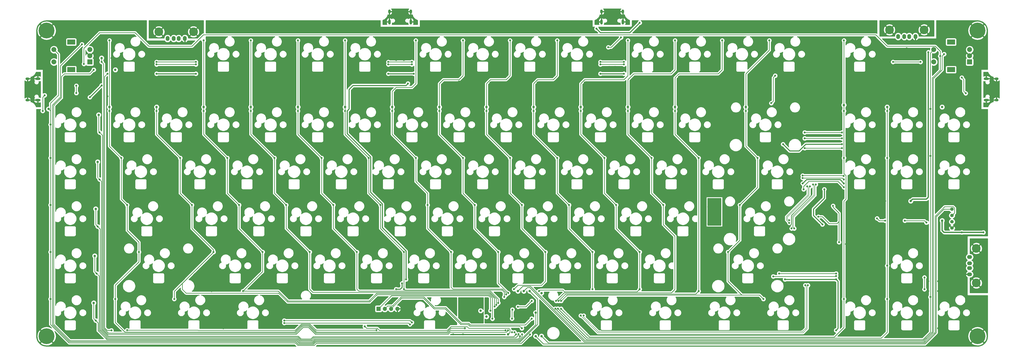
<source format=gtl>
%TF.GenerationSoftware,KiCad,Pcbnew,(5.1.10)-1*%
%TF.CreationDate,2021-11-05T15:43:11-04:00*%
%TF.ProjectId,custom_keyboard (f303),63757374-6f6d-45f6-9b65-79626f617264,rev?*%
%TF.SameCoordinates,Original*%
%TF.FileFunction,Copper,L1,Top*%
%TF.FilePolarity,Positive*%
%FSLAX46Y46*%
G04 Gerber Fmt 4.6, Leading zero omitted, Abs format (unit mm)*
G04 Created by KiCad (PCBNEW (5.1.10)-1) date 2021-11-05 15:43:11*
%MOMM*%
%LPD*%
G01*
G04 APERTURE LIST*
%TA.AperFunction,ComponentPad*%
%ADD10C,1.000000*%
%TD*%
%TA.AperFunction,ComponentPad*%
%ADD11O,1.700000X1.700000*%
%TD*%
%TA.AperFunction,ComponentPad*%
%ADD12R,1.700000X1.700000*%
%TD*%
%TA.AperFunction,ComponentPad*%
%ADD13O,2.100000X1.000000*%
%TD*%
%TA.AperFunction,ComponentPad*%
%ADD14O,1.600000X1.000000*%
%TD*%
%TA.AperFunction,ComponentPad*%
%ADD15C,3.500000*%
%TD*%
%TA.AperFunction,ComponentPad*%
%ADD16O,1.500000X2.000000*%
%TD*%
%TA.AperFunction,ComponentPad*%
%ADD17O,1.000000X2.100000*%
%TD*%
%TA.AperFunction,ComponentPad*%
%ADD18O,1.000000X1.600000*%
%TD*%
%TA.AperFunction,ComponentPad*%
%ADD19O,2.000000X1.500000*%
%TD*%
%TA.AperFunction,ComponentPad*%
%ADD20R,2.000000X2.000000*%
%TD*%
%TA.AperFunction,ComponentPad*%
%ADD21C,2.000000*%
%TD*%
%TA.AperFunction,ComponentPad*%
%ADD22R,3.200000X2.000000*%
%TD*%
%TA.AperFunction,ComponentPad*%
%ADD23C,1.397000*%
%TD*%
%TA.AperFunction,ComponentPad*%
%ADD24C,6.400000*%
%TD*%
%TA.AperFunction,ViaPad*%
%ADD25C,0.800000*%
%TD*%
%TA.AperFunction,Conductor*%
%ADD26C,0.381000*%
%TD*%
%TA.AperFunction,Conductor*%
%ADD27C,0.250000*%
%TD*%
%TA.AperFunction,Conductor*%
%ADD28C,0.254000*%
%TD*%
%TA.AperFunction,Conductor*%
%ADD29C,0.200000*%
%TD*%
%TA.AperFunction,Conductor*%
%ADD30C,0.508000*%
%TD*%
%TA.AperFunction,Conductor*%
%ADD31C,0.100000*%
%TD*%
G04 APERTURE END LIST*
D10*
%TO.P,BOOT1,1*%
%TO.N,BOOT1*%
X279382400Y-265095800D03*
%TD*%
%TO.P,BOOT0,1*%
%TO.N,BOOT0*%
X265889500Y-281763500D03*
%TD*%
D11*
%TO.P,J1,4*%
%TO.N,GND*%
X221125300Y-271445400D03*
%TO.P,J1,3*%
%TO.N,SWCLK*%
X218585300Y-271445400D03*
%TO.P,J1,2*%
%TO.N,SWDIO*%
X216045300Y-271445400D03*
D12*
%TO.P,J1,1*%
%TO.N,KEYBOARD_RESET*%
X213505300Y-271445400D03*
%TD*%
D10*
%TO.P,X2,1*%
%TO.N,KEYBOARD_XTAL2*%
X254777700Y-272239100D03*
%TD*%
%TO.P,X1,1*%
%TO.N,KEYBOARD_XTAL1*%
X257158800Y-274620200D03*
%TD*%
%TO.P,BKL5,1*%
%TO.N,BKL_DATA_IN*%
X107149500Y-174614000D03*
%TD*%
%TO.P,5-7,1*%
%TO.N,PORT5-7PWR*%
X428598000Y-227791900D03*
%TD*%
%TO.P,1-4,1*%
%TO.N,PORT1-4_PWR*%
X441297200Y-235728900D03*
%TD*%
%TO.P,ENCB2,1*%
%TO.N,ENCODER_B2*%
X272239100Y-264302100D03*
%TD*%
%TO.P,COL1,1*%
%TO.N,COL1*%
X104768400Y-189694300D03*
%TD*%
%TO.P,COL2,1*%
%TO.N,COL2*%
X123817200Y-189694300D03*
%TD*%
%TO.P,COL14,1*%
%TO.N,COL14*%
X361927200Y-189694300D03*
%TD*%
%TO.P,KSDA1,1*%
%TO.N,KEYBOARD_SDA*%
X277001300Y-282557200D03*
%TD*%
%TO.P,KSCL1,1*%
%TO.N,KEYBOARD_SCL*%
X279382400Y-282557200D03*
%TD*%
%TO.P,BKL3,1*%
%TO.N,BKL_DATA_IN_3V3*%
X277001300Y-273032800D03*
%TD*%
%TO.P,COL11,1*%
%TO.N,COL11*%
X295256400Y-189694300D03*
%TD*%
%TO.P,COL10,1*%
%TO.N,COL10*%
X276207600Y-189694300D03*
%TD*%
%TO.P,COL9,1*%
%TO.N,COL9*%
X257158800Y-189694300D03*
%TD*%
%TO.P,COL8,1*%
%TO.N,COL8*%
X238110000Y-189694300D03*
%TD*%
%TO.P,COL7,1*%
%TO.N,COL7*%
X219061200Y-189694300D03*
%TD*%
%TO.P,COL6,1*%
%TO.N,COL6*%
X200012400Y-189694300D03*
%TD*%
%TO.P,COL5,1*%
%TO.N,COL5*%
X180963600Y-189694300D03*
%TD*%
%TO.P,COL4,1*%
%TO.N,COL4*%
X161914800Y-189694300D03*
%TD*%
%TO.P,ENCB1,1*%
%TO.N,ENCODER_B1*%
X274620200Y-264302100D03*
%TD*%
%TO.P,ENCA1,1*%
%TO.N,ENCODER_A*%
X269858000Y-264302100D03*
%TD*%
%TO.P,COL17,1*%
%TO.N,COL17*%
X441297200Y-189694300D03*
%TD*%
%TO.P,COL16,1*%
%TO.N,COL16*%
X419073600Y-189694300D03*
%TD*%
%TO.P,COL15,1*%
%TO.N,COL15*%
X401612200Y-188900600D03*
%TD*%
%TO.P,ROW0,1*%
%TO.N,ROT1_ROW*%
X101593600Y-169851800D03*
%TD*%
%TO.P,ROW1,1*%
%TO.N,ROW1*%
X100403050Y-192869100D03*
%TD*%
%TO.P,ROW2,1*%
%TO.N,ROW2*%
X100006200Y-211917900D03*
%TD*%
%TO.P,ROW3,1*%
%TO.N,ROW3*%
X99212500Y-230966700D03*
%TD*%
%TO.P,ROW4,1*%
%TO.N,ROW4*%
X98815650Y-250015500D03*
%TD*%
%TO.P,ROW5,1*%
%TO.N,ROW5*%
X98418800Y-269064300D03*
%TD*%
%TO.P,COL0,1*%
%TO.N,COL0*%
X80163700Y-190488000D03*
%TD*%
%TO.P,COL3,1*%
%TO.N,COL3*%
X142866000Y-189694300D03*
%TD*%
%TO.P,COL13,1*%
%TO.N,COL13*%
X333354000Y-189694300D03*
%TD*%
%TO.P,COL12,1*%
%TO.N,COL12*%
X314305200Y-189694300D03*
%TD*%
D13*
%TO.P,USB2,13*%
%TO.N,Earth*%
X75831900Y-186871000D03*
X75831900Y-178231000D03*
D14*
X71651900Y-186871000D03*
X71651900Y-178231000D03*
%TD*%
D15*
%TO.P,USB3,5*%
%TO.N,Earth*%
X124754200Y-159204800D03*
D16*
%TO.P,USB3,4*%
%TO.N,GND*%
X135254200Y-161914800D03*
%TO.P,USB3,3*%
%TO.N,Net-(D+3-Pad1)*%
X132754200Y-161914800D03*
%TO.P,USB3,2*%
%TO.N,Net-(D-3-Pad1)*%
X130754200Y-161914800D03*
D15*
%TO.P,USB3,5*%
%TO.N,Earth*%
X138754200Y-159204800D03*
D16*
%TO.P,USB3,1*%
%TO.N,Net-(D5-Pad2)*%
X128254200Y-161914800D03*
%TD*%
D15*
%TO.P,USB6,5*%
%TO.N,Earth*%
X420010600Y-158411100D03*
D16*
%TO.P,USB6,4*%
%TO.N,GND*%
X430510600Y-161121100D03*
%TO.P,USB6,3*%
%TO.N,HUB_PORT6_D+*%
X428010600Y-161121100D03*
%TO.P,USB6,2*%
%TO.N,HUB_PORT6_D-*%
X426010600Y-161121100D03*
D15*
%TO.P,USB6,5*%
%TO.N,Earth*%
X434010600Y-158411100D03*
D16*
%TO.P,USB6,1*%
%TO.N,Net-(D8-Pad2)*%
X423510600Y-161121100D03*
%TD*%
D17*
%TO.P,USB1,13*%
%TO.N,Earth*%
X217916000Y-155201900D03*
X226556000Y-155201900D03*
D18*
X217916000Y-151021900D03*
X226556000Y-151021900D03*
%TD*%
D15*
%TO.P,USB4,5*%
%TO.N,Earth*%
X455119000Y-246984000D03*
D19*
%TO.P,USB4,4*%
%TO.N,GND*%
X452409000Y-257484000D03*
%TO.P,USB4,3*%
%TO.N,Net-(D+4-Pad1)*%
X452409000Y-254984000D03*
%TO.P,USB4,2*%
%TO.N,Net-(D-4-Pad1)*%
X452409000Y-252984000D03*
D15*
%TO.P,USB4,5*%
%TO.N,Earth*%
X455119000Y-260984000D03*
D19*
%TO.P,USB4,1*%
%TO.N,Net-(D7-Pad2)*%
X452409000Y-250484000D03*
%TD*%
D13*
%TO.P,USB7,13*%
%TO.N,Earth*%
X459121900Y-178231000D03*
X459121900Y-186871000D03*
D14*
X463301900Y-178231000D03*
X463301900Y-186871000D03*
%TD*%
D20*
%TO.P,ROT1,A*%
%TO.N,Net-(C8-Pad2)*%
X96831400Y-171439200D03*
D21*
%TO.P,ROT1,C*%
%TO.N,GND*%
X96831400Y-168939200D03*
%TO.P,ROT1,B*%
%TO.N,Net-(C9-Pad1)*%
X96831400Y-166439200D03*
D22*
%TO.P,ROT1,MP*%
%TO.N,N/C*%
X89331400Y-174539200D03*
X89331400Y-163339200D03*
D21*
%TO.P,ROT1,S2*%
%TO.N,Net-(D3-Pad2)*%
X82331400Y-171439200D03*
%TO.P,ROT1,S1*%
%TO.N,COL0*%
X82331400Y-166439200D03*
%TD*%
D20*
%TO.P,ROT2,A*%
%TO.N,Net-(C10-Pad2)*%
X452409000Y-171439200D03*
D21*
%TO.P,ROT2,C*%
%TO.N,GND*%
X452409000Y-168939200D03*
%TO.P,ROT2,B*%
%TO.N,Net-(C11-Pad1)*%
X452409000Y-166439200D03*
D22*
%TO.P,ROT2,MP*%
%TO.N,N/C*%
X444909000Y-174539200D03*
X444909000Y-163339200D03*
D21*
%TO.P,ROT2,S2*%
%TO.N,Net-(D4-Pad2)*%
X437909000Y-171439200D03*
%TO.P,ROT2,S1*%
%TO.N,COL17*%
X437909000Y-166439200D03*
%TD*%
D17*
%TO.P,USB5,13*%
%TO.N,Earth*%
X303635600Y-155201900D03*
X312275600Y-155201900D03*
D18*
X303635600Y-151021900D03*
X312275600Y-151021900D03*
%TD*%
D23*
%TO.P,OL1,4*%
%TO.N,GND*%
X445265700Y-238745200D03*
%TO.P,OL1,3*%
%TO.N,+5V*%
X445265700Y-236205200D03*
%TO.P,OL1,2*%
%TO.N,KEYBOARD_SCL*%
X445265700Y-233665200D03*
%TO.P,OL1,1*%
%TO.N,KEYBOARD_SDA*%
X445265700Y-231125200D03*
%TD*%
D24*
%TO.P,H1,1*%
%TO.N,GND*%
X79370000Y-158740000D03*
%TD*%
%TO.P,H2,1*%
%TO.N,GND*%
X79370000Y-282557200D03*
%TD*%
%TO.P,H3,1*%
%TO.N,GND*%
X455583800Y-158740000D03*
%TD*%
%TO.P,H4,1*%
%TO.N,GND*%
X455583800Y-282557200D03*
%TD*%
D25*
%TO.N,GND*%
X141675450Y-239300550D03*
X260333600Y-260333600D03*
X348434300Y-277001300D03*
X324623300Y-277001300D03*
X383357100Y-222236000D03*
X266683200Y-255968250D03*
X99212500Y-173026600D03*
X306765050Y-170248650D03*
X309146150Y-170248650D03*
X306765050Y-173423450D03*
X309146150Y-173423450D03*
X435741300Y-264302100D03*
X439709800Y-264302100D03*
X375420100Y-251602900D03*
X174614000Y-278588700D03*
X353990200Y-263508400D03*
X440503500Y-250809200D03*
X430979100Y-251602900D03*
X83338500Y-222236000D03*
X296050100Y-267476900D03*
X146040800Y-260333600D03*
X117467600Y-260333600D03*
X361133500Y-241284800D03*
X83338500Y-241284800D03*
X83338500Y-260333600D03*
X83338500Y-275413900D03*
X146040800Y-264302100D03*
X126992000Y-263508400D03*
X98418800Y-260333600D03*
X83338500Y-203187200D03*
X84925900Y-263508400D03*
X84925900Y-244459600D03*
X84925900Y-225410800D03*
X84925900Y-206362000D03*
X198425000Y-179376200D03*
X179376200Y-179376200D03*
X160327400Y-179376200D03*
X141278600Y-179376200D03*
X105562100Y-169851800D03*
X203584050Y-172629750D03*
X146437650Y-172629750D03*
X358355550Y-258349350D03*
X363117750Y-239300550D03*
X422645250Y-258349350D03*
X120245550Y-258349350D03*
X108340050Y-172629750D03*
X441694050Y-277398150D03*
X422645250Y-277398150D03*
X403596450Y-277398150D03*
X158343150Y-277398150D03*
X284541450Y-258349350D03*
X303590250Y-258349350D03*
X322639050Y-258349350D03*
X371451600Y-260333600D03*
X246443850Y-258349350D03*
X227395050Y-258349350D03*
X208346250Y-258349350D03*
X189297450Y-258349350D03*
X170248650Y-258349350D03*
X151199850Y-258349350D03*
X251206050Y-220251750D03*
X246047000Y-222236000D03*
X232157250Y-220251750D03*
X226998200Y-222236000D03*
X213108450Y-220251750D03*
X207949400Y-222236000D03*
X194059650Y-220251750D03*
X188900600Y-222236000D03*
X175010850Y-220251750D03*
X169851800Y-222236000D03*
X155962050Y-220251750D03*
X150803000Y-222236000D03*
X136913250Y-220251750D03*
X131754200Y-222236000D03*
X113102250Y-220251750D03*
X109927450Y-240887950D03*
X115483350Y-239300550D03*
X129373100Y-241284800D03*
X360339800Y-222236000D03*
X265095800Y-222236000D03*
X270254850Y-220251750D03*
X284144600Y-222236000D03*
X289303650Y-220251750D03*
X303193400Y-222236000D03*
X308352450Y-220251750D03*
X322242200Y-222236000D03*
X327401250Y-220251750D03*
X346450050Y-220251750D03*
X341291000Y-222236000D03*
X370261050Y-220251750D03*
X417486200Y-222236000D03*
X422645250Y-220251750D03*
X439709800Y-222236000D03*
X441694050Y-220251750D03*
X453996400Y-206362000D03*
X455583800Y-203187200D03*
X441694050Y-201202950D03*
X439709800Y-203187200D03*
X422645250Y-201202950D03*
X417486200Y-203187200D03*
X146437650Y-201202950D03*
X365498850Y-201202950D03*
X350815400Y-203187200D03*
X336925650Y-201202950D03*
X331766600Y-203187200D03*
X317876850Y-201202950D03*
X312717800Y-203187200D03*
X298828050Y-201202950D03*
X293669000Y-203187200D03*
X279779250Y-201202950D03*
X274620200Y-203187200D03*
X260730450Y-201202950D03*
X255571400Y-203187200D03*
X241681650Y-201202950D03*
X236522600Y-203187200D03*
X222632850Y-201202950D03*
X203584050Y-201202950D03*
X217473800Y-203187200D03*
X198425000Y-203187200D03*
X184535250Y-201202950D03*
X179376200Y-203187200D03*
X165486450Y-201202950D03*
X160327400Y-203187200D03*
X141278600Y-203187200D03*
X127388850Y-201202950D03*
X122229800Y-203187200D03*
X108340050Y-201202950D03*
X403596450Y-172629750D03*
X375023250Y-172629750D03*
X198425000Y-174614000D03*
X184535250Y-172629750D03*
X179376200Y-174614000D03*
X165486450Y-172629750D03*
X160327400Y-174614000D03*
X331766600Y-174614000D03*
X317876850Y-172629750D03*
X350815400Y-174614000D03*
X336925650Y-172629750D03*
X369864200Y-174614000D03*
X355974450Y-172629750D03*
X284144600Y-174614000D03*
X289303650Y-172629750D03*
X265095800Y-174614000D03*
X270254850Y-172629750D03*
X251206050Y-172629750D03*
X232157250Y-172629750D03*
X246047000Y-174614000D03*
X110721150Y-277398150D03*
X134532150Y-277398150D03*
X373832700Y-254777700D03*
X160724250Y-239300550D03*
X179773050Y-239300550D03*
X198821850Y-239300550D03*
X217870650Y-239300550D03*
X236919450Y-239300550D03*
X255968250Y-239300550D03*
X275017050Y-239300550D03*
X294065850Y-239300550D03*
X313114650Y-239300550D03*
X332163450Y-239300550D03*
X403199600Y-250809200D03*
X439709800Y-279382400D03*
X417486200Y-279382400D03*
X388913000Y-279382400D03*
X365102000Y-278985550D03*
X341291000Y-279382400D03*
X317480000Y-279382400D03*
X150803000Y-279382400D03*
X98418800Y-279382400D03*
X98418800Y-222236000D03*
X346053200Y-241284800D03*
X327004400Y-241284800D03*
X307955600Y-241284800D03*
X288906800Y-241284800D03*
X269858000Y-241284800D03*
X250809200Y-241284800D03*
X231760400Y-241284800D03*
X212711600Y-241284800D03*
X193662800Y-241284800D03*
X174614000Y-241284800D03*
X155565200Y-241284800D03*
X136516400Y-241284800D03*
X98418800Y-241284800D03*
X133341600Y-260333600D03*
X165089600Y-260333600D03*
X336528800Y-260333600D03*
X317480000Y-260333600D03*
X298431200Y-260333600D03*
X222236000Y-260333600D03*
X203187200Y-260333600D03*
X184138400Y-260333600D03*
X246047000Y-158740000D03*
X284144600Y-158740000D03*
X160327400Y-158740000D03*
X198425000Y-158740000D03*
X331766600Y-158740000D03*
X369864200Y-158740000D03*
X398437400Y-158740000D03*
X438122400Y-169058100D03*
X357165000Y-260333600D03*
X395262600Y-238110000D03*
X230173000Y-174614000D03*
X412724000Y-230173000D03*
X411930300Y-240491100D03*
X402405900Y-245253300D03*
X417486200Y-246047000D03*
X421454700Y-246047000D03*
X425423200Y-246047000D03*
X415105100Y-253190300D03*
X433360200Y-228585600D03*
X288113100Y-280969800D03*
X442090900Y-283350900D03*
X79370000Y-186519500D03*
X80213900Y-179326000D03*
X303987100Y-157946300D03*
X406374400Y-239697400D03*
X434153900Y-186519500D03*
X441297200Y-186519500D03*
X423835800Y-186519500D03*
X434153900Y-181757300D03*
X447646800Y-235728900D03*
X435741300Y-260333600D03*
X439709800Y-260333600D03*
X228585600Y-277795000D03*
X243665900Y-277001300D03*
X363514600Y-203187200D03*
X98815650Y-185328950D03*
X372245300Y-277001300D03*
X87307000Y-189694300D03*
X427010600Y-165883300D03*
X289700500Y-272239100D03*
X316686300Y-155565200D03*
X448440500Y-155565200D03*
X447646800Y-229379300D03*
X442884600Y-233347800D03*
X439709800Y-227791900D03*
X447646800Y-232157250D03*
X283350900Y-277001300D03*
X265492650Y-258349350D03*
X274620200Y-266683200D03*
X98418800Y-203187200D03*
X388913000Y-174614000D03*
X266683200Y-263508400D03*
X280969800Y-265889500D03*
X224617100Y-273826500D03*
X219854900Y-267476900D03*
X389706700Y-261127300D03*
X403596450Y-220251750D03*
X403596450Y-201202950D03*
X355577600Y-235728900D03*
X366689400Y-230173000D03*
X404787000Y-217473800D03*
X404787000Y-198425000D03*
X262714700Y-277001300D03*
X397643700Y-240491100D03*
X85719600Y-218267500D03*
X85719600Y-199218700D03*
X85719600Y-237316300D03*
X85719600Y-256365100D03*
X85719600Y-275413900D03*
X241284800Y-260333600D03*
X275413900Y-277001300D03*
X286922550Y-265095800D03*
X448440500Y-252396600D03*
X247634400Y-281763500D03*
X243665900Y-281763500D03*
X260730450Y-254777700D03*
X188900600Y-278588700D03*
X204774600Y-278588700D03*
X220648600Y-170645500D03*
X220648600Y-177788800D03*
X223823400Y-177788800D03*
X223823400Y-170645500D03*
X86910150Y-180566750D03*
X92862900Y-185725800D03*
X223823400Y-165089600D03*
X226998200Y-163502200D03*
X303193400Y-174614000D03*
X217473800Y-174614000D03*
X449234200Y-169058100D03*
X279382400Y-260333600D03*
X226204500Y-260333600D03*
X424629500Y-227791900D03*
X281366650Y-279779250D03*
X207155700Y-273032800D03*
X219061200Y-274620200D03*
X412724000Y-226204500D03*
X388119300Y-240491100D03*
X444868850Y-226204500D03*
X391690950Y-249221800D03*
X132547900Y-278588700D03*
X232554100Y-177788800D03*
X124610900Y-169851800D03*
X124610900Y-177788800D03*
X138897500Y-169851800D03*
X138897500Y-177788800D03*
X131754200Y-184138400D03*
X430979100Y-181757300D03*
X122229800Y-192075400D03*
X141278600Y-192075400D03*
X160327400Y-192075400D03*
X179376200Y-192075400D03*
X198425000Y-192075400D03*
X217473800Y-192075400D03*
X236522600Y-192075400D03*
X255571400Y-192075400D03*
X274620200Y-192075400D03*
X293669000Y-192075400D03*
X312717800Y-192075400D03*
X331766600Y-192075400D03*
X350815400Y-192075400D03*
X379388600Y-192075400D03*
X300812300Y-277398150D03*
X292875300Y-283350900D03*
X384944500Y-265889500D03*
X417486200Y-174614000D03*
X234141500Y-267476900D03*
X441297200Y-181757300D03*
X97228250Y-183741550D03*
X98418800Y-181757300D03*
X141278600Y-182947850D03*
X144453400Y-182947850D03*
X141278600Y-185328950D03*
X144453400Y-185328950D03*
X163502200Y-185328950D03*
X160327400Y-185328950D03*
X160327400Y-182947850D03*
X163502200Y-182947850D03*
X182551000Y-182947850D03*
X182551000Y-185328950D03*
X179376200Y-185328950D03*
X179376200Y-182947850D03*
X217473800Y-185328950D03*
X220648600Y-185328950D03*
X239697400Y-185328950D03*
X236522600Y-185328950D03*
X258746200Y-185328950D03*
X255571400Y-185328950D03*
X277795000Y-185328950D03*
X296843800Y-185328950D03*
X274620200Y-185328950D03*
X293669000Y-185328950D03*
X331766600Y-185328950D03*
X315892600Y-185328950D03*
X334941400Y-185328950D03*
X312717800Y-185328950D03*
X360339800Y-185328950D03*
X363514600Y-185328950D03*
X371451600Y-185328950D03*
X374626400Y-185328950D03*
X217473800Y-182947850D03*
X220648600Y-182947850D03*
X236522600Y-182947850D03*
X239697400Y-182947850D03*
X255571400Y-182947850D03*
X277795000Y-182947850D03*
X274620200Y-182947850D03*
X258746200Y-182947850D03*
X296843800Y-182947850D03*
X293669000Y-182947850D03*
X312717800Y-182947850D03*
X334941400Y-182947850D03*
X315892600Y-182947850D03*
X331766600Y-182947850D03*
X360339800Y-182947850D03*
X363514600Y-182947850D03*
X371451600Y-182947850D03*
X374626400Y-182947850D03*
X374626400Y-179773050D03*
X331766600Y-179773050D03*
X371451600Y-179773050D03*
X315892600Y-179773050D03*
X334941400Y-179773050D03*
X312717800Y-179773050D03*
X360339800Y-179773050D03*
X363514600Y-179773050D03*
X420264150Y-182947850D03*
X417089350Y-182947850D03*
X394072050Y-260730450D03*
X392087800Y-255571400D03*
X388913000Y-255571400D03*
X198425000Y-185328950D03*
X203187200Y-185328950D03*
X198425000Y-182947850D03*
X203187200Y-182947850D03*
X378594900Y-231760400D03*
X384547650Y-225807650D03*
X387325600Y-230966700D03*
X378594900Y-238903700D03*
X346846900Y-230173000D03*
X346846900Y-236919450D03*
X351609100Y-230173000D03*
X243665900Y-268270600D03*
X417486200Y-192075400D03*
X150803000Y-211124200D03*
X169851800Y-211124200D03*
X188900600Y-211124200D03*
X207949400Y-211124200D03*
X226998200Y-211124200D03*
X246047000Y-211124200D03*
X265095800Y-211124200D03*
X284144600Y-211124200D03*
X303193400Y-211124200D03*
X322242200Y-211124200D03*
X341291000Y-211124200D03*
X360339800Y-211124200D03*
X417486200Y-211124200D03*
X455583800Y-192075400D03*
X455583800Y-211124200D03*
X141278600Y-163502200D03*
X160327400Y-163502200D03*
X179376200Y-163502200D03*
X198425000Y-163502200D03*
X217473800Y-163502200D03*
X246047000Y-163502200D03*
X265095800Y-163502200D03*
X284144600Y-163502200D03*
X303193400Y-163502200D03*
X312717800Y-163502200D03*
X331766600Y-163502200D03*
X350815400Y-163502200D03*
X369864200Y-163502200D03*
X398437400Y-163502200D03*
X136516400Y-230173000D03*
X155565200Y-230173000D03*
X174614000Y-230173000D03*
X193662800Y-230173000D03*
X212711600Y-230173000D03*
X231760400Y-230173000D03*
X250809200Y-230173000D03*
X269858000Y-230173000D03*
X288906800Y-230173000D03*
X307955600Y-230173000D03*
X327004400Y-230173000D03*
X317480000Y-249221800D03*
X298431200Y-249221800D03*
X279382400Y-249221800D03*
X260333600Y-249221800D03*
X241284800Y-249221800D03*
X222236000Y-249221800D03*
X203187200Y-249221800D03*
X184138400Y-249221800D03*
X165089600Y-249221800D03*
X134135300Y-249221800D03*
X129373100Y-230173000D03*
X126992000Y-211124200D03*
X384150800Y-211124200D03*
X124610900Y-268270600D03*
X148421900Y-268270600D03*
X172232900Y-268270600D03*
X338909900Y-268270600D03*
X362720900Y-268270600D03*
X417486200Y-268270600D03*
X455583800Y-268270600D03*
X315098900Y-268270600D03*
X98418800Y-266683200D03*
X98418800Y-247634400D03*
X98418800Y-228585600D03*
X98418800Y-209536800D03*
X98418800Y-190488000D03*
X103181000Y-163502200D03*
X95244000Y-158740000D03*
X336528800Y-249221800D03*
X399172300Y-221501100D03*
X428201150Y-230173000D03*
X430979100Y-230966700D03*
X249221800Y-271445400D03*
X253190300Y-269858000D03*
X253190300Y-273826500D03*
X418279900Y-227791900D03*
X382563400Y-234935200D03*
X378991750Y-203187200D03*
X384944500Y-203980900D03*
X269064300Y-271445400D03*
X265889500Y-273032800D03*
X400024800Y-180169900D03*
X403199600Y-180169900D03*
X403199600Y-185725800D03*
X400024800Y-185725800D03*
X403199600Y-182947850D03*
X400024800Y-182947850D03*
X122229800Y-185328950D03*
X125404600Y-185328950D03*
X103974700Y-185328950D03*
X107149500Y-185328950D03*
X293669000Y-179773050D03*
X274620200Y-179773050D03*
X258746200Y-179773050D03*
X296843800Y-179773050D03*
X255571400Y-179773050D03*
X277795000Y-179773050D03*
X246047000Y-179376200D03*
X363514600Y-177391950D03*
X360339800Y-177391950D03*
X334941400Y-177391950D03*
X331766600Y-177391950D03*
%TO.N,+3V3*%
X399627950Y-244459600D03*
X414989297Y-234819397D03*
X418279900Y-235728900D03*
X434947600Y-236522600D03*
X267476900Y-275413900D03*
X267629898Y-271782800D03*
X397218900Y-229748200D03*
X391294100Y-234141500D03*
X426216900Y-235728900D03*
%TO.N,Earth*%
X129769950Y-157946300D03*
X133738450Y-157946300D03*
X425026350Y-157946300D03*
X428994850Y-157946300D03*
X222236000Y-152390400D03*
X220648600Y-151596700D03*
X223823400Y-151596700D03*
X306368200Y-151596700D03*
X309543000Y-151596700D03*
X427010600Y-157152600D03*
X462727100Y-180963600D03*
X462727100Y-184138400D03*
X71433000Y-184138400D03*
X71433000Y-180963600D03*
X455583800Y-255571400D03*
X455583800Y-252396600D03*
X461933400Y-182551000D03*
X307955600Y-152390400D03*
X131754200Y-157152600D03*
X72226700Y-182551000D03*
X456377500Y-253984000D03*
%TO.N,KEYBOARD_RESET*%
X258746200Y-272239100D03*
%TO.N,COL2*%
X123817200Y-191281700D03*
X133341600Y-210330500D03*
X138103800Y-229379300D03*
X130960500Y-267476900D03*
X259557769Y-275485740D03*
X146834500Y-248428100D03*
%TO.N,COL1*%
X107149500Y-267476900D03*
X116673900Y-248428100D03*
X111911700Y-229379300D03*
X109530600Y-210330500D03*
X104768400Y-191281700D03*
X104768400Y-162708500D03*
X248428100Y-279382400D03*
%TO.N,COL3*%
X166677000Y-248428100D03*
X157152600Y-229379300D03*
X152390400Y-210330500D03*
X142866000Y-191281700D03*
X142866000Y-162708500D03*
X158740000Y-264302100D03*
X260449403Y-270535897D03*
%TO.N,ROW2*%
X100799900Y-219061200D03*
X384944500Y-217473800D03*
X269082394Y-281788020D03*
X401496397Y-217589603D03*
%TO.N,ROW4*%
X375420100Y-257158800D03*
X99609350Y-257158800D03*
X270661666Y-282571206D03*
X398437400Y-257158800D03*
%TO.N,ROT1_ROW*%
X421454700Y-171439200D03*
X101593600Y-171439200D03*
X226998200Y-171439200D03*
X217473800Y-171439200D03*
X432566500Y-171439200D03*
X123817200Y-171439200D03*
X139691200Y-171439200D03*
X303193400Y-171439200D03*
X312717800Y-171439200D03*
X264876846Y-280163449D03*
%TO.N,ROW3*%
X100006200Y-238110000D03*
X270081897Y-281756422D03*
%TO.N,ROW5*%
X175407700Y-276207600D03*
X99212500Y-276207600D03*
X226998200Y-277001300D03*
X271531898Y-281763500D03*
%TO.N,DOUT1*%
X373832700Y-176995100D03*
X372245300Y-188106900D03*
%TO.N,DOUT2*%
X385738200Y-206362000D03*
X400818500Y-206362000D03*
%TO.N,DOUT3*%
X401612200Y-222236000D03*
X385341350Y-223029700D03*
%TO.N,DOUT5*%
X434154726Y-263553870D03*
X434153900Y-258746200D03*
%TO.N,COL0*%
X80957400Y-210330500D03*
X80957400Y-229379300D03*
X80957400Y-248428100D03*
X80957400Y-267476900D03*
X80957400Y-196837600D03*
X274730350Y-281873650D03*
%TO.N,COL4*%
X161914800Y-162708500D03*
X161914800Y-191281700D03*
X171439200Y-210330500D03*
X176201400Y-229379300D03*
X185725800Y-248428100D03*
X261156511Y-269828789D03*
%TO.N,COL5*%
X204774600Y-248428100D03*
X195250200Y-229379300D03*
X190488000Y-210330500D03*
X180963600Y-191281700D03*
X180963600Y-162708500D03*
X261921000Y-269064300D03*
%TO.N,COL6*%
X223823400Y-248428100D03*
X214299000Y-229379300D03*
X209536800Y-210330500D03*
X200012400Y-191281700D03*
X200012400Y-162708500D03*
X223823400Y-263508400D03*
X264302100Y-266683200D03*
%TO.N,COL7*%
X242872200Y-248428100D03*
X233347800Y-229379300D03*
X228585600Y-210330500D03*
X219061200Y-191281700D03*
X228585600Y-162708500D03*
X265108451Y-265670546D03*
%TO.N,COL8*%
X261921000Y-248428100D03*
X252396600Y-229379300D03*
X247634400Y-210330500D03*
X238110000Y-191281700D03*
X247634400Y-162708500D03*
X265913884Y-265077857D03*
%TO.N,KEYBOARD_SDA*%
X267476900Y-280969800D03*
%TO.N,KEYBOARD_SCL*%
X268488619Y-280983387D03*
%TO.N,ENCODER_A*%
X94450300Y-172232900D03*
X440503500Y-169058100D03*
%TO.N,ENCODER_B1*%
X93656600Y-164295900D03*
%TO.N,KEYBOARD_D+*%
X386006900Y-261921000D03*
X296446950Y-274223350D03*
%TO.N,KEYBOARD_D-*%
X387056900Y-261921000D03*
X295256400Y-274223350D03*
%TO.N,BOOT0*%
X207949400Y-278588700D03*
%TO.N,COL17*%
X436535000Y-190488000D03*
X436535000Y-209536800D03*
X436535000Y-266683200D03*
X284967503Y-271416197D03*
%TO.N,COL16*%
X419073600Y-267476900D03*
X419073600Y-210330500D03*
X419073600Y-191281700D03*
X419073600Y-253984000D03*
X286011820Y-271409324D03*
%TO.N,ROW1*%
X100799900Y-200012400D03*
X265889500Y-280176100D03*
X385738200Y-200012400D03*
X400818500Y-200012400D03*
%TO.N,COL9*%
X280969800Y-248428100D03*
X271445400Y-229379300D03*
X266683200Y-210330500D03*
X257158800Y-191281700D03*
X266683200Y-162708500D03*
X268270600Y-263508400D03*
%TO.N,COL10*%
X285732000Y-162708500D03*
X276207600Y-191281700D03*
X285732000Y-210330500D03*
X290494200Y-229379300D03*
X300018600Y-248428100D03*
X300018600Y-263508400D03*
%TO.N,COL11*%
X319067400Y-248428100D03*
X309543000Y-229379300D03*
X304780800Y-210330500D03*
X295256400Y-191281700D03*
X314305200Y-162708500D03*
X319067400Y-263508400D03*
X278369746Y-264289449D03*
%TO.N,COL12*%
X333354000Y-162708500D03*
X314305200Y-191281700D03*
X323829600Y-210330500D03*
X328591800Y-229379300D03*
X285283210Y-268256179D03*
%TO.N,COL13*%
X342878400Y-210330500D03*
X333354000Y-191281700D03*
X352402800Y-162708500D03*
X342878400Y-264302100D03*
X286306746Y-268257949D03*
%TO.N,COL14*%
X354783900Y-248428100D03*
X359546100Y-229379300D03*
X361927200Y-191281700D03*
X366689400Y-210330500D03*
X371451600Y-162708500D03*
X369070500Y-267476900D03*
X287319400Y-268270600D03*
%TO.N,COL15*%
X287319400Y-271445400D03*
X401612200Y-267476900D03*
X401612200Y-162708500D03*
X401612200Y-191281700D03*
X401612200Y-210330500D03*
%TO.N,ENCODER_B2*%
X442090900Y-168264400D03*
%TO.N,BKL_DATA_IN_3V3*%
X98418800Y-174614000D03*
%TO.N,Net-(MX1-Pad5)*%
X123817200Y-172439203D03*
X139691200Y-172439203D03*
%TO.N,Net-(MX5-Pad5)*%
X226998200Y-172439203D03*
X217473800Y-172439203D03*
%TO.N,Net-(MX10-Pad4)*%
X303193400Y-172439203D03*
X312717800Y-172439203D03*
%TO.N,Net-(MX29-Pad5)*%
X385738200Y-202393500D03*
X400818500Y-202393500D03*
%TO.N,Net-(MX47-Pad5)*%
X384944500Y-218473803D03*
X401612200Y-219061200D03*
%TO.N,Net-(MX77-Pad5)*%
X373039000Y-258349350D03*
X398437400Y-258158803D03*
%TO.N,Net-(MX82-Pad5)*%
X175407700Y-277207603D03*
X226204500Y-277795000D03*
%TO.N,Net-(C6-Pad1)*%
X91391303Y-181079403D03*
X91391303Y-184022597D03*
%TO.N,PORT1-4_PWR*%
X457964900Y-240491100D03*
X449234200Y-240491100D03*
%TO.N,PORT5-7PWR*%
X319067400Y-155565200D03*
X301606000Y-157946300D03*
X435741300Y-167470700D03*
%TO.N,Net-(D1-Pad2)*%
X78576300Y-184932100D03*
X77782600Y-191281700D03*
%TO.N,+5V*%
X377007500Y-204774600D03*
X217473800Y-176201400D03*
X393675200Y-223029700D03*
X377801200Y-259539900D03*
X392925200Y-237272600D03*
X96831400Y-185725800D03*
X101593600Y-180963600D03*
X303193400Y-176201400D03*
X312717800Y-176201400D03*
X123817200Y-176201400D03*
X139691200Y-176201400D03*
X225410800Y-180169900D03*
X223029700Y-261127300D03*
X220648600Y-263508400D03*
X224617100Y-259539900D03*
X401610405Y-220650395D03*
X227791900Y-176201400D03*
X384944500Y-220648600D03*
X398437400Y-259539900D03*
X398437400Y-280176100D03*
X400818500Y-204774600D03*
%TO.N,SWCLK*%
X271445400Y-279382400D03*
%TO.N,SWDIO*%
X275413900Y-275413900D03*
%TO.N,BOOT1*%
X269858000Y-270651700D03*
X275413900Y-268270600D03*
%TO.N,KEYBOARD_5V*%
X212711600Y-280138480D03*
X103974700Y-176201400D03*
X111911700Y-280138480D03*
X105562100Y-280176100D03*
%TO.N,Net-(C17-Pad1)*%
X311527250Y-161517950D03*
X306368200Y-165486450D03*
%TO.N,Net-(C30-Pad1)*%
X450821600Y-184138400D03*
X449234200Y-177788800D03*
%TO.N,Net-(D+2-Pad1)*%
X379526000Y-235600750D03*
X387850600Y-221898600D03*
%TO.N,Net-(D+3-Pad1)*%
X390231700Y-221104900D03*
X381501000Y-238903700D03*
%TO.N,Net-(D-2-Pad1)*%
X379526000Y-236650750D03*
X386800600Y-221898600D03*
%TO.N,Net-(D-3-Pad1)*%
X389181700Y-221104900D03*
X380451000Y-238903700D03*
%TD*%
D26*
%TO.N,GND*%
X315098900Y-157946300D02*
X317480000Y-155565200D01*
X303987100Y-157946300D02*
X315098900Y-157946300D01*
D27*
X266683200Y-263508400D02*
X266683200Y-255968250D01*
X260730450Y-259936750D02*
X260333600Y-260333600D01*
X260730450Y-254777700D02*
X260730450Y-259936750D01*
X412724000Y-230173000D02*
X412724000Y-226204500D01*
X300812300Y-277398150D02*
X302002850Y-276207600D01*
X300812300Y-277398150D02*
X303590250Y-280176100D01*
X303590250Y-280176100D02*
X384150800Y-280176100D01*
X384944500Y-265889500D02*
X384944500Y-279382400D01*
X384944500Y-279382400D02*
X384150800Y-280176100D01*
X380325990Y-233600960D02*
X380325990Y-237172610D01*
X388575601Y-225351349D02*
X380325990Y-233600960D01*
X380325990Y-237172610D02*
X379388600Y-238110000D01*
X383357100Y-234935200D02*
X387325600Y-230966700D01*
X382563400Y-234935200D02*
X383357100Y-234935200D01*
X379388600Y-238110000D02*
X378594900Y-238903700D01*
X230569850Y-275810750D02*
X242475350Y-275810750D01*
X243665900Y-277001300D02*
X242475350Y-275810750D01*
X230569850Y-275810750D02*
X228585600Y-277795000D01*
X302399700Y-275810750D02*
X323432750Y-275810750D01*
X324623300Y-277001300D02*
X323432750Y-275810750D01*
X302399700Y-275810750D02*
X302002850Y-276207600D01*
X323432750Y-275810750D02*
X347243750Y-275810750D01*
X348434300Y-277001300D02*
X347243750Y-275810750D01*
X347243750Y-275810750D02*
X371054750Y-275810750D01*
X372245300Y-277001300D02*
X371054750Y-275810750D01*
X378594900Y-231760400D02*
X384547650Y-225807650D01*
%TO.N,+3V3*%
X399627950Y-244459600D02*
X399627950Y-236125750D01*
X398834250Y-236919450D02*
X399627950Y-236125750D01*
X395659450Y-236919450D02*
X398834250Y-236919450D01*
X415898800Y-235728900D02*
X418279900Y-235728900D01*
X414989297Y-234819397D02*
X415898800Y-235728900D01*
X434153900Y-235728900D02*
X434947600Y-236522600D01*
X267476900Y-271935798D02*
X267629898Y-271782800D01*
X267476900Y-275413900D02*
X267476900Y-271935798D01*
X397218900Y-230262598D02*
X397218900Y-229748200D01*
X399627950Y-232671648D02*
X397218900Y-230262598D01*
X399627950Y-236125750D02*
X399627950Y-232671648D01*
X392881500Y-234141500D02*
X391294100Y-234141500D01*
X395659450Y-236919450D02*
X392881500Y-234141500D01*
X434153900Y-235728900D02*
X426216900Y-235728900D01*
%TO.N,KEYBOARD_RESET*%
X218822901Y-266127799D02*
X251047499Y-266127799D01*
X213505300Y-271445400D02*
X218822901Y-266127799D01*
X258746200Y-272239100D02*
X258746200Y-266847740D01*
X258026259Y-266127799D02*
X258746200Y-266847740D01*
X251047499Y-266127799D02*
X258026259Y-266127799D01*
%TO.N,COL2*%
X130960500Y-264395426D02*
X130960500Y-267476900D01*
X138103800Y-238903700D02*
X138103800Y-229379300D01*
X138103800Y-229379300D02*
X133341600Y-224617100D01*
X133341600Y-224617100D02*
X133341600Y-210330500D01*
X133341600Y-210330500D02*
X123817200Y-200806100D01*
X123817200Y-200806100D02*
X123817200Y-191281700D01*
D28*
X123817200Y-189694300D02*
X123817200Y-191281700D01*
D27*
X134181963Y-261173963D02*
X130960500Y-264395426D01*
X146834500Y-247634400D02*
X138103800Y-238903700D01*
X146682738Y-248673188D02*
X134181963Y-261173963D01*
X146834500Y-248521426D02*
X146682738Y-248673188D01*
X146834500Y-248428100D02*
X146834500Y-248521426D01*
X146834500Y-247634400D02*
X146834500Y-248428100D01*
X134181963Y-263555063D02*
X134181963Y-261173963D01*
X135722700Y-265095800D02*
X134181963Y-263555063D01*
X173183890Y-265095800D02*
X135722700Y-265095800D01*
X176808699Y-268720609D02*
X173183890Y-265095800D01*
X209880491Y-268720609D02*
X176808699Y-268720609D01*
X258212659Y-265677789D02*
X212923311Y-265677789D01*
X259557769Y-267022899D02*
X258212659Y-265677789D01*
X212923311Y-265677789D02*
X209880491Y-268720609D01*
X259557769Y-275485740D02*
X259557769Y-267022899D01*
%TO.N,COL1*%
X104768400Y-162708500D02*
X104768400Y-191281700D01*
X104768400Y-205568300D02*
X104768400Y-191281700D01*
X109530600Y-210330500D02*
X104768400Y-205568300D01*
X109530600Y-210330500D02*
X109530600Y-226998200D01*
X109530600Y-226998200D02*
X111911700Y-229379300D01*
X111911700Y-229379300D02*
X111911700Y-239697400D01*
X116673900Y-244459600D02*
X116673900Y-248428100D01*
X111911700Y-239697400D02*
X116673900Y-244459600D01*
X107149500Y-261921000D02*
X116673900Y-252396600D01*
X107149500Y-267476900D02*
X107149500Y-261921000D01*
X116673900Y-252396600D02*
X116673900Y-248428100D01*
X107149500Y-277001300D02*
X107149500Y-267476900D01*
X111011680Y-280863480D02*
X107149500Y-277001300D01*
X182566301Y-278094279D02*
X179797100Y-280863480D01*
X185621124Y-278094280D02*
X182566301Y-278094279D01*
X188390324Y-280863480D02*
X185621124Y-278094280D01*
X179797100Y-280863480D02*
X111011680Y-280863480D01*
X241269108Y-280863480D02*
X188390324Y-280863480D01*
X242750188Y-279382400D02*
X241269108Y-280863480D01*
X248428100Y-279382400D02*
X242750188Y-279382400D01*
%TO.N,COL3*%
X152390400Y-210330500D02*
X152390400Y-224617100D01*
X152390400Y-224617100D02*
X157152600Y-229379300D01*
X152390400Y-210330500D02*
X142866000Y-200806100D01*
X142866000Y-200806100D02*
X142866000Y-191281700D01*
X142866000Y-162708500D02*
X142866000Y-191281700D01*
X166677000Y-248428100D02*
X157152600Y-238903700D01*
X157152600Y-238903700D02*
X157152600Y-229379300D01*
X166677000Y-248428100D02*
X166677000Y-256365100D01*
X158740000Y-264302100D02*
X166677000Y-256365100D01*
X260333600Y-267162320D02*
X258399060Y-265227780D01*
X173026600Y-264302100D02*
X158740000Y-264302100D01*
X176995100Y-268270600D02*
X173026600Y-264302100D01*
X209694090Y-268270600D02*
X176995100Y-268270600D01*
X212736910Y-265227780D02*
X209694090Y-268270600D01*
X258399060Y-265227780D02*
X212736910Y-265227780D01*
X260333600Y-270420094D02*
X260333600Y-267162320D01*
X260449403Y-270535897D02*
X260333600Y-270420094D01*
%TO.N,ROW2*%
X384944500Y-217473800D02*
X401380594Y-217473800D01*
D29*
X100006200Y-218267500D02*
X100799900Y-219061200D01*
D27*
X401380594Y-217473800D02*
X401496397Y-217589603D01*
X268144542Y-282725872D02*
X269082394Y-281788020D01*
X187137278Y-282725872D02*
X268144542Y-282725872D01*
X186231049Y-283632101D02*
X187137278Y-282725872D01*
X182203041Y-283632101D02*
X186231049Y-283632101D01*
X181128140Y-282557200D02*
X182203041Y-283632101D01*
X101487280Y-279755200D02*
X104289280Y-282557200D01*
X101487280Y-219748580D02*
X101487280Y-279755200D01*
X104289280Y-282557200D02*
X181128140Y-282557200D01*
X100799900Y-219061200D02*
X101487280Y-219748580D01*
X100006200Y-211917900D02*
X100006200Y-218267500D01*
%TO.N,ROW4*%
X270043573Y-283625891D02*
X270661666Y-283007798D01*
X187510079Y-283625891D02*
X270043573Y-283625891D01*
X186603850Y-284532120D02*
X187510079Y-283625891D01*
X181830240Y-284532120D02*
X186603850Y-284532120D01*
X270661666Y-283007798D02*
X270661666Y-282571206D01*
X180755339Y-283457219D02*
X181830240Y-284532120D01*
X103916479Y-283457219D02*
X180755339Y-283457219D01*
X100587260Y-280128000D02*
X103916479Y-283457219D01*
X100587260Y-258136710D02*
X100587260Y-280128000D01*
X99609350Y-257158800D02*
X100587260Y-258136710D01*
X98815650Y-256365100D02*
X99609350Y-257158800D01*
X98815650Y-250015500D02*
X98815650Y-256365100D01*
X375420100Y-257158800D02*
X398437400Y-257158800D01*
%TO.N,ROT1_ROW*%
X421454700Y-171439200D02*
X432566500Y-171439200D01*
X217473800Y-171439200D02*
X226998200Y-171439200D01*
D28*
X101593600Y-171439200D02*
X101593600Y-169851800D01*
D27*
X123817200Y-171439200D02*
X139691200Y-171439200D01*
X303193400Y-171439200D02*
X312717800Y-171439200D01*
X242579850Y-280189148D02*
X264851147Y-280189148D01*
X182752701Y-278544289D02*
X185434723Y-278544289D01*
X185434723Y-278544289D02*
X188203924Y-281313490D01*
X179983500Y-281313490D02*
X182752701Y-278544289D01*
X264851147Y-280189148D02*
X264876846Y-280163449D01*
X104318390Y-281313490D02*
X179983500Y-281313490D01*
X102387300Y-279382400D02*
X104318390Y-281313490D01*
X188203924Y-281313490D02*
X241455508Y-281313490D01*
X102387300Y-172232900D02*
X102387300Y-279382400D01*
X241455508Y-281313490D02*
X242579850Y-280189148D01*
X101593600Y-171439200D02*
X102387300Y-172232900D01*
%TO.N,ROW3*%
X270081897Y-281756422D02*
X270081897Y-281861519D01*
X270081897Y-282077973D02*
X270081897Y-281756422D01*
X268983989Y-283175881D02*
X270081897Y-282077973D01*
X187323679Y-283175881D02*
X268983989Y-283175881D01*
X182016641Y-284082111D02*
X186417449Y-284082111D01*
X180941740Y-283007210D02*
X182016641Y-284082111D01*
X104102880Y-283007210D02*
X180941740Y-283007210D01*
X101037271Y-279941601D02*
X104102880Y-283007210D01*
X101037270Y-239141070D02*
X101037271Y-279941601D01*
X186417449Y-284082111D02*
X187323679Y-283175881D01*
X100006200Y-238110000D02*
X101037270Y-239141070D01*
X99212500Y-237316300D02*
X100006200Y-238110000D01*
X99212500Y-230966700D02*
X99212500Y-237316300D01*
%TO.N,ROW5*%
X226204500Y-276207600D02*
X226998200Y-277001300D01*
X175407700Y-276207600D02*
X226204500Y-276207600D01*
X187696479Y-284075901D02*
X270229973Y-284075901D01*
X186790251Y-284982129D02*
X187696479Y-284075901D01*
X271531898Y-282773976D02*
X271531898Y-281763500D01*
X270229973Y-284075901D02*
X271531898Y-282773976D01*
X180568938Y-283907228D02*
X181643839Y-284982129D01*
X181643839Y-284982129D02*
X186790251Y-284982129D01*
X103730080Y-283907228D02*
X180568938Y-283907228D01*
X100137250Y-280314400D02*
X103730080Y-283907228D01*
X100137250Y-277132350D02*
X100137250Y-280314400D01*
X99212500Y-276207600D02*
X100137250Y-277132350D01*
X98418800Y-275413900D02*
X99212500Y-276207600D01*
X98418800Y-275413900D02*
X98418800Y-269064300D01*
%TO.N,DOUT1*%
X373832700Y-176995100D02*
X373039000Y-177788800D01*
X373039000Y-177788800D02*
X373039000Y-187313200D01*
X373039000Y-187313200D02*
X372245300Y-188106900D01*
%TO.N,DOUT2*%
X385738200Y-206362000D02*
X400818500Y-206362000D01*
%TO.N,DOUT3*%
X399231100Y-219854900D02*
X401612200Y-222236000D01*
X387325600Y-219854900D02*
X399231100Y-219854900D01*
X385341350Y-221839150D02*
X385341350Y-223029700D01*
X387325600Y-219854900D02*
X385341350Y-221839150D01*
%TO.N,DOUT5*%
X434153900Y-263553044D02*
X434154726Y-263553870D01*
X434153900Y-258746200D02*
X434153900Y-263553044D01*
%TO.N,COL0*%
X80957400Y-267476900D02*
X80957400Y-248428100D01*
X80957400Y-248428100D02*
X80957400Y-229379300D01*
X80957400Y-210330500D02*
X80957400Y-196837600D01*
X80957400Y-210330500D02*
X80957400Y-229379300D01*
X271178069Y-285425931D02*
X274730350Y-281873650D01*
X188412969Y-285425931D02*
X271178069Y-285425931D01*
X180925842Y-286332156D02*
X187506744Y-286332156D01*
X179850943Y-285257257D02*
X180925842Y-286332156D01*
X88419657Y-285257257D02*
X179850943Y-285257257D01*
X80957400Y-277795000D02*
X88419657Y-285257257D01*
X187506744Y-286332156D02*
X188412969Y-285425931D01*
X80957400Y-267476900D02*
X80957400Y-277795000D01*
X80163700Y-190488000D02*
X80957400Y-191281700D01*
X80957400Y-196837600D02*
X80957400Y-191281700D01*
X84132200Y-168264400D02*
X83735350Y-167867550D01*
X83735350Y-167843150D02*
X82331400Y-166439200D01*
X84132200Y-184932100D02*
X84132200Y-168264400D01*
X80957400Y-188106900D02*
X84132200Y-184932100D01*
X83735350Y-167867550D02*
X83735350Y-167843150D01*
X80957400Y-191281700D02*
X80957400Y-188106900D01*
%TO.N,COL4*%
X185725800Y-248428100D02*
X176201400Y-238903700D01*
X176201400Y-238903700D02*
X176201400Y-229379300D01*
X176201400Y-229379300D02*
X171439200Y-224617100D01*
X171439200Y-224617100D02*
X171439200Y-210330500D01*
X171439200Y-210330500D02*
X161914800Y-200806100D01*
X161914800Y-200806100D02*
X161914800Y-191281700D01*
X161914800Y-191281700D02*
X161914800Y-162708500D01*
X261156511Y-267348821D02*
X258585461Y-264777771D01*
X185725800Y-263508400D02*
X185725800Y-248428100D01*
X186995171Y-264777771D02*
X185725800Y-263508400D01*
X258585461Y-264777771D02*
X186995171Y-264777771D01*
X261156511Y-269828789D02*
X261156511Y-267348821D01*
%TO.N,COL5*%
X190488000Y-210330500D02*
X190488000Y-224617100D01*
X190488000Y-224617100D02*
X195250200Y-229379300D01*
X180963600Y-191281700D02*
X180963600Y-200806100D01*
X180963600Y-200806100D02*
X190488000Y-210330500D01*
X180963600Y-162708500D02*
X180963600Y-191281700D01*
X204774600Y-248428100D02*
X195250200Y-238903700D01*
X195250200Y-238903700D02*
X195250200Y-229379300D01*
X261921000Y-267476900D02*
X258746200Y-264302100D01*
X204774600Y-263508400D02*
X204774600Y-248428100D01*
X205568300Y-264302100D02*
X204774600Y-263508400D01*
X258746200Y-264302100D02*
X205568300Y-264302100D01*
X261921000Y-269064300D02*
X261921000Y-267476900D01*
%TO.N,COL6*%
X214299000Y-229379300D02*
X214299000Y-238903700D01*
X214299000Y-238903700D02*
X223823400Y-248428100D01*
X209536800Y-210330500D02*
X209536800Y-224617100D01*
X209536800Y-224617100D02*
X214299000Y-229379300D01*
X200012400Y-191281700D02*
X200012400Y-200806100D01*
X200012400Y-200806100D02*
X209536800Y-210330500D01*
X200012400Y-162708500D02*
X200012400Y-191281700D01*
X223823400Y-248428100D02*
X223823400Y-263508400D01*
X264302100Y-264738893D02*
X264302100Y-266683200D01*
X263415297Y-263852090D02*
X264302100Y-264738893D01*
X224167090Y-263852090D02*
X263415297Y-263852090D01*
X223823400Y-263508400D02*
X224167090Y-263852090D01*
%TO.N,COL7*%
X233347800Y-229379300D02*
X233347800Y-238903700D01*
X233347800Y-238903700D02*
X242872200Y-248428100D01*
X219061200Y-191281700D02*
X219061200Y-200806100D01*
X219061200Y-200806100D02*
X228585600Y-210330500D01*
D28*
X219061200Y-191281700D02*
X219061200Y-189694300D01*
D27*
X228585600Y-219854900D02*
X228585600Y-210330500D01*
X233347800Y-224617100D02*
X228585600Y-219854900D01*
X233347800Y-229379300D02*
X233347800Y-224617100D01*
X220648600Y-181757300D02*
X226998200Y-181757300D01*
X219061200Y-183344700D02*
X220648600Y-181757300D01*
X219061200Y-189694300D02*
X219061200Y-183344700D01*
X226998200Y-181757300D02*
X228585600Y-180169900D01*
X228585600Y-180169900D02*
X228585600Y-162708500D01*
X265108451Y-264908834D02*
X265108451Y-265670546D01*
X263601697Y-263402080D02*
X265108451Y-264908834D01*
X242872200Y-262714700D02*
X243559580Y-263402080D01*
X243559580Y-263402080D02*
X263601697Y-263402080D01*
X242872200Y-248428100D02*
X242872200Y-262714700D01*
%TO.N,COL8*%
X247634400Y-210330500D02*
X247634400Y-224617100D01*
X247634400Y-224617100D02*
X252396600Y-229379300D01*
X238110000Y-200806100D02*
X247634400Y-210330500D01*
X238110000Y-191281700D02*
X238110000Y-200806100D01*
D28*
X238110000Y-191281700D02*
X238110000Y-189694300D01*
D27*
X261921000Y-261084973D02*
X265913884Y-265077857D01*
X261921000Y-248428100D02*
X261921000Y-261084973D01*
X261921000Y-248428100D02*
X252396600Y-238903700D01*
X252396600Y-229379300D02*
X252396600Y-238903700D01*
X238110000Y-189694300D02*
X238110000Y-180169900D01*
X238110000Y-180169900D02*
X239697400Y-178582500D01*
X239697400Y-178582500D02*
X246047000Y-178582500D01*
X247634400Y-176995100D02*
X247634400Y-162708500D01*
X246047000Y-178582500D02*
X247634400Y-176995100D01*
%TO.N,KEYBOARD_SDA*%
X280176100Y-285732000D02*
X277001300Y-282557200D01*
X434318441Y-285731999D02*
X280176100Y-285732000D01*
X438916100Y-281134340D02*
X434318441Y-285731999D01*
X441932400Y-231125200D02*
X438916100Y-234141500D01*
X438916100Y-234141500D02*
X438916100Y-281134340D01*
X445265700Y-231125200D02*
X441932400Y-231125200D01*
%TO.N,KEYBOARD_SCL*%
X438466090Y-280947940D02*
X434132040Y-285281990D01*
X442319491Y-230101699D02*
X438466090Y-233955100D01*
X434132040Y-285281990D02*
X294806390Y-285281990D01*
X445756981Y-230101699D02*
X442319491Y-230101699D01*
X446289201Y-230633919D02*
X445756981Y-230101699D01*
X446289201Y-232641699D02*
X446289201Y-230633919D01*
X438466090Y-233955100D02*
X438466090Y-280947940D01*
X445265700Y-233665200D02*
X446289201Y-232641699D01*
X294806390Y-285278400D02*
X294806390Y-285281990D01*
X282107190Y-285281990D02*
X294806390Y-285281990D01*
X279382400Y-282557200D02*
X282107190Y-285281990D01*
%TO.N,ENCODER_A*%
X271133011Y-263027089D02*
X269858000Y-264302100D01*
X437328700Y-280812510D02*
X434659260Y-283481950D01*
X440503500Y-174771290D02*
X437328700Y-177946090D01*
X437328700Y-177946090D02*
X437328700Y-280812510D01*
X440503500Y-169058100D02*
X440503500Y-174771290D01*
X271789090Y-262371010D02*
X271133011Y-263027089D01*
X433759240Y-284381970D02*
X434868955Y-283272255D01*
X296907971Y-284381970D02*
X433759240Y-284381970D01*
X274897011Y-262371010D02*
X296907971Y-284381970D01*
X274567040Y-262371010D02*
X274897011Y-262371010D01*
X274567040Y-262371010D02*
X271789090Y-262371010D01*
X100799900Y-159533700D02*
X94450300Y-165883300D01*
X138103800Y-165089600D02*
X120642400Y-165089600D01*
X94450300Y-165883300D02*
X94450300Y-172232900D01*
X142759682Y-160433718D02*
X138103800Y-165089600D01*
X414417719Y-160433719D02*
X142759682Y-160433718D01*
X438520402Y-165089600D02*
X419073600Y-165089600D01*
X115086500Y-159533700D02*
X100799900Y-159533700D01*
X120642400Y-165089600D02*
X115086500Y-159533700D01*
X419073600Y-165089600D02*
X414417719Y-160433719D01*
X440503500Y-167072698D02*
X438520402Y-165089600D01*
X440503500Y-169058100D02*
X440503500Y-167072698D01*
%TO.N,ENCODER_B1*%
X277836619Y-267518519D02*
X274620200Y-264302100D01*
X188069279Y-284975921D02*
X270602773Y-284975921D01*
X277836619Y-277742075D02*
X277836619Y-267518519D01*
X187163053Y-285882147D02*
X188069279Y-284975921D01*
X180038847Y-284807247D02*
X181113747Y-285882147D01*
X88606057Y-284807247D02*
X180038847Y-284807247D01*
X81751100Y-277952290D02*
X88606057Y-284807247D01*
X81751100Y-188900600D02*
X81751100Y-277952290D01*
X270602773Y-284975921D02*
X277836619Y-277742075D01*
X181113747Y-285882147D02*
X187163053Y-285882147D01*
X84925900Y-173026600D02*
X93656600Y-164295900D01*
X84925900Y-185725800D02*
X84925900Y-173026600D01*
X84925900Y-185725800D02*
X81751100Y-188900600D01*
D29*
%TO.N,KEYBOARD_D+*%
X386006900Y-261921000D02*
X386306900Y-262221000D01*
X386306900Y-279289200D02*
X384851300Y-280744800D01*
X386306900Y-262221000D02*
X386306900Y-279289200D01*
X384851300Y-280744800D02*
X302414247Y-280744800D01*
X302414247Y-280744800D02*
X296446950Y-274777503D01*
X296446950Y-274777503D02*
X296446950Y-274223350D01*
%TO.N,KEYBOARD_D-*%
X386756900Y-262221000D02*
X386756900Y-279475600D01*
X387056900Y-261921000D02*
X386756900Y-262221000D01*
X386756900Y-279475600D02*
X385037700Y-281194800D01*
X385037700Y-281194800D02*
X302227850Y-281194800D01*
X302227850Y-281194800D02*
X296128752Y-275095702D01*
X296128752Y-275095702D02*
X295256400Y-274223350D01*
D27*
%TO.N,BOOT0*%
X266614501Y-279828099D02*
X266614501Y-281038499D01*
X250015500Y-279382400D02*
X266168802Y-279382400D01*
X249290499Y-278657399D02*
X250015500Y-279382400D01*
X266614501Y-281038499D02*
X265889500Y-281763500D01*
X241284800Y-280176100D02*
X242803501Y-278657399D01*
X266168802Y-279382400D02*
X266614501Y-279828099D01*
X213822222Y-280176100D02*
X241284800Y-280176100D01*
X213028522Y-279382400D02*
X213822222Y-280176100D01*
X242803501Y-278657399D02*
X249290499Y-278657399D01*
X208743100Y-279382400D02*
X213028522Y-279382400D01*
X207949400Y-278588700D02*
X208743100Y-279382400D01*
%TO.N,COL17*%
X436535000Y-167813200D02*
X437909000Y-166439200D01*
X436535000Y-190488000D02*
X436535000Y-167813200D01*
X436535000Y-209536800D02*
X436535000Y-190488000D01*
X436535000Y-266683200D02*
X436535000Y-209536800D01*
X284993388Y-271416197D02*
X284967503Y-271416197D01*
X297509151Y-283931960D02*
X284993388Y-271416197D01*
X433572840Y-283931960D02*
X297509151Y-283931960D01*
X436535000Y-280969800D02*
X433572840Y-283931960D01*
X436535000Y-266683200D02*
X436535000Y-280969800D01*
%TO.N,COL16*%
X419073600Y-253984000D02*
X419073600Y-210330500D01*
X419073600Y-210330500D02*
X419073600Y-191281700D01*
X419073600Y-267476900D02*
X419073600Y-253984000D01*
D28*
X419073600Y-189694300D02*
X419073600Y-191281700D01*
D27*
X419073600Y-280969800D02*
X419073600Y-267476900D01*
X416692500Y-283350900D02*
X419073600Y-280969800D01*
X297953396Y-283350900D02*
X416692500Y-283350900D01*
X286011820Y-271409324D02*
X297953396Y-283350900D01*
%TO.N,ROW1*%
X101937290Y-201149790D02*
X100799900Y-200012400D01*
X101937290Y-279568800D02*
X101937290Y-201149790D01*
X180169900Y-281763500D02*
X104131989Y-281763499D01*
X185248323Y-278994299D02*
X182939101Y-278994299D01*
X104131989Y-281763499D02*
X101937290Y-279568800D01*
X188017524Y-281763500D02*
X185248323Y-278994299D01*
X241641908Y-281763500D02*
X188017524Y-281763500D01*
X242435608Y-280969800D02*
X241641908Y-281763500D01*
X265095800Y-280969800D02*
X242435608Y-280969800D01*
X182939101Y-278994299D02*
X180169900Y-281763500D01*
X265889500Y-280176100D02*
X265095800Y-280969800D01*
X100403050Y-199615550D02*
X100799900Y-200012400D01*
X100403050Y-192869100D02*
X100403050Y-199615550D01*
X385738200Y-200012400D02*
X400818500Y-200012400D01*
%TO.N,COL9*%
X271445400Y-229379300D02*
X271445400Y-238903700D01*
X271445400Y-238903700D02*
X280969800Y-248428100D01*
X266683200Y-210330500D02*
X266683200Y-224617100D01*
X266683200Y-224617100D02*
X271445400Y-229379300D01*
X257158800Y-191281700D02*
X257158800Y-200806100D01*
X257158800Y-200806100D02*
X266683200Y-210330500D01*
D28*
X257158800Y-191281700D02*
X257158800Y-189694300D01*
D27*
X279382400Y-261921000D02*
X280969800Y-260333600D01*
X280969800Y-260333600D02*
X280969800Y-248428100D01*
X269858000Y-261921000D02*
X279382400Y-261921000D01*
X268270600Y-263508400D02*
X269858000Y-261921000D01*
X257158800Y-189694300D02*
X257158800Y-180169900D01*
X257158800Y-180169900D02*
X258746200Y-178582500D01*
X258746200Y-178582500D02*
X265095800Y-178582500D01*
X266683200Y-176995100D02*
X266683200Y-162708500D01*
X265095800Y-178582500D02*
X266683200Y-176995100D01*
%TO.N,COL10*%
X276207600Y-191281700D02*
X276207600Y-200806100D01*
X276207600Y-200806100D02*
X285732000Y-210330500D01*
X285732000Y-210330500D02*
X285732000Y-224617100D01*
X285732000Y-224617100D02*
X290494200Y-229379300D01*
X290494200Y-229379300D02*
X290494200Y-238903700D01*
X290494200Y-238903700D02*
X300018600Y-248428100D01*
X300018600Y-263508400D02*
X300018600Y-248428100D01*
D28*
X276207600Y-191281700D02*
X276207600Y-189694300D01*
D27*
X276207600Y-189694300D02*
X276207600Y-180169900D01*
X276207600Y-180169900D02*
X277795000Y-178582500D01*
X277795000Y-178582500D02*
X284144600Y-178582500D01*
X285732000Y-176995100D02*
X285732000Y-162708500D01*
X284144600Y-178582500D02*
X285732000Y-176995100D01*
%TO.N,COL11*%
X295256400Y-191281700D02*
X295256400Y-200806100D01*
X295256400Y-200806100D02*
X304780800Y-210330500D01*
X304780800Y-210330500D02*
X304780800Y-224617100D01*
X304780800Y-224617100D02*
X309543000Y-229379300D01*
X309543000Y-229379300D02*
X309543000Y-238903700D01*
X309543000Y-238903700D02*
X319067400Y-248428100D01*
X319067400Y-263508400D02*
X319067400Y-248428100D01*
X318036330Y-264539470D02*
X319067400Y-263508400D01*
D28*
X295256400Y-191281700D02*
X295256400Y-189694300D01*
D27*
X278369746Y-264241752D02*
X278369746Y-264289449D01*
X288019410Y-263889450D02*
X288669430Y-264539470D01*
X278369746Y-264289449D02*
X278769745Y-263889450D01*
X278769745Y-263889450D02*
X288019410Y-263889450D01*
X288669430Y-264539470D02*
X318036330Y-264539470D01*
X295256400Y-180169900D02*
X296843800Y-178582500D01*
X295256400Y-189694300D02*
X295256400Y-180169900D01*
X296843800Y-178582500D02*
X312717800Y-178582500D01*
X312717800Y-178582500D02*
X314305200Y-176995100D01*
X314305200Y-162708500D02*
X314305200Y-176995100D01*
%TO.N,COL12*%
X323829600Y-210330500D02*
X323829600Y-224617100D01*
X323829600Y-224617100D02*
X328591800Y-229379300D01*
X314305200Y-191281700D02*
X314305200Y-200806100D01*
X314305200Y-200806100D02*
X323829600Y-210330500D01*
D28*
X314305200Y-191281700D02*
X314305200Y-189694300D01*
D27*
X328591800Y-237316300D02*
X328591800Y-229379300D01*
X333284401Y-242008901D02*
X328591800Y-237316300D01*
X333284401Y-263577999D02*
X333284401Y-242008901D01*
X331872920Y-264989480D02*
X333284401Y-263577999D01*
X288549909Y-264989480D02*
X331872920Y-264989480D01*
X285283210Y-268256179D02*
X288549909Y-264989480D01*
X333354000Y-174614000D02*
X333354000Y-162708500D01*
X331766600Y-176201400D02*
X333354000Y-174614000D01*
X314305200Y-178582500D02*
X316686300Y-176201400D01*
X316686300Y-176201400D02*
X331766600Y-176201400D01*
X314305200Y-189694300D02*
X314305200Y-178582500D01*
%TO.N,COL13*%
X342878400Y-210330500D02*
X333354000Y-200806100D01*
X333354000Y-200806100D02*
X333354000Y-191281700D01*
X342878400Y-264302100D02*
X342878400Y-210330500D01*
D28*
X333354000Y-191281700D02*
X333354000Y-189694300D01*
D27*
X289125205Y-265439490D02*
X286306746Y-268257949D01*
X341741010Y-265439490D02*
X289125205Y-265439490D01*
X342878400Y-264302100D02*
X341741010Y-265439490D01*
X352402800Y-174614000D02*
X352402800Y-162708500D01*
X350815400Y-176201400D02*
X352402800Y-174614000D01*
X334941400Y-176201400D02*
X350815400Y-176201400D01*
X333354000Y-177788800D02*
X334941400Y-176201400D01*
X333354000Y-189694300D02*
X333354000Y-177788800D01*
%TO.N,COL14*%
X359546100Y-229379300D02*
X359546100Y-243665900D01*
X359546100Y-243665900D02*
X354783900Y-248428100D01*
X366689400Y-210330500D02*
X366689400Y-222236000D01*
X366689400Y-222236000D02*
X359546100Y-229379300D01*
X361927200Y-191281700D02*
X361927200Y-205568300D01*
X361927200Y-205568300D02*
X366689400Y-210330500D01*
X367483100Y-265889500D02*
X369070500Y-267476900D01*
X360339800Y-265889500D02*
X367483100Y-265889500D01*
X354783900Y-260333600D02*
X360339800Y-265889500D01*
X354783900Y-248428100D02*
X354783900Y-260333600D01*
D28*
X361927200Y-191281700D02*
X361927200Y-189694300D01*
D27*
X287319400Y-268270600D02*
X289700500Y-265889500D01*
X360339800Y-265889500D02*
X289700500Y-265889500D01*
X371451600Y-166677000D02*
X371451600Y-162708500D01*
X361927200Y-176201400D02*
X371451600Y-166677000D01*
X361927200Y-189694300D02*
X361927200Y-176201400D01*
%TO.N,COL15*%
X298774890Y-282900890D02*
X287319400Y-271445400D01*
X397696860Y-282900890D02*
X298774890Y-282900890D01*
X401612200Y-278985550D02*
X397696860Y-282900890D01*
X401612200Y-267476900D02*
X401612200Y-278985550D01*
X402405900Y-226998200D02*
X402405900Y-217473800D01*
X401612200Y-227791900D02*
X402405900Y-226998200D01*
X401612200Y-267476900D02*
X401612200Y-227791900D01*
X402405900Y-217473800D02*
X401612200Y-216680100D01*
X401612200Y-187313200D02*
X401612200Y-162708500D01*
X401612200Y-191281700D02*
X401612200Y-187313200D01*
X401612200Y-210330500D02*
X401612200Y-191281700D01*
X401612200Y-216680100D02*
X401612200Y-210330500D01*
%TO.N,ENCODER_B2*%
X296721571Y-284831980D02*
X274710611Y-262821020D01*
X433945641Y-284831979D02*
X296721571Y-284831980D01*
X437778710Y-280998910D02*
X433945641Y-284831979D01*
X437778710Y-178132490D02*
X437778710Y-280998910D01*
X441297200Y-174614000D02*
X437778710Y-178132490D01*
X441297200Y-169058100D02*
X441297200Y-174614000D01*
X442090900Y-168264400D02*
X441297200Y-169058100D01*
X272239100Y-264302100D02*
X273429650Y-263111550D01*
X273720180Y-262821020D02*
X273429650Y-263111550D01*
X274710611Y-262821020D02*
X273720180Y-262821020D01*
%TO.N,BKL_DATA_IN_3V3*%
X97625100Y-175407700D02*
X98418800Y-174614000D01*
X277001300Y-273032800D02*
X277001300Y-277940984D01*
X277001300Y-277940984D02*
X270416374Y-284525910D01*
X270416374Y-284525910D02*
X187882879Y-284525911D01*
X88792458Y-284357238D02*
X82216649Y-277781429D01*
X187882879Y-284525911D02*
X186976651Y-285432139D01*
X186976651Y-285432139D02*
X181457439Y-285432139D01*
X181457439Y-285432139D02*
X180382538Y-284357238D01*
X180382538Y-284357238D02*
X88792458Y-284357238D01*
X96831400Y-176201400D02*
X97625100Y-175407700D01*
X82216649Y-277781429D02*
X82216649Y-189071461D01*
X82216649Y-189071461D02*
X85375910Y-185912200D01*
X85375910Y-185912200D02*
X85375910Y-177338790D01*
X85375910Y-177338790D02*
X86513300Y-176201400D01*
X86513300Y-176201400D02*
X96831400Y-176201400D01*
%TO.N,Net-(MX1-Pad5)*%
X123817200Y-172439203D02*
X139691200Y-172439203D01*
%TO.N,Net-(MX5-Pad5)*%
X226998200Y-172439203D02*
X217473800Y-172439203D01*
%TO.N,Net-(MX10-Pad4)*%
X303193400Y-172439203D02*
X312717800Y-172439203D01*
%TO.N,Net-(MX29-Pad5)*%
X385738200Y-202393500D02*
X400818500Y-202393500D01*
%TO.N,Net-(MX47-Pad5)*%
X401024803Y-218473803D02*
X384944500Y-218473803D01*
X401024803Y-218473803D02*
X401612200Y-219061200D01*
%TO.N,Net-(MX77-Pad5)*%
X398246853Y-258349350D02*
X398437400Y-258158803D01*
X373039000Y-258349350D02*
X398246853Y-258349350D01*
%TO.N,Net-(MX82-Pad5)*%
X175407700Y-277207603D02*
X175421043Y-277194260D01*
X225603761Y-277194261D02*
X226204500Y-277795000D01*
X175421042Y-277194261D02*
X225603761Y-277194261D01*
X175407700Y-277207603D02*
X175421042Y-277194261D01*
%TO.N,Net-(C6-Pad1)*%
X91391303Y-181079403D02*
X91391303Y-184022597D01*
D30*
%TO.N,PORT1-4_PWR*%
X441297200Y-239697400D02*
X442090900Y-240491100D01*
X449234200Y-240491100D02*
X457964900Y-240491100D01*
X442090900Y-240491100D02*
X449234200Y-240491100D01*
X441297200Y-239697400D02*
X441297200Y-235728900D01*
D26*
%TO.N,PORT5-7PWR*%
X301606000Y-157946300D02*
X303193400Y-159533700D01*
X315098900Y-159533700D02*
X319067400Y-155565200D01*
X303193400Y-159533700D02*
X315098900Y-159533700D01*
D30*
X435680999Y-167531001D02*
X435741300Y-167470700D01*
X435680999Y-226264801D02*
X435680999Y-167531001D01*
X434947600Y-226998200D02*
X435680999Y-226264801D01*
X429391700Y-226998200D02*
X434947600Y-226998200D01*
X428598000Y-227791900D02*
X429391700Y-226998200D01*
D27*
%TO.N,Net-(D1-Pad2)*%
X77782600Y-185725800D02*
X78576300Y-184932100D01*
X77782600Y-191281700D02*
X77782600Y-185725800D01*
D26*
%TO.N,+5V*%
X386531900Y-219061200D02*
X400021210Y-219061200D01*
X96831400Y-185725800D02*
X101593600Y-180963600D01*
X303193400Y-176201400D02*
X312717800Y-176201400D01*
X123817200Y-176201400D02*
X139691200Y-176201400D01*
X220648600Y-263508400D02*
X222236000Y-263508400D01*
X223029700Y-262714700D02*
X223029700Y-261127300D01*
X222236000Y-263508400D02*
X223029700Y-262714700D01*
X400021210Y-219061200D02*
X401610405Y-220650395D01*
X217473800Y-176201400D02*
X227791900Y-176201400D01*
X386531900Y-219061200D02*
X384944500Y-220648600D01*
X393675200Y-223029700D02*
X393675200Y-226601350D01*
X393675200Y-226601350D02*
X389309850Y-230966700D01*
X389309850Y-233657250D02*
X389309850Y-230966700D01*
X392925200Y-237272600D02*
X389309850Y-233657250D01*
X386155658Y-204774600D02*
X399231100Y-204774600D01*
X224617100Y-180963600D02*
X225410800Y-180169900D01*
X203187200Y-180963600D02*
X224617100Y-180963600D01*
X201599800Y-182551000D02*
X203187200Y-180963600D01*
X201599800Y-190488000D02*
X201599800Y-182551000D01*
X200806100Y-191281700D02*
X201599800Y-190488000D01*
X210327301Y-224237659D02*
X210327301Y-209951059D01*
X215092700Y-229003058D02*
X210327301Y-224237659D01*
X215092700Y-238527458D02*
X215092700Y-229003058D01*
X200806100Y-200429858D02*
X200806100Y-191281700D01*
X210327301Y-209951059D02*
X200806100Y-200429858D01*
X224617100Y-248051858D02*
X215092700Y-238527458D01*
X224617100Y-259539900D02*
X224617100Y-248051858D01*
X377801200Y-259539900D02*
X397643700Y-259539900D01*
X397643700Y-259539900D02*
X398437400Y-259539900D01*
X399231100Y-260333600D02*
X398437400Y-259539900D01*
X398437400Y-280176100D02*
X399231100Y-279382400D01*
X399231100Y-279382400D02*
X399231100Y-260333600D01*
X379709901Y-207477001D02*
X377007500Y-204774600D01*
X386155658Y-204774600D02*
X383453257Y-207477001D01*
X383453257Y-207477001D02*
X379709901Y-207477001D01*
X399231100Y-204774600D02*
X400818500Y-204774600D01*
D27*
%TO.N,SWCLK*%
X246840700Y-277795000D02*
X249775940Y-277795000D01*
X250463320Y-278482380D02*
X270545380Y-278482380D01*
X240491100Y-271445400D02*
X246840700Y-277795000D01*
X270545380Y-278482380D02*
X271445400Y-279382400D01*
X235995102Y-271445400D02*
X240491100Y-271445400D01*
X249775940Y-277795000D02*
X250463320Y-278482380D01*
X231682912Y-267133210D02*
X235995102Y-271445400D01*
X222897490Y-267133210D02*
X231682912Y-267133210D01*
X218585300Y-271445400D02*
X222897490Y-267133210D01*
%TO.N,SWDIO*%
X272795430Y-278032370D02*
X275413900Y-275413900D01*
X240677500Y-270995390D02*
X247027100Y-277344990D01*
X236181502Y-270995390D02*
X240677500Y-270995390D01*
X231869312Y-266683200D02*
X236181502Y-270995390D01*
X222711090Y-266683200D02*
X231869312Y-266683200D01*
X219123891Y-270270399D02*
X222711090Y-266683200D01*
X250649720Y-278032370D02*
X272795430Y-278032370D01*
X247027100Y-277344990D02*
X249962340Y-277344990D01*
X217220301Y-270270399D02*
X219123891Y-270270399D01*
X249962340Y-277344990D02*
X250649720Y-278032370D01*
X216045300Y-271445400D02*
X217220301Y-270270399D01*
%TO.N,BOOT1*%
X269858000Y-270651700D02*
X273032800Y-270651700D01*
X273032800Y-270651700D02*
X275413900Y-268270600D01*
%TO.N,KEYBOARD_5V*%
X188301732Y-280138480D02*
X185807523Y-277644271D01*
X185807523Y-277644271D02*
X182379900Y-277644270D01*
X102837310Y-177338790D02*
X103974700Y-176201400D01*
X102837310Y-279196000D02*
X102837310Y-177338790D01*
X103817410Y-280176100D02*
X102837310Y-279196000D01*
X105562100Y-280176100D02*
X103817410Y-280176100D01*
X212711600Y-280138480D02*
X188301732Y-280138480D01*
X140536808Y-280138480D02*
X140574428Y-280176100D01*
X111911700Y-280138480D02*
X140536808Y-280138480D01*
X179848070Y-280176100D02*
X182379900Y-277644270D01*
X140574428Y-280176100D02*
X179848070Y-280176100D01*
%TO.N,Net-(C17-Pad1)*%
X307558750Y-165486450D02*
X306368200Y-165486450D01*
X311527250Y-161517950D02*
X307558750Y-165486450D01*
%TO.N,Net-(C30-Pad1)*%
X450821600Y-184138400D02*
X450027900Y-183344700D01*
X450027900Y-183344700D02*
X450027900Y-178582500D01*
X450027900Y-178582500D02*
X449234200Y-177788800D01*
D29*
%TO.N,Net-(D+2-Pad1)*%
X387550600Y-222198600D02*
X387850600Y-221898600D01*
X387550600Y-225503998D02*
X387550600Y-222198600D01*
X378819900Y-234234699D02*
X387550600Y-225503998D01*
X378819900Y-235308253D02*
X378819900Y-234234699D01*
X379112397Y-235600750D02*
X378819900Y-235308253D01*
X379526000Y-235600750D02*
X379112397Y-235600750D01*
%TO.N,Net-(D+3-Pad1)*%
X389931700Y-221404900D02*
X390231700Y-221104900D01*
X389931700Y-225504000D02*
X389931700Y-221404900D01*
X381201000Y-234234700D02*
X389931700Y-225504000D01*
X381201000Y-238603700D02*
X381201000Y-234234700D01*
X381501000Y-238903700D02*
X381201000Y-238603700D01*
%TO.N,Net-(D-2-Pad1)*%
X378369900Y-235494650D02*
X379526000Y-236650750D01*
X378369900Y-234048301D02*
X378369900Y-235494650D01*
X387100600Y-225317600D02*
X378369900Y-234048301D01*
X387100600Y-222198600D02*
X387100600Y-225317600D01*
X386800600Y-221898600D02*
X387100600Y-222198600D01*
%TO.N,Net-(D-3-Pad1)*%
X389481700Y-221404900D02*
X389181700Y-221104900D01*
X389481700Y-225317600D02*
X389481700Y-221404900D01*
X380751000Y-234048300D02*
X389481700Y-225317600D01*
X380751000Y-238603700D02*
X380751000Y-234048300D01*
X380451000Y-238903700D02*
X380751000Y-238603700D01*
D27*
%TO.N,Net-(D-4-Pad1)*%
X452737900Y-252328650D02*
X452805850Y-252396600D01*
%TD*%
D28*
%TO.N,Earth*%
X142739000Y-159672079D02*
X142722358Y-159673718D01*
X142722350Y-159673718D01*
X142610697Y-159684715D01*
X142467436Y-159728172D01*
X142352458Y-159789630D01*
X142335405Y-159798745D01*
X142248678Y-159869919D01*
X142248669Y-159869928D01*
X142219682Y-159893717D01*
X142195893Y-159922704D01*
X140330798Y-161787800D01*
X136639200Y-161787800D01*
X136639200Y-161596763D01*
X136619160Y-161393293D01*
X136539964Y-161132219D01*
X136411357Y-160891612D01*
X136397239Y-160874409D01*
X137264197Y-160874409D01*
X137450273Y-161215566D01*
X137867609Y-161431313D01*
X138319015Y-161561496D01*
X138787146Y-161601113D01*
X139254011Y-161548642D01*
X139701668Y-161406097D01*
X140058127Y-161215566D01*
X140244203Y-160874409D01*
X138754200Y-159384405D01*
X137264197Y-160874409D01*
X136397239Y-160874409D01*
X136238280Y-160680719D01*
X136027387Y-160507643D01*
X135786780Y-160379036D01*
X135525706Y-160299840D01*
X135254200Y-160273099D01*
X134982693Y-160299840D01*
X134721619Y-160379036D01*
X134481012Y-160507643D01*
X134270119Y-160680720D01*
X134097043Y-160891613D01*
X134004200Y-161065310D01*
X133911357Y-160891612D01*
X133738280Y-160680719D01*
X133527387Y-160507643D01*
X133286780Y-160379036D01*
X133025706Y-160299840D01*
X132754200Y-160273099D01*
X132482693Y-160299840D01*
X132221619Y-160379036D01*
X131981012Y-160507643D01*
X131770119Y-160680720D01*
X131754200Y-160700117D01*
X131738280Y-160680719D01*
X131527387Y-160507643D01*
X131286780Y-160379036D01*
X131025706Y-160299840D01*
X130754200Y-160273099D01*
X130482693Y-160299840D01*
X130221619Y-160379036D01*
X129981012Y-160507643D01*
X129770119Y-160680720D01*
X129597043Y-160891613D01*
X129504200Y-161065310D01*
X129411357Y-160891612D01*
X129238280Y-160680719D01*
X129027387Y-160507643D01*
X128786780Y-160379036D01*
X128525706Y-160299840D01*
X128254200Y-160273099D01*
X127982693Y-160299840D01*
X127721619Y-160379036D01*
X127481012Y-160507643D01*
X127270119Y-160680720D01*
X127097043Y-160891613D01*
X126968436Y-161132220D01*
X126889240Y-161393294D01*
X126869200Y-161596764D01*
X126869200Y-161787800D01*
X120769400Y-161787800D01*
X120769400Y-160874409D01*
X123264197Y-160874409D01*
X123450273Y-161215566D01*
X123867609Y-161431313D01*
X124319015Y-161561496D01*
X124787146Y-161601113D01*
X125254011Y-161548642D01*
X125701668Y-161406097D01*
X126058127Y-161215566D01*
X126244203Y-160874409D01*
X124754200Y-159384405D01*
X123264197Y-160874409D01*
X120769400Y-160874409D01*
X120769400Y-159237746D01*
X122357887Y-159237746D01*
X122410358Y-159704611D01*
X122552903Y-160152268D01*
X122743434Y-160508727D01*
X123084591Y-160694803D01*
X124574595Y-159204800D01*
X124933805Y-159204800D01*
X126423809Y-160694803D01*
X126764966Y-160508727D01*
X126980713Y-160091391D01*
X127110896Y-159639985D01*
X127144936Y-159237746D01*
X136357887Y-159237746D01*
X136410358Y-159704611D01*
X136552903Y-160152268D01*
X136743434Y-160508727D01*
X137084591Y-160694803D01*
X138574595Y-159204800D01*
X138933805Y-159204800D01*
X140423809Y-160694803D01*
X140764966Y-160508727D01*
X140980713Y-160091391D01*
X141110896Y-159639985D01*
X141150513Y-159171854D01*
X141098042Y-158704989D01*
X140955497Y-158257332D01*
X140764966Y-157900873D01*
X140423809Y-157714797D01*
X138933805Y-159204800D01*
X138574595Y-159204800D01*
X137084591Y-157714797D01*
X136743434Y-157900873D01*
X136527687Y-158318209D01*
X136397504Y-158769615D01*
X136357887Y-159237746D01*
X127144936Y-159237746D01*
X127150513Y-159171854D01*
X127098042Y-158704989D01*
X126955497Y-158257332D01*
X126764966Y-157900873D01*
X126423809Y-157714797D01*
X124933805Y-159204800D01*
X124574595Y-159204800D01*
X123084591Y-157714797D01*
X122743434Y-157900873D01*
X122527687Y-158318209D01*
X122397504Y-158769615D01*
X122357887Y-159237746D01*
X120769400Y-159237746D01*
X120769400Y-157535191D01*
X123264197Y-157535191D01*
X124754200Y-159025195D01*
X126244203Y-157535191D01*
X137264197Y-157535191D01*
X138754200Y-159025195D01*
X140244203Y-157535191D01*
X140058127Y-157194034D01*
X139640791Y-156978287D01*
X139189385Y-156848104D01*
X138721254Y-156808487D01*
X138254389Y-156860958D01*
X137806732Y-157003503D01*
X137450273Y-157194034D01*
X137264197Y-157535191D01*
X126244203Y-157535191D01*
X126058127Y-157194034D01*
X125640791Y-156978287D01*
X125189385Y-156848104D01*
X124721254Y-156808487D01*
X124254389Y-156860958D01*
X123806732Y-157003503D01*
X123450273Y-157194034D01*
X123264197Y-157535191D01*
X120769400Y-157535191D01*
X120769400Y-154662800D01*
X142739000Y-154662800D01*
X142739000Y-159672079D01*
%TA.AperFunction,Conductor*%
D31*
G36*
X142739000Y-159672079D02*
G01*
X142722358Y-159673718D01*
X142722350Y-159673718D01*
X142610697Y-159684715D01*
X142467436Y-159728172D01*
X142352458Y-159789630D01*
X142335405Y-159798745D01*
X142248678Y-159869919D01*
X142248669Y-159869928D01*
X142219682Y-159893717D01*
X142195893Y-159922704D01*
X140330798Y-161787800D01*
X136639200Y-161787800D01*
X136639200Y-161596763D01*
X136619160Y-161393293D01*
X136539964Y-161132219D01*
X136411357Y-160891612D01*
X136397239Y-160874409D01*
X137264197Y-160874409D01*
X137450273Y-161215566D01*
X137867609Y-161431313D01*
X138319015Y-161561496D01*
X138787146Y-161601113D01*
X139254011Y-161548642D01*
X139701668Y-161406097D01*
X140058127Y-161215566D01*
X140244203Y-160874409D01*
X138754200Y-159384405D01*
X137264197Y-160874409D01*
X136397239Y-160874409D01*
X136238280Y-160680719D01*
X136027387Y-160507643D01*
X135786780Y-160379036D01*
X135525706Y-160299840D01*
X135254200Y-160273099D01*
X134982693Y-160299840D01*
X134721619Y-160379036D01*
X134481012Y-160507643D01*
X134270119Y-160680720D01*
X134097043Y-160891613D01*
X134004200Y-161065310D01*
X133911357Y-160891612D01*
X133738280Y-160680719D01*
X133527387Y-160507643D01*
X133286780Y-160379036D01*
X133025706Y-160299840D01*
X132754200Y-160273099D01*
X132482693Y-160299840D01*
X132221619Y-160379036D01*
X131981012Y-160507643D01*
X131770119Y-160680720D01*
X131754200Y-160700117D01*
X131738280Y-160680719D01*
X131527387Y-160507643D01*
X131286780Y-160379036D01*
X131025706Y-160299840D01*
X130754200Y-160273099D01*
X130482693Y-160299840D01*
X130221619Y-160379036D01*
X129981012Y-160507643D01*
X129770119Y-160680720D01*
X129597043Y-160891613D01*
X129504200Y-161065310D01*
X129411357Y-160891612D01*
X129238280Y-160680719D01*
X129027387Y-160507643D01*
X128786780Y-160379036D01*
X128525706Y-160299840D01*
X128254200Y-160273099D01*
X127982693Y-160299840D01*
X127721619Y-160379036D01*
X127481012Y-160507643D01*
X127270119Y-160680720D01*
X127097043Y-160891613D01*
X126968436Y-161132220D01*
X126889240Y-161393294D01*
X126869200Y-161596764D01*
X126869200Y-161787800D01*
X120769400Y-161787800D01*
X120769400Y-160874409D01*
X123264197Y-160874409D01*
X123450273Y-161215566D01*
X123867609Y-161431313D01*
X124319015Y-161561496D01*
X124787146Y-161601113D01*
X125254011Y-161548642D01*
X125701668Y-161406097D01*
X126058127Y-161215566D01*
X126244203Y-160874409D01*
X124754200Y-159384405D01*
X123264197Y-160874409D01*
X120769400Y-160874409D01*
X120769400Y-159237746D01*
X122357887Y-159237746D01*
X122410358Y-159704611D01*
X122552903Y-160152268D01*
X122743434Y-160508727D01*
X123084591Y-160694803D01*
X124574595Y-159204800D01*
X124933805Y-159204800D01*
X126423809Y-160694803D01*
X126764966Y-160508727D01*
X126980713Y-160091391D01*
X127110896Y-159639985D01*
X127144936Y-159237746D01*
X136357887Y-159237746D01*
X136410358Y-159704611D01*
X136552903Y-160152268D01*
X136743434Y-160508727D01*
X137084591Y-160694803D01*
X138574595Y-159204800D01*
X138933805Y-159204800D01*
X140423809Y-160694803D01*
X140764966Y-160508727D01*
X140980713Y-160091391D01*
X141110896Y-159639985D01*
X141150513Y-159171854D01*
X141098042Y-158704989D01*
X140955497Y-158257332D01*
X140764966Y-157900873D01*
X140423809Y-157714797D01*
X138933805Y-159204800D01*
X138574595Y-159204800D01*
X137084591Y-157714797D01*
X136743434Y-157900873D01*
X136527687Y-158318209D01*
X136397504Y-158769615D01*
X136357887Y-159237746D01*
X127144936Y-159237746D01*
X127150513Y-159171854D01*
X127098042Y-158704989D01*
X126955497Y-158257332D01*
X126764966Y-157900873D01*
X126423809Y-157714797D01*
X124933805Y-159204800D01*
X124574595Y-159204800D01*
X123084591Y-157714797D01*
X122743434Y-157900873D01*
X122527687Y-158318209D01*
X122397504Y-158769615D01*
X122357887Y-159237746D01*
X120769400Y-159237746D01*
X120769400Y-157535191D01*
X123264197Y-157535191D01*
X124754200Y-159025195D01*
X126244203Y-157535191D01*
X137264197Y-157535191D01*
X138754200Y-159025195D01*
X140244203Y-157535191D01*
X140058127Y-157194034D01*
X139640791Y-156978287D01*
X139189385Y-156848104D01*
X138721254Y-156808487D01*
X138254389Y-156860958D01*
X137806732Y-157003503D01*
X137450273Y-157194034D01*
X137264197Y-157535191D01*
X126244203Y-157535191D01*
X126058127Y-157194034D01*
X125640791Y-156978287D01*
X125189385Y-156848104D01*
X124721254Y-156808487D01*
X124254389Y-156860958D01*
X123806732Y-157003503D01*
X123450273Y-157194034D01*
X123264197Y-157535191D01*
X120769400Y-157535191D01*
X120769400Y-154662800D01*
X142739000Y-154662800D01*
X142739000Y-159672079D01*
G37*
%TD.AperFunction*%
%TD*%
D28*
%TO.N,Earth*%
X76861900Y-177200188D02*
X76727887Y-177142585D01*
X76508900Y-177096000D01*
X75958900Y-177096000D01*
X75958900Y-178104000D01*
X75978900Y-178104000D01*
X75978900Y-178358000D01*
X75958900Y-178358000D01*
X75958900Y-178378000D01*
X75704900Y-178378000D01*
X75704900Y-178358000D01*
X74313946Y-178358000D01*
X74187781Y-178532874D01*
X74267624Y-178755976D01*
X74389531Y-178943764D01*
X74530106Y-179088116D01*
X74451159Y-179206269D01*
X74378792Y-179380978D01*
X74341900Y-179566448D01*
X74341900Y-179755552D01*
X74378792Y-179941022D01*
X74451159Y-180115731D01*
X74556219Y-180272964D01*
X74689936Y-180406681D01*
X74847169Y-180511741D01*
X75021878Y-180584108D01*
X75207348Y-180621000D01*
X75396452Y-180621000D01*
X75581922Y-180584108D01*
X75756631Y-180511741D01*
X75913864Y-180406681D01*
X76047581Y-180272964D01*
X76152641Y-180115731D01*
X76225008Y-179941022D01*
X76261900Y-179755552D01*
X76261900Y-179566448D01*
X76225008Y-179380978D01*
X76218804Y-179366000D01*
X76508900Y-179366000D01*
X76727887Y-179319415D01*
X76861900Y-179261812D01*
X76861900Y-185840188D01*
X76727887Y-185782585D01*
X76508900Y-185736000D01*
X76218804Y-185736000D01*
X76225008Y-185721022D01*
X76261900Y-185535552D01*
X76261900Y-185346448D01*
X76225008Y-185160978D01*
X76152641Y-184986269D01*
X76047581Y-184829036D01*
X75913864Y-184695319D01*
X75756631Y-184590259D01*
X75581922Y-184517892D01*
X75396452Y-184481000D01*
X75207348Y-184481000D01*
X75021878Y-184517892D01*
X74847169Y-184590259D01*
X74689936Y-184695319D01*
X74556219Y-184829036D01*
X74451159Y-184986269D01*
X74378792Y-185160978D01*
X74341900Y-185346448D01*
X74341900Y-185535552D01*
X74378792Y-185721022D01*
X74451159Y-185895731D01*
X74530106Y-186013884D01*
X74389531Y-186158236D01*
X74267624Y-186346024D01*
X74187781Y-186569126D01*
X74313946Y-186744000D01*
X75704900Y-186744000D01*
X75704900Y-186724000D01*
X75958900Y-186724000D01*
X75958900Y-186744000D01*
X75978900Y-186744000D01*
X75978900Y-186998000D01*
X75958900Y-186998000D01*
X75958900Y-188006000D01*
X76508900Y-188006000D01*
X76727887Y-187959415D01*
X76861900Y-187901812D01*
X76861900Y-189567300D01*
X75139439Y-189567300D01*
X75076113Y-189362726D01*
X75052061Y-189305508D01*
X75028797Y-189247929D01*
X75024307Y-189239484D01*
X74803280Y-188830703D01*
X74768558Y-188779225D01*
X74734568Y-188727283D01*
X74728523Y-188719872D01*
X74728522Y-188719870D01*
X74728518Y-188719866D01*
X74432307Y-188361807D01*
X74388272Y-188318078D01*
X74344814Y-188273700D01*
X74337445Y-188267604D01*
X73977321Y-187973894D01*
X73925603Y-187939533D01*
X73874382Y-187904461D01*
X73865969Y-187899912D01*
X73455655Y-187681744D01*
X73398252Y-187658084D01*
X73341189Y-187633627D01*
X73332053Y-187630799D01*
X72898675Y-187499956D01*
X72966176Y-187395976D01*
X73046019Y-187172874D01*
X74187781Y-187172874D01*
X74267624Y-187395976D01*
X74389531Y-187583764D01*
X74545731Y-187744161D01*
X74730222Y-187871003D01*
X74935913Y-187959415D01*
X75154900Y-188006000D01*
X75704900Y-188006000D01*
X75704900Y-186998000D01*
X74313946Y-186998000D01*
X74187781Y-187172874D01*
X73046019Y-187172874D01*
X72919854Y-186998000D01*
X71778900Y-186998000D01*
X71778900Y-187018000D01*
X71524900Y-187018000D01*
X71524900Y-186998000D01*
X71504900Y-186998000D01*
X71504900Y-186744000D01*
X71524900Y-186744000D01*
X71524900Y-185736000D01*
X71778900Y-185736000D01*
X71778900Y-186744000D01*
X72919854Y-186744000D01*
X73046019Y-186569126D01*
X72966176Y-186346024D01*
X72844269Y-186158236D01*
X72688069Y-185997839D01*
X72503578Y-185870997D01*
X72297887Y-185782585D01*
X72078900Y-185736000D01*
X71778900Y-185736000D01*
X71524900Y-185736000D01*
X71224900Y-185736000D01*
X71005913Y-185782585D01*
X70800222Y-185870997D01*
X70615731Y-185997839D01*
X70530600Y-186085257D01*
X70530600Y-179016743D01*
X70615731Y-179104161D01*
X70800222Y-179231003D01*
X71005913Y-179319415D01*
X71224900Y-179366000D01*
X71524900Y-179366000D01*
X71524900Y-178358000D01*
X71778900Y-178358000D01*
X71778900Y-179366000D01*
X72078900Y-179366000D01*
X72297887Y-179319415D01*
X72503578Y-179231003D01*
X72688069Y-179104161D01*
X72844269Y-178943764D01*
X72966176Y-178755976D01*
X73046019Y-178532874D01*
X72919854Y-178358000D01*
X71778900Y-178358000D01*
X71524900Y-178358000D01*
X71504900Y-178358000D01*
X71504900Y-178104000D01*
X71524900Y-178104000D01*
X71524900Y-178084000D01*
X71778900Y-178084000D01*
X71778900Y-178104000D01*
X72919854Y-178104000D01*
X73046019Y-177929126D01*
X74187781Y-177929126D01*
X74313946Y-178104000D01*
X75704900Y-178104000D01*
X75704900Y-177096000D01*
X75154900Y-177096000D01*
X74935913Y-177142585D01*
X74730222Y-177230997D01*
X74545731Y-177357839D01*
X74389531Y-177518236D01*
X74267624Y-177706024D01*
X74187781Y-177929126D01*
X73046019Y-177929126D01*
X72966176Y-177706024D01*
X72899553Y-177603396D01*
X72908048Y-177600832D01*
X73351974Y-177463413D01*
X73409203Y-177439356D01*
X73466771Y-177416097D01*
X73475216Y-177411607D01*
X73883996Y-177190581D01*
X73935468Y-177155862D01*
X73987417Y-177121868D01*
X73994828Y-177115823D01*
X74352893Y-176819607D01*
X74396641Y-176775553D01*
X74440999Y-176732114D01*
X74447096Y-176724745D01*
X74740806Y-176364621D01*
X74775167Y-176312903D01*
X74810239Y-176261682D01*
X74814788Y-176253269D01*
X75032956Y-175842956D01*
X75056620Y-175785543D01*
X75081073Y-175728489D01*
X75083899Y-175719360D01*
X75083901Y-175719354D01*
X75083902Y-175719348D01*
X75139650Y-175534700D01*
X76861900Y-175534700D01*
X76861900Y-177200188D01*
%TA.AperFunction,Conductor*%
D31*
G36*
X76861900Y-177200188D02*
G01*
X76727887Y-177142585D01*
X76508900Y-177096000D01*
X75958900Y-177096000D01*
X75958900Y-178104000D01*
X75978900Y-178104000D01*
X75978900Y-178358000D01*
X75958900Y-178358000D01*
X75958900Y-178378000D01*
X75704900Y-178378000D01*
X75704900Y-178358000D01*
X74313946Y-178358000D01*
X74187781Y-178532874D01*
X74267624Y-178755976D01*
X74389531Y-178943764D01*
X74530106Y-179088116D01*
X74451159Y-179206269D01*
X74378792Y-179380978D01*
X74341900Y-179566448D01*
X74341900Y-179755552D01*
X74378792Y-179941022D01*
X74451159Y-180115731D01*
X74556219Y-180272964D01*
X74689936Y-180406681D01*
X74847169Y-180511741D01*
X75021878Y-180584108D01*
X75207348Y-180621000D01*
X75396452Y-180621000D01*
X75581922Y-180584108D01*
X75756631Y-180511741D01*
X75913864Y-180406681D01*
X76047581Y-180272964D01*
X76152641Y-180115731D01*
X76225008Y-179941022D01*
X76261900Y-179755552D01*
X76261900Y-179566448D01*
X76225008Y-179380978D01*
X76218804Y-179366000D01*
X76508900Y-179366000D01*
X76727887Y-179319415D01*
X76861900Y-179261812D01*
X76861900Y-185840188D01*
X76727887Y-185782585D01*
X76508900Y-185736000D01*
X76218804Y-185736000D01*
X76225008Y-185721022D01*
X76261900Y-185535552D01*
X76261900Y-185346448D01*
X76225008Y-185160978D01*
X76152641Y-184986269D01*
X76047581Y-184829036D01*
X75913864Y-184695319D01*
X75756631Y-184590259D01*
X75581922Y-184517892D01*
X75396452Y-184481000D01*
X75207348Y-184481000D01*
X75021878Y-184517892D01*
X74847169Y-184590259D01*
X74689936Y-184695319D01*
X74556219Y-184829036D01*
X74451159Y-184986269D01*
X74378792Y-185160978D01*
X74341900Y-185346448D01*
X74341900Y-185535552D01*
X74378792Y-185721022D01*
X74451159Y-185895731D01*
X74530106Y-186013884D01*
X74389531Y-186158236D01*
X74267624Y-186346024D01*
X74187781Y-186569126D01*
X74313946Y-186744000D01*
X75704900Y-186744000D01*
X75704900Y-186724000D01*
X75958900Y-186724000D01*
X75958900Y-186744000D01*
X75978900Y-186744000D01*
X75978900Y-186998000D01*
X75958900Y-186998000D01*
X75958900Y-188006000D01*
X76508900Y-188006000D01*
X76727887Y-187959415D01*
X76861900Y-187901812D01*
X76861900Y-189567300D01*
X75139439Y-189567300D01*
X75076113Y-189362726D01*
X75052061Y-189305508D01*
X75028797Y-189247929D01*
X75024307Y-189239484D01*
X74803280Y-188830703D01*
X74768558Y-188779225D01*
X74734568Y-188727283D01*
X74728523Y-188719872D01*
X74728522Y-188719870D01*
X74728518Y-188719866D01*
X74432307Y-188361807D01*
X74388272Y-188318078D01*
X74344814Y-188273700D01*
X74337445Y-188267604D01*
X73977321Y-187973894D01*
X73925603Y-187939533D01*
X73874382Y-187904461D01*
X73865969Y-187899912D01*
X73455655Y-187681744D01*
X73398252Y-187658084D01*
X73341189Y-187633627D01*
X73332053Y-187630799D01*
X72898675Y-187499956D01*
X72966176Y-187395976D01*
X73046019Y-187172874D01*
X74187781Y-187172874D01*
X74267624Y-187395976D01*
X74389531Y-187583764D01*
X74545731Y-187744161D01*
X74730222Y-187871003D01*
X74935913Y-187959415D01*
X75154900Y-188006000D01*
X75704900Y-188006000D01*
X75704900Y-186998000D01*
X74313946Y-186998000D01*
X74187781Y-187172874D01*
X73046019Y-187172874D01*
X72919854Y-186998000D01*
X71778900Y-186998000D01*
X71778900Y-187018000D01*
X71524900Y-187018000D01*
X71524900Y-186998000D01*
X71504900Y-186998000D01*
X71504900Y-186744000D01*
X71524900Y-186744000D01*
X71524900Y-185736000D01*
X71778900Y-185736000D01*
X71778900Y-186744000D01*
X72919854Y-186744000D01*
X73046019Y-186569126D01*
X72966176Y-186346024D01*
X72844269Y-186158236D01*
X72688069Y-185997839D01*
X72503578Y-185870997D01*
X72297887Y-185782585D01*
X72078900Y-185736000D01*
X71778900Y-185736000D01*
X71524900Y-185736000D01*
X71224900Y-185736000D01*
X71005913Y-185782585D01*
X70800222Y-185870997D01*
X70615731Y-185997839D01*
X70530600Y-186085257D01*
X70530600Y-179016743D01*
X70615731Y-179104161D01*
X70800222Y-179231003D01*
X71005913Y-179319415D01*
X71224900Y-179366000D01*
X71524900Y-179366000D01*
X71524900Y-178358000D01*
X71778900Y-178358000D01*
X71778900Y-179366000D01*
X72078900Y-179366000D01*
X72297887Y-179319415D01*
X72503578Y-179231003D01*
X72688069Y-179104161D01*
X72844269Y-178943764D01*
X72966176Y-178755976D01*
X73046019Y-178532874D01*
X72919854Y-178358000D01*
X71778900Y-178358000D01*
X71524900Y-178358000D01*
X71504900Y-178358000D01*
X71504900Y-178104000D01*
X71524900Y-178104000D01*
X71524900Y-178084000D01*
X71778900Y-178084000D01*
X71778900Y-178104000D01*
X72919854Y-178104000D01*
X73046019Y-177929126D01*
X74187781Y-177929126D01*
X74313946Y-178104000D01*
X75704900Y-178104000D01*
X75704900Y-177096000D01*
X75154900Y-177096000D01*
X74935913Y-177142585D01*
X74730222Y-177230997D01*
X74545731Y-177357839D01*
X74389531Y-177518236D01*
X74267624Y-177706024D01*
X74187781Y-177929126D01*
X73046019Y-177929126D01*
X72966176Y-177706024D01*
X72899553Y-177603396D01*
X72908048Y-177600832D01*
X73351974Y-177463413D01*
X73409203Y-177439356D01*
X73466771Y-177416097D01*
X73475216Y-177411607D01*
X73883996Y-177190581D01*
X73935468Y-177155862D01*
X73987417Y-177121868D01*
X73994828Y-177115823D01*
X74352893Y-176819607D01*
X74396641Y-176775553D01*
X74440999Y-176732114D01*
X74447096Y-176724745D01*
X74740806Y-176364621D01*
X74775167Y-176312903D01*
X74810239Y-176261682D01*
X74814788Y-176253269D01*
X75032956Y-175842956D01*
X75056620Y-175785543D01*
X75081073Y-175728489D01*
X75083899Y-175719360D01*
X75083901Y-175719354D01*
X75083902Y-175719348D01*
X75139650Y-175534700D01*
X76861900Y-175534700D01*
X76861900Y-177200188D01*
G37*
%TD.AperFunction*%
%TD*%
D28*
%TO.N,Earth*%
X225682839Y-149985731D02*
X225555997Y-150170222D01*
X225467585Y-150375913D01*
X225421000Y-150594900D01*
X225421000Y-150894900D01*
X226429000Y-150894900D01*
X226429000Y-150874900D01*
X226683000Y-150874900D01*
X226683000Y-150894900D01*
X226703000Y-150894900D01*
X226703000Y-151148900D01*
X226683000Y-151148900D01*
X226683000Y-152289854D01*
X226857874Y-152416019D01*
X227080976Y-152336176D01*
X227183604Y-152269553D01*
X227186168Y-152278048D01*
X227323587Y-152721974D01*
X227347644Y-152779203D01*
X227370903Y-152836771D01*
X227375393Y-152845216D01*
X227596419Y-153253996D01*
X227631138Y-153305468D01*
X227665132Y-153357417D01*
X227671177Y-153364828D01*
X227967393Y-153722893D01*
X228011447Y-153766641D01*
X228054886Y-153810999D01*
X228062255Y-153817096D01*
X228422379Y-154110806D01*
X228474097Y-154145167D01*
X228525318Y-154180239D01*
X228533731Y-154184788D01*
X228944044Y-154402956D01*
X229001457Y-154426620D01*
X229058511Y-154451073D01*
X229067640Y-154453899D01*
X229067646Y-154453901D01*
X229067652Y-154453902D01*
X229252300Y-154509650D01*
X229252300Y-156231900D01*
X227586812Y-156231900D01*
X227644415Y-156097887D01*
X227691000Y-155878900D01*
X227691000Y-155328900D01*
X226683000Y-155328900D01*
X226683000Y-155348900D01*
X226429000Y-155348900D01*
X226429000Y-155328900D01*
X226409000Y-155328900D01*
X226409000Y-155074900D01*
X226429000Y-155074900D01*
X226429000Y-153683946D01*
X226683000Y-153683946D01*
X226683000Y-155074900D01*
X227691000Y-155074900D01*
X227691000Y-154524900D01*
X227644415Y-154305913D01*
X227556003Y-154100222D01*
X227429161Y-153915731D01*
X227268764Y-153759531D01*
X227080976Y-153637624D01*
X226857874Y-153557781D01*
X226683000Y-153683946D01*
X226429000Y-153683946D01*
X226254126Y-153557781D01*
X226031024Y-153637624D01*
X225843236Y-153759531D01*
X225698884Y-153900106D01*
X225580731Y-153821159D01*
X225406022Y-153748792D01*
X225220552Y-153711900D01*
X225031448Y-153711900D01*
X224845978Y-153748792D01*
X224671269Y-153821159D01*
X224514036Y-153926219D01*
X224380319Y-154059936D01*
X224275259Y-154217169D01*
X224202892Y-154391878D01*
X224166000Y-154577348D01*
X224166000Y-154766452D01*
X224202892Y-154951922D01*
X224275259Y-155126631D01*
X224380319Y-155283864D01*
X224514036Y-155417581D01*
X224671269Y-155522641D01*
X224845978Y-155595008D01*
X225031448Y-155631900D01*
X225220552Y-155631900D01*
X225406022Y-155595008D01*
X225421000Y-155588804D01*
X225421000Y-155878900D01*
X225467585Y-156097887D01*
X225525188Y-156231900D01*
X218946812Y-156231900D01*
X219004415Y-156097887D01*
X219051000Y-155878900D01*
X219051000Y-155588804D01*
X219065978Y-155595008D01*
X219251448Y-155631900D01*
X219440552Y-155631900D01*
X219626022Y-155595008D01*
X219800731Y-155522641D01*
X219957964Y-155417581D01*
X220091681Y-155283864D01*
X220196741Y-155126631D01*
X220269108Y-154951922D01*
X220306000Y-154766452D01*
X220306000Y-154577348D01*
X220269108Y-154391878D01*
X220196741Y-154217169D01*
X220091681Y-154059936D01*
X219957964Y-153926219D01*
X219800731Y-153821159D01*
X219626022Y-153748792D01*
X219440552Y-153711900D01*
X219251448Y-153711900D01*
X219065978Y-153748792D01*
X218891269Y-153821159D01*
X218773116Y-153900106D01*
X218628764Y-153759531D01*
X218440976Y-153637624D01*
X218217874Y-153557781D01*
X218043000Y-153683946D01*
X218043000Y-155074900D01*
X218063000Y-155074900D01*
X218063000Y-155328900D01*
X218043000Y-155328900D01*
X218043000Y-155348900D01*
X217789000Y-155348900D01*
X217789000Y-155328900D01*
X216781000Y-155328900D01*
X216781000Y-155878900D01*
X216827585Y-156097887D01*
X216885188Y-156231900D01*
X215219700Y-156231900D01*
X215219700Y-154524900D01*
X216781000Y-154524900D01*
X216781000Y-155074900D01*
X217789000Y-155074900D01*
X217789000Y-153683946D01*
X217614126Y-153557781D01*
X217391024Y-153637624D01*
X217203236Y-153759531D01*
X217042839Y-153915731D01*
X216915997Y-154100222D01*
X216827585Y-154305913D01*
X216781000Y-154524900D01*
X215219700Y-154524900D01*
X215219700Y-154509440D01*
X215424274Y-154446113D01*
X215481503Y-154422056D01*
X215539071Y-154398797D01*
X215547516Y-154394307D01*
X215956296Y-154173281D01*
X216007768Y-154138562D01*
X216059717Y-154104568D01*
X216067128Y-154098523D01*
X216425193Y-153802307D01*
X216468941Y-153758253D01*
X216513299Y-153714814D01*
X216519396Y-153707445D01*
X216813106Y-153347321D01*
X216847467Y-153295603D01*
X216882539Y-153244382D01*
X216887088Y-153235969D01*
X217105256Y-152825656D01*
X217128920Y-152768243D01*
X217153373Y-152711189D01*
X217156199Y-152702060D01*
X217156201Y-152702054D01*
X217156202Y-152702048D01*
X217287044Y-152268675D01*
X217391024Y-152336176D01*
X217614126Y-152416019D01*
X217789000Y-152289854D01*
X217789000Y-151148900D01*
X218043000Y-151148900D01*
X218043000Y-152289854D01*
X218217874Y-152416019D01*
X218440976Y-152336176D01*
X218628764Y-152214269D01*
X218789161Y-152058069D01*
X218916003Y-151873578D01*
X219004415Y-151667887D01*
X219051000Y-151448900D01*
X219051000Y-151148900D01*
X225421000Y-151148900D01*
X225421000Y-151448900D01*
X225467585Y-151667887D01*
X225555997Y-151873578D01*
X225682839Y-152058069D01*
X225843236Y-152214269D01*
X226031024Y-152336176D01*
X226254126Y-152416019D01*
X226429000Y-152289854D01*
X226429000Y-151148900D01*
X225421000Y-151148900D01*
X219051000Y-151148900D01*
X218043000Y-151148900D01*
X217789000Y-151148900D01*
X217769000Y-151148900D01*
X217769000Y-150894900D01*
X217789000Y-150894900D01*
X217789000Y-150874900D01*
X218043000Y-150874900D01*
X218043000Y-150894900D01*
X219051000Y-150894900D01*
X219051000Y-150594900D01*
X219004415Y-150375913D01*
X218916003Y-150170222D01*
X218789161Y-149985731D01*
X218701743Y-149900600D01*
X225770257Y-149900600D01*
X225682839Y-149985731D01*
%TA.AperFunction,Conductor*%
D31*
G36*
X225682839Y-149985731D02*
G01*
X225555997Y-150170222D01*
X225467585Y-150375913D01*
X225421000Y-150594900D01*
X225421000Y-150894900D01*
X226429000Y-150894900D01*
X226429000Y-150874900D01*
X226683000Y-150874900D01*
X226683000Y-150894900D01*
X226703000Y-150894900D01*
X226703000Y-151148900D01*
X226683000Y-151148900D01*
X226683000Y-152289854D01*
X226857874Y-152416019D01*
X227080976Y-152336176D01*
X227183604Y-152269553D01*
X227186168Y-152278048D01*
X227323587Y-152721974D01*
X227347644Y-152779203D01*
X227370903Y-152836771D01*
X227375393Y-152845216D01*
X227596419Y-153253996D01*
X227631138Y-153305468D01*
X227665132Y-153357417D01*
X227671177Y-153364828D01*
X227967393Y-153722893D01*
X228011447Y-153766641D01*
X228054886Y-153810999D01*
X228062255Y-153817096D01*
X228422379Y-154110806D01*
X228474097Y-154145167D01*
X228525318Y-154180239D01*
X228533731Y-154184788D01*
X228944044Y-154402956D01*
X229001457Y-154426620D01*
X229058511Y-154451073D01*
X229067640Y-154453899D01*
X229067646Y-154453901D01*
X229067652Y-154453902D01*
X229252300Y-154509650D01*
X229252300Y-156231900D01*
X227586812Y-156231900D01*
X227644415Y-156097887D01*
X227691000Y-155878900D01*
X227691000Y-155328900D01*
X226683000Y-155328900D01*
X226683000Y-155348900D01*
X226429000Y-155348900D01*
X226429000Y-155328900D01*
X226409000Y-155328900D01*
X226409000Y-155074900D01*
X226429000Y-155074900D01*
X226429000Y-153683946D01*
X226683000Y-153683946D01*
X226683000Y-155074900D01*
X227691000Y-155074900D01*
X227691000Y-154524900D01*
X227644415Y-154305913D01*
X227556003Y-154100222D01*
X227429161Y-153915731D01*
X227268764Y-153759531D01*
X227080976Y-153637624D01*
X226857874Y-153557781D01*
X226683000Y-153683946D01*
X226429000Y-153683946D01*
X226254126Y-153557781D01*
X226031024Y-153637624D01*
X225843236Y-153759531D01*
X225698884Y-153900106D01*
X225580731Y-153821159D01*
X225406022Y-153748792D01*
X225220552Y-153711900D01*
X225031448Y-153711900D01*
X224845978Y-153748792D01*
X224671269Y-153821159D01*
X224514036Y-153926219D01*
X224380319Y-154059936D01*
X224275259Y-154217169D01*
X224202892Y-154391878D01*
X224166000Y-154577348D01*
X224166000Y-154766452D01*
X224202892Y-154951922D01*
X224275259Y-155126631D01*
X224380319Y-155283864D01*
X224514036Y-155417581D01*
X224671269Y-155522641D01*
X224845978Y-155595008D01*
X225031448Y-155631900D01*
X225220552Y-155631900D01*
X225406022Y-155595008D01*
X225421000Y-155588804D01*
X225421000Y-155878900D01*
X225467585Y-156097887D01*
X225525188Y-156231900D01*
X218946812Y-156231900D01*
X219004415Y-156097887D01*
X219051000Y-155878900D01*
X219051000Y-155588804D01*
X219065978Y-155595008D01*
X219251448Y-155631900D01*
X219440552Y-155631900D01*
X219626022Y-155595008D01*
X219800731Y-155522641D01*
X219957964Y-155417581D01*
X220091681Y-155283864D01*
X220196741Y-155126631D01*
X220269108Y-154951922D01*
X220306000Y-154766452D01*
X220306000Y-154577348D01*
X220269108Y-154391878D01*
X220196741Y-154217169D01*
X220091681Y-154059936D01*
X219957964Y-153926219D01*
X219800731Y-153821159D01*
X219626022Y-153748792D01*
X219440552Y-153711900D01*
X219251448Y-153711900D01*
X219065978Y-153748792D01*
X218891269Y-153821159D01*
X218773116Y-153900106D01*
X218628764Y-153759531D01*
X218440976Y-153637624D01*
X218217874Y-153557781D01*
X218043000Y-153683946D01*
X218043000Y-155074900D01*
X218063000Y-155074900D01*
X218063000Y-155328900D01*
X218043000Y-155328900D01*
X218043000Y-155348900D01*
X217789000Y-155348900D01*
X217789000Y-155328900D01*
X216781000Y-155328900D01*
X216781000Y-155878900D01*
X216827585Y-156097887D01*
X216885188Y-156231900D01*
X215219700Y-156231900D01*
X215219700Y-154524900D01*
X216781000Y-154524900D01*
X216781000Y-155074900D01*
X217789000Y-155074900D01*
X217789000Y-153683946D01*
X217614126Y-153557781D01*
X217391024Y-153637624D01*
X217203236Y-153759531D01*
X217042839Y-153915731D01*
X216915997Y-154100222D01*
X216827585Y-154305913D01*
X216781000Y-154524900D01*
X215219700Y-154524900D01*
X215219700Y-154509440D01*
X215424274Y-154446113D01*
X215481503Y-154422056D01*
X215539071Y-154398797D01*
X215547516Y-154394307D01*
X215956296Y-154173281D01*
X216007768Y-154138562D01*
X216059717Y-154104568D01*
X216067128Y-154098523D01*
X216425193Y-153802307D01*
X216468941Y-153758253D01*
X216513299Y-153714814D01*
X216519396Y-153707445D01*
X216813106Y-153347321D01*
X216847467Y-153295603D01*
X216882539Y-153244382D01*
X216887088Y-153235969D01*
X217105256Y-152825656D01*
X217128920Y-152768243D01*
X217153373Y-152711189D01*
X217156199Y-152702060D01*
X217156201Y-152702054D01*
X217156202Y-152702048D01*
X217287044Y-152268675D01*
X217391024Y-152336176D01*
X217614126Y-152416019D01*
X217789000Y-152289854D01*
X217789000Y-151148900D01*
X218043000Y-151148900D01*
X218043000Y-152289854D01*
X218217874Y-152416019D01*
X218440976Y-152336176D01*
X218628764Y-152214269D01*
X218789161Y-152058069D01*
X218916003Y-151873578D01*
X219004415Y-151667887D01*
X219051000Y-151448900D01*
X219051000Y-151148900D01*
X225421000Y-151148900D01*
X225421000Y-151448900D01*
X225467585Y-151667887D01*
X225555997Y-151873578D01*
X225682839Y-152058069D01*
X225843236Y-152214269D01*
X226031024Y-152336176D01*
X226254126Y-152416019D01*
X226429000Y-152289854D01*
X226429000Y-151148900D01*
X225421000Y-151148900D01*
X219051000Y-151148900D01*
X218043000Y-151148900D01*
X217789000Y-151148900D01*
X217769000Y-151148900D01*
X217769000Y-150894900D01*
X217789000Y-150894900D01*
X217789000Y-150874900D01*
X218043000Y-150874900D01*
X218043000Y-150894900D01*
X219051000Y-150894900D01*
X219051000Y-150594900D01*
X219004415Y-150375913D01*
X218916003Y-150170222D01*
X218789161Y-149985731D01*
X218701743Y-149900600D01*
X225770257Y-149900600D01*
X225682839Y-149985731D01*
G37*
%TD.AperFunction*%
%TD*%
D28*
%TO.N,Earth*%
X311402439Y-149985731D02*
X311275597Y-150170222D01*
X311187185Y-150375913D01*
X311140600Y-150594900D01*
X311140600Y-150894900D01*
X312148600Y-150894900D01*
X312148600Y-150874900D01*
X312402600Y-150874900D01*
X312402600Y-150894900D01*
X312422600Y-150894900D01*
X312422600Y-151148900D01*
X312402600Y-151148900D01*
X312402600Y-152289854D01*
X312577474Y-152416019D01*
X312800576Y-152336176D01*
X312903204Y-152269553D01*
X312905768Y-152278048D01*
X313043187Y-152721974D01*
X313067244Y-152779203D01*
X313090503Y-152836771D01*
X313094993Y-152845216D01*
X313316019Y-153253996D01*
X313350738Y-153305468D01*
X313384732Y-153357417D01*
X313390777Y-153364828D01*
X313686993Y-153722893D01*
X313731047Y-153766641D01*
X313774486Y-153810999D01*
X313781855Y-153817096D01*
X314141979Y-154110806D01*
X314193697Y-154145167D01*
X314244918Y-154180239D01*
X314253331Y-154184788D01*
X314663644Y-154402956D01*
X314721057Y-154426620D01*
X314778111Y-154451073D01*
X314787240Y-154453899D01*
X314787246Y-154453901D01*
X314787252Y-154453902D01*
X314971900Y-154509650D01*
X314971900Y-156231900D01*
X313306412Y-156231900D01*
X313364015Y-156097887D01*
X313410600Y-155878900D01*
X313410600Y-155328900D01*
X312402600Y-155328900D01*
X312402600Y-155348900D01*
X312148600Y-155348900D01*
X312148600Y-155328900D01*
X312128600Y-155328900D01*
X312128600Y-155074900D01*
X312148600Y-155074900D01*
X312148600Y-153683946D01*
X312402600Y-153683946D01*
X312402600Y-155074900D01*
X313410600Y-155074900D01*
X313410600Y-154524900D01*
X313364015Y-154305913D01*
X313275603Y-154100222D01*
X313148761Y-153915731D01*
X312988364Y-153759531D01*
X312800576Y-153637624D01*
X312577474Y-153557781D01*
X312402600Y-153683946D01*
X312148600Y-153683946D01*
X311973726Y-153557781D01*
X311750624Y-153637624D01*
X311562836Y-153759531D01*
X311418484Y-153900106D01*
X311300331Y-153821159D01*
X311125622Y-153748792D01*
X310940152Y-153711900D01*
X310751048Y-153711900D01*
X310565578Y-153748792D01*
X310390869Y-153821159D01*
X310233636Y-153926219D01*
X310099919Y-154059936D01*
X309994859Y-154217169D01*
X309922492Y-154391878D01*
X309885600Y-154577348D01*
X309885600Y-154766452D01*
X309922492Y-154951922D01*
X309994859Y-155126631D01*
X310099919Y-155283864D01*
X310233636Y-155417581D01*
X310390869Y-155522641D01*
X310565578Y-155595008D01*
X310751048Y-155631900D01*
X310940152Y-155631900D01*
X311125622Y-155595008D01*
X311140600Y-155588804D01*
X311140600Y-155878900D01*
X311187185Y-156097887D01*
X311244788Y-156231900D01*
X304666412Y-156231900D01*
X304724015Y-156097887D01*
X304770600Y-155878900D01*
X304770600Y-155588804D01*
X304785578Y-155595008D01*
X304971048Y-155631900D01*
X305160152Y-155631900D01*
X305345622Y-155595008D01*
X305520331Y-155522641D01*
X305677564Y-155417581D01*
X305811281Y-155283864D01*
X305916341Y-155126631D01*
X305988708Y-154951922D01*
X306025600Y-154766452D01*
X306025600Y-154577348D01*
X305988708Y-154391878D01*
X305916341Y-154217169D01*
X305811281Y-154059936D01*
X305677564Y-153926219D01*
X305520331Y-153821159D01*
X305345622Y-153748792D01*
X305160152Y-153711900D01*
X304971048Y-153711900D01*
X304785578Y-153748792D01*
X304610869Y-153821159D01*
X304492716Y-153900106D01*
X304348364Y-153759531D01*
X304160576Y-153637624D01*
X303937474Y-153557781D01*
X303762600Y-153683946D01*
X303762600Y-155074900D01*
X303782600Y-155074900D01*
X303782600Y-155328900D01*
X303762600Y-155328900D01*
X303762600Y-155348900D01*
X303508600Y-155348900D01*
X303508600Y-155328900D01*
X302500600Y-155328900D01*
X302500600Y-155878900D01*
X302547185Y-156097887D01*
X302604788Y-156231900D01*
X300939300Y-156231900D01*
X300939300Y-154524900D01*
X302500600Y-154524900D01*
X302500600Y-155074900D01*
X303508600Y-155074900D01*
X303508600Y-153683946D01*
X303333726Y-153557781D01*
X303110624Y-153637624D01*
X302922836Y-153759531D01*
X302762439Y-153915731D01*
X302635597Y-154100222D01*
X302547185Y-154305913D01*
X302500600Y-154524900D01*
X300939300Y-154524900D01*
X300939300Y-154509440D01*
X301143874Y-154446113D01*
X301201103Y-154422056D01*
X301258671Y-154398797D01*
X301267116Y-154394307D01*
X301675896Y-154173281D01*
X301727368Y-154138562D01*
X301779317Y-154104568D01*
X301786728Y-154098523D01*
X302144793Y-153802307D01*
X302188541Y-153758253D01*
X302232899Y-153714814D01*
X302238996Y-153707445D01*
X302532706Y-153347321D01*
X302567067Y-153295603D01*
X302602139Y-153244382D01*
X302606688Y-153235969D01*
X302824856Y-152825656D01*
X302848520Y-152768243D01*
X302872973Y-152711189D01*
X302875799Y-152702060D01*
X302875801Y-152702054D01*
X302875802Y-152702048D01*
X303006644Y-152268675D01*
X303110624Y-152336176D01*
X303333726Y-152416019D01*
X303508600Y-152289854D01*
X303508600Y-151148900D01*
X303762600Y-151148900D01*
X303762600Y-152289854D01*
X303937474Y-152416019D01*
X304160576Y-152336176D01*
X304348364Y-152214269D01*
X304508761Y-152058069D01*
X304635603Y-151873578D01*
X304724015Y-151667887D01*
X304770600Y-151448900D01*
X304770600Y-151148900D01*
X311140600Y-151148900D01*
X311140600Y-151448900D01*
X311187185Y-151667887D01*
X311275597Y-151873578D01*
X311402439Y-152058069D01*
X311562836Y-152214269D01*
X311750624Y-152336176D01*
X311973726Y-152416019D01*
X312148600Y-152289854D01*
X312148600Y-151148900D01*
X311140600Y-151148900D01*
X304770600Y-151148900D01*
X303762600Y-151148900D01*
X303508600Y-151148900D01*
X303488600Y-151148900D01*
X303488600Y-150894900D01*
X303508600Y-150894900D01*
X303508600Y-150874900D01*
X303762600Y-150874900D01*
X303762600Y-150894900D01*
X304770600Y-150894900D01*
X304770600Y-150594900D01*
X304724015Y-150375913D01*
X304635603Y-150170222D01*
X304508761Y-149985731D01*
X304421343Y-149900600D01*
X311489857Y-149900600D01*
X311402439Y-149985731D01*
%TA.AperFunction,Conductor*%
D31*
G36*
X311402439Y-149985731D02*
G01*
X311275597Y-150170222D01*
X311187185Y-150375913D01*
X311140600Y-150594900D01*
X311140600Y-150894900D01*
X312148600Y-150894900D01*
X312148600Y-150874900D01*
X312402600Y-150874900D01*
X312402600Y-150894900D01*
X312422600Y-150894900D01*
X312422600Y-151148900D01*
X312402600Y-151148900D01*
X312402600Y-152289854D01*
X312577474Y-152416019D01*
X312800576Y-152336176D01*
X312903204Y-152269553D01*
X312905768Y-152278048D01*
X313043187Y-152721974D01*
X313067244Y-152779203D01*
X313090503Y-152836771D01*
X313094993Y-152845216D01*
X313316019Y-153253996D01*
X313350738Y-153305468D01*
X313384732Y-153357417D01*
X313390777Y-153364828D01*
X313686993Y-153722893D01*
X313731047Y-153766641D01*
X313774486Y-153810999D01*
X313781855Y-153817096D01*
X314141979Y-154110806D01*
X314193697Y-154145167D01*
X314244918Y-154180239D01*
X314253331Y-154184788D01*
X314663644Y-154402956D01*
X314721057Y-154426620D01*
X314778111Y-154451073D01*
X314787240Y-154453899D01*
X314787246Y-154453901D01*
X314787252Y-154453902D01*
X314971900Y-154509650D01*
X314971900Y-156231900D01*
X313306412Y-156231900D01*
X313364015Y-156097887D01*
X313410600Y-155878900D01*
X313410600Y-155328900D01*
X312402600Y-155328900D01*
X312402600Y-155348900D01*
X312148600Y-155348900D01*
X312148600Y-155328900D01*
X312128600Y-155328900D01*
X312128600Y-155074900D01*
X312148600Y-155074900D01*
X312148600Y-153683946D01*
X312402600Y-153683946D01*
X312402600Y-155074900D01*
X313410600Y-155074900D01*
X313410600Y-154524900D01*
X313364015Y-154305913D01*
X313275603Y-154100222D01*
X313148761Y-153915731D01*
X312988364Y-153759531D01*
X312800576Y-153637624D01*
X312577474Y-153557781D01*
X312402600Y-153683946D01*
X312148600Y-153683946D01*
X311973726Y-153557781D01*
X311750624Y-153637624D01*
X311562836Y-153759531D01*
X311418484Y-153900106D01*
X311300331Y-153821159D01*
X311125622Y-153748792D01*
X310940152Y-153711900D01*
X310751048Y-153711900D01*
X310565578Y-153748792D01*
X310390869Y-153821159D01*
X310233636Y-153926219D01*
X310099919Y-154059936D01*
X309994859Y-154217169D01*
X309922492Y-154391878D01*
X309885600Y-154577348D01*
X309885600Y-154766452D01*
X309922492Y-154951922D01*
X309994859Y-155126631D01*
X310099919Y-155283864D01*
X310233636Y-155417581D01*
X310390869Y-155522641D01*
X310565578Y-155595008D01*
X310751048Y-155631900D01*
X310940152Y-155631900D01*
X311125622Y-155595008D01*
X311140600Y-155588804D01*
X311140600Y-155878900D01*
X311187185Y-156097887D01*
X311244788Y-156231900D01*
X304666412Y-156231900D01*
X304724015Y-156097887D01*
X304770600Y-155878900D01*
X304770600Y-155588804D01*
X304785578Y-155595008D01*
X304971048Y-155631900D01*
X305160152Y-155631900D01*
X305345622Y-155595008D01*
X305520331Y-155522641D01*
X305677564Y-155417581D01*
X305811281Y-155283864D01*
X305916341Y-155126631D01*
X305988708Y-154951922D01*
X306025600Y-154766452D01*
X306025600Y-154577348D01*
X305988708Y-154391878D01*
X305916341Y-154217169D01*
X305811281Y-154059936D01*
X305677564Y-153926219D01*
X305520331Y-153821159D01*
X305345622Y-153748792D01*
X305160152Y-153711900D01*
X304971048Y-153711900D01*
X304785578Y-153748792D01*
X304610869Y-153821159D01*
X304492716Y-153900106D01*
X304348364Y-153759531D01*
X304160576Y-153637624D01*
X303937474Y-153557781D01*
X303762600Y-153683946D01*
X303762600Y-155074900D01*
X303782600Y-155074900D01*
X303782600Y-155328900D01*
X303762600Y-155328900D01*
X303762600Y-155348900D01*
X303508600Y-155348900D01*
X303508600Y-155328900D01*
X302500600Y-155328900D01*
X302500600Y-155878900D01*
X302547185Y-156097887D01*
X302604788Y-156231900D01*
X300939300Y-156231900D01*
X300939300Y-154524900D01*
X302500600Y-154524900D01*
X302500600Y-155074900D01*
X303508600Y-155074900D01*
X303508600Y-153683946D01*
X303333726Y-153557781D01*
X303110624Y-153637624D01*
X302922836Y-153759531D01*
X302762439Y-153915731D01*
X302635597Y-154100222D01*
X302547185Y-154305913D01*
X302500600Y-154524900D01*
X300939300Y-154524900D01*
X300939300Y-154509440D01*
X301143874Y-154446113D01*
X301201103Y-154422056D01*
X301258671Y-154398797D01*
X301267116Y-154394307D01*
X301675896Y-154173281D01*
X301727368Y-154138562D01*
X301779317Y-154104568D01*
X301786728Y-154098523D01*
X302144793Y-153802307D01*
X302188541Y-153758253D01*
X302232899Y-153714814D01*
X302238996Y-153707445D01*
X302532706Y-153347321D01*
X302567067Y-153295603D01*
X302602139Y-153244382D01*
X302606688Y-153235969D01*
X302824856Y-152825656D01*
X302848520Y-152768243D01*
X302872973Y-152711189D01*
X302875799Y-152702060D01*
X302875801Y-152702054D01*
X302875802Y-152702048D01*
X303006644Y-152268675D01*
X303110624Y-152336176D01*
X303333726Y-152416019D01*
X303508600Y-152289854D01*
X303508600Y-151148900D01*
X303762600Y-151148900D01*
X303762600Y-152289854D01*
X303937474Y-152416019D01*
X304160576Y-152336176D01*
X304348364Y-152214269D01*
X304508761Y-152058069D01*
X304635603Y-151873578D01*
X304724015Y-151667887D01*
X304770600Y-151448900D01*
X304770600Y-151148900D01*
X311140600Y-151148900D01*
X311140600Y-151448900D01*
X311187185Y-151667887D01*
X311275597Y-151873578D01*
X311402439Y-152058069D01*
X311562836Y-152214269D01*
X311750624Y-152336176D01*
X311973726Y-152416019D01*
X312148600Y-152289854D01*
X312148600Y-151148900D01*
X311140600Y-151148900D01*
X304770600Y-151148900D01*
X303762600Y-151148900D01*
X303508600Y-151148900D01*
X303488600Y-151148900D01*
X303488600Y-150894900D01*
X303508600Y-150894900D01*
X303508600Y-150874900D01*
X303762600Y-150874900D01*
X303762600Y-150894900D01*
X304770600Y-150894900D01*
X304770600Y-150594900D01*
X304724015Y-150375913D01*
X304635603Y-150170222D01*
X304508761Y-149985731D01*
X304421343Y-149900600D01*
X311489857Y-149900600D01*
X311402439Y-149985731D01*
G37*
%TD.AperFunction*%
%TD*%
D28*
%TO.N,Earth*%
X437995400Y-160994100D02*
X431895600Y-160994100D01*
X431895600Y-160803063D01*
X431875560Y-160599593D01*
X431796364Y-160338519D01*
X431667757Y-160097912D01*
X431653639Y-160080709D01*
X432520597Y-160080709D01*
X432706673Y-160421866D01*
X433124009Y-160637613D01*
X433575415Y-160767796D01*
X434043546Y-160807413D01*
X434510411Y-160754942D01*
X434958068Y-160612397D01*
X435314527Y-160421866D01*
X435500603Y-160080709D01*
X434010600Y-158590705D01*
X432520597Y-160080709D01*
X431653639Y-160080709D01*
X431494680Y-159887019D01*
X431283787Y-159713943D01*
X431043180Y-159585336D01*
X430782106Y-159506140D01*
X430510600Y-159479399D01*
X430239093Y-159506140D01*
X429978019Y-159585336D01*
X429737412Y-159713943D01*
X429526519Y-159887020D01*
X429353443Y-160097913D01*
X429260600Y-160271610D01*
X429167757Y-160097912D01*
X428994680Y-159887019D01*
X428783787Y-159713943D01*
X428543180Y-159585336D01*
X428282106Y-159506140D01*
X428010600Y-159479399D01*
X427739093Y-159506140D01*
X427478019Y-159585336D01*
X427237412Y-159713943D01*
X427026519Y-159887020D01*
X427010600Y-159906417D01*
X426994680Y-159887019D01*
X426783787Y-159713943D01*
X426543180Y-159585336D01*
X426282106Y-159506140D01*
X426010600Y-159479399D01*
X425739093Y-159506140D01*
X425478019Y-159585336D01*
X425237412Y-159713943D01*
X425026519Y-159887020D01*
X424853443Y-160097913D01*
X424760600Y-160271610D01*
X424667757Y-160097912D01*
X424494680Y-159887019D01*
X424283787Y-159713943D01*
X424043180Y-159585336D01*
X423782106Y-159506140D01*
X423510600Y-159479399D01*
X423239093Y-159506140D01*
X422978019Y-159585336D01*
X422737412Y-159713943D01*
X422526519Y-159887020D01*
X422353443Y-160097913D01*
X422224836Y-160338520D01*
X422145640Y-160599594D01*
X422125600Y-160803064D01*
X422125600Y-160994100D01*
X416052901Y-160994100D01*
X416025800Y-160966999D01*
X416025800Y-160080709D01*
X418520597Y-160080709D01*
X418706673Y-160421866D01*
X419124009Y-160637613D01*
X419575415Y-160767796D01*
X420043546Y-160807413D01*
X420510411Y-160754942D01*
X420958068Y-160612397D01*
X421314527Y-160421866D01*
X421500603Y-160080709D01*
X420010600Y-158590705D01*
X418520597Y-160080709D01*
X416025800Y-160080709D01*
X416025800Y-158444046D01*
X417614287Y-158444046D01*
X417666758Y-158910911D01*
X417809303Y-159358568D01*
X417999834Y-159715027D01*
X418340991Y-159901103D01*
X419830995Y-158411100D01*
X420190205Y-158411100D01*
X421680209Y-159901103D01*
X422021366Y-159715027D01*
X422237113Y-159297691D01*
X422367296Y-158846285D01*
X422401336Y-158444046D01*
X431614287Y-158444046D01*
X431666758Y-158910911D01*
X431809303Y-159358568D01*
X431999834Y-159715027D01*
X432340991Y-159901103D01*
X433830995Y-158411100D01*
X434190205Y-158411100D01*
X435680209Y-159901103D01*
X436021366Y-159715027D01*
X436237113Y-159297691D01*
X436367296Y-158846285D01*
X436406913Y-158378154D01*
X436354442Y-157911289D01*
X436211897Y-157463632D01*
X436021366Y-157107173D01*
X435680209Y-156921097D01*
X434190205Y-158411100D01*
X433830995Y-158411100D01*
X432340991Y-156921097D01*
X431999834Y-157107173D01*
X431784087Y-157524509D01*
X431653904Y-157975915D01*
X431614287Y-158444046D01*
X422401336Y-158444046D01*
X422406913Y-158378154D01*
X422354442Y-157911289D01*
X422211897Y-157463632D01*
X422021366Y-157107173D01*
X421680209Y-156921097D01*
X420190205Y-158411100D01*
X419830995Y-158411100D01*
X418340991Y-156921097D01*
X417999834Y-157107173D01*
X417784087Y-157524509D01*
X417653904Y-157975915D01*
X417614287Y-158444046D01*
X416025800Y-158444046D01*
X416025800Y-156741491D01*
X418520597Y-156741491D01*
X420010600Y-158231495D01*
X421500603Y-156741491D01*
X432520597Y-156741491D01*
X434010600Y-158231495D01*
X435500603Y-156741491D01*
X435314527Y-156400334D01*
X434897191Y-156184587D01*
X434445785Y-156054404D01*
X433977654Y-156014787D01*
X433510789Y-156067258D01*
X433063132Y-156209803D01*
X432706673Y-156400334D01*
X432520597Y-156741491D01*
X421500603Y-156741491D01*
X421314527Y-156400334D01*
X420897191Y-156184587D01*
X420445785Y-156054404D01*
X419977654Y-156014787D01*
X419510789Y-156067258D01*
X419063132Y-156209803D01*
X418706673Y-156400334D01*
X418520597Y-156741491D01*
X416025800Y-156741491D01*
X416025800Y-154662800D01*
X437995400Y-154662800D01*
X437995400Y-160994100D01*
%TA.AperFunction,Conductor*%
D31*
G36*
X437995400Y-160994100D02*
G01*
X431895600Y-160994100D01*
X431895600Y-160803063D01*
X431875560Y-160599593D01*
X431796364Y-160338519D01*
X431667757Y-160097912D01*
X431653639Y-160080709D01*
X432520597Y-160080709D01*
X432706673Y-160421866D01*
X433124009Y-160637613D01*
X433575415Y-160767796D01*
X434043546Y-160807413D01*
X434510411Y-160754942D01*
X434958068Y-160612397D01*
X435314527Y-160421866D01*
X435500603Y-160080709D01*
X434010600Y-158590705D01*
X432520597Y-160080709D01*
X431653639Y-160080709D01*
X431494680Y-159887019D01*
X431283787Y-159713943D01*
X431043180Y-159585336D01*
X430782106Y-159506140D01*
X430510600Y-159479399D01*
X430239093Y-159506140D01*
X429978019Y-159585336D01*
X429737412Y-159713943D01*
X429526519Y-159887020D01*
X429353443Y-160097913D01*
X429260600Y-160271610D01*
X429167757Y-160097912D01*
X428994680Y-159887019D01*
X428783787Y-159713943D01*
X428543180Y-159585336D01*
X428282106Y-159506140D01*
X428010600Y-159479399D01*
X427739093Y-159506140D01*
X427478019Y-159585336D01*
X427237412Y-159713943D01*
X427026519Y-159887020D01*
X427010600Y-159906417D01*
X426994680Y-159887019D01*
X426783787Y-159713943D01*
X426543180Y-159585336D01*
X426282106Y-159506140D01*
X426010600Y-159479399D01*
X425739093Y-159506140D01*
X425478019Y-159585336D01*
X425237412Y-159713943D01*
X425026519Y-159887020D01*
X424853443Y-160097913D01*
X424760600Y-160271610D01*
X424667757Y-160097912D01*
X424494680Y-159887019D01*
X424283787Y-159713943D01*
X424043180Y-159585336D01*
X423782106Y-159506140D01*
X423510600Y-159479399D01*
X423239093Y-159506140D01*
X422978019Y-159585336D01*
X422737412Y-159713943D01*
X422526519Y-159887020D01*
X422353443Y-160097913D01*
X422224836Y-160338520D01*
X422145640Y-160599594D01*
X422125600Y-160803064D01*
X422125600Y-160994100D01*
X416052901Y-160994100D01*
X416025800Y-160966999D01*
X416025800Y-160080709D01*
X418520597Y-160080709D01*
X418706673Y-160421866D01*
X419124009Y-160637613D01*
X419575415Y-160767796D01*
X420043546Y-160807413D01*
X420510411Y-160754942D01*
X420958068Y-160612397D01*
X421314527Y-160421866D01*
X421500603Y-160080709D01*
X420010600Y-158590705D01*
X418520597Y-160080709D01*
X416025800Y-160080709D01*
X416025800Y-158444046D01*
X417614287Y-158444046D01*
X417666758Y-158910911D01*
X417809303Y-159358568D01*
X417999834Y-159715027D01*
X418340991Y-159901103D01*
X419830995Y-158411100D01*
X420190205Y-158411100D01*
X421680209Y-159901103D01*
X422021366Y-159715027D01*
X422237113Y-159297691D01*
X422367296Y-158846285D01*
X422401336Y-158444046D01*
X431614287Y-158444046D01*
X431666758Y-158910911D01*
X431809303Y-159358568D01*
X431999834Y-159715027D01*
X432340991Y-159901103D01*
X433830995Y-158411100D01*
X434190205Y-158411100D01*
X435680209Y-159901103D01*
X436021366Y-159715027D01*
X436237113Y-159297691D01*
X436367296Y-158846285D01*
X436406913Y-158378154D01*
X436354442Y-157911289D01*
X436211897Y-157463632D01*
X436021366Y-157107173D01*
X435680209Y-156921097D01*
X434190205Y-158411100D01*
X433830995Y-158411100D01*
X432340991Y-156921097D01*
X431999834Y-157107173D01*
X431784087Y-157524509D01*
X431653904Y-157975915D01*
X431614287Y-158444046D01*
X422401336Y-158444046D01*
X422406913Y-158378154D01*
X422354442Y-157911289D01*
X422211897Y-157463632D01*
X422021366Y-157107173D01*
X421680209Y-156921097D01*
X420190205Y-158411100D01*
X419830995Y-158411100D01*
X418340991Y-156921097D01*
X417999834Y-157107173D01*
X417784087Y-157524509D01*
X417653904Y-157975915D01*
X417614287Y-158444046D01*
X416025800Y-158444046D01*
X416025800Y-156741491D01*
X418520597Y-156741491D01*
X420010600Y-158231495D01*
X421500603Y-156741491D01*
X432520597Y-156741491D01*
X434010600Y-158231495D01*
X435500603Y-156741491D01*
X435314527Y-156400334D01*
X434897191Y-156184587D01*
X434445785Y-156054404D01*
X433977654Y-156014787D01*
X433510789Y-156067258D01*
X433063132Y-156209803D01*
X432706673Y-156400334D01*
X432520597Y-156741491D01*
X421500603Y-156741491D01*
X421314527Y-156400334D01*
X420897191Y-156184587D01*
X420445785Y-156054404D01*
X419977654Y-156014787D01*
X419510789Y-156067258D01*
X419063132Y-156209803D01*
X418706673Y-156400334D01*
X418520597Y-156741491D01*
X416025800Y-156741491D01*
X416025800Y-154662800D01*
X437995400Y-154662800D01*
X437995400Y-160994100D01*
G37*
%TD.AperFunction*%
%TD*%
D28*
%TO.N,Earth*%
X459877687Y-175739274D02*
X459901744Y-175796503D01*
X459925003Y-175854071D01*
X459929493Y-175862516D01*
X460150519Y-176271296D01*
X460185238Y-176322768D01*
X460219232Y-176374717D01*
X460225277Y-176382128D01*
X460521493Y-176740193D01*
X460565547Y-176783941D01*
X460608986Y-176828299D01*
X460616355Y-176834396D01*
X460976479Y-177128106D01*
X461028197Y-177162467D01*
X461079418Y-177197539D01*
X461087831Y-177202088D01*
X461498144Y-177420256D01*
X461555557Y-177443920D01*
X461612611Y-177468373D01*
X461621740Y-177471199D01*
X461621746Y-177471201D01*
X461621752Y-177471202D01*
X462055125Y-177602044D01*
X461987624Y-177706024D01*
X461907781Y-177929126D01*
X462033946Y-178104000D01*
X463174900Y-178104000D01*
X463174900Y-178084000D01*
X463428900Y-178084000D01*
X463428900Y-178104000D01*
X463448900Y-178104000D01*
X463448900Y-178358000D01*
X463428900Y-178358000D01*
X463428900Y-179366000D01*
X463728900Y-179366000D01*
X463947887Y-179319415D01*
X464153578Y-179231003D01*
X464338069Y-179104161D01*
X464423201Y-179016742D01*
X464423200Y-186085258D01*
X464338069Y-185997839D01*
X464153578Y-185870997D01*
X463947887Y-185782585D01*
X463728900Y-185736000D01*
X463428900Y-185736000D01*
X463428900Y-186744000D01*
X463448900Y-186744000D01*
X463448900Y-186998000D01*
X463428900Y-186998000D01*
X463428900Y-187018000D01*
X463174900Y-187018000D01*
X463174900Y-186998000D01*
X462033946Y-186998000D01*
X461907781Y-187172874D01*
X461987624Y-187395976D01*
X462054247Y-187498603D01*
X462045760Y-187501166D01*
X462045753Y-187501167D01*
X462045747Y-187501170D01*
X461601826Y-187638587D01*
X461544608Y-187662639D01*
X461487029Y-187685903D01*
X461478584Y-187690393D01*
X461069803Y-187911420D01*
X461018325Y-187946142D01*
X460966383Y-187980132D01*
X460958974Y-187986175D01*
X460958970Y-187986178D01*
X460958966Y-187986182D01*
X460600907Y-188282393D01*
X460557178Y-188326428D01*
X460512800Y-188369886D01*
X460506704Y-188377255D01*
X460212994Y-188737379D01*
X460178633Y-188789097D01*
X460143561Y-188840318D01*
X460139012Y-188848731D01*
X459920844Y-189259045D01*
X459897184Y-189316448D01*
X459872727Y-189373511D01*
X459869899Y-189382647D01*
X459814150Y-189567300D01*
X458091900Y-189567300D01*
X458091900Y-187901812D01*
X458225913Y-187959415D01*
X458444900Y-188006000D01*
X458994900Y-188006000D01*
X458994900Y-186998000D01*
X459248900Y-186998000D01*
X459248900Y-188006000D01*
X459798900Y-188006000D01*
X460017887Y-187959415D01*
X460223578Y-187871003D01*
X460408069Y-187744161D01*
X460564269Y-187583764D01*
X460686176Y-187395976D01*
X460766019Y-187172874D01*
X460639854Y-186998000D01*
X459248900Y-186998000D01*
X458994900Y-186998000D01*
X458974900Y-186998000D01*
X458974900Y-186744000D01*
X458994900Y-186744000D01*
X458994900Y-186724000D01*
X459248900Y-186724000D01*
X459248900Y-186744000D01*
X460639854Y-186744000D01*
X460766019Y-186569126D01*
X461907781Y-186569126D01*
X462033946Y-186744000D01*
X463174900Y-186744000D01*
X463174900Y-185736000D01*
X462874900Y-185736000D01*
X462655913Y-185782585D01*
X462450222Y-185870997D01*
X462265731Y-185997839D01*
X462109531Y-186158236D01*
X461987624Y-186346024D01*
X461907781Y-186569126D01*
X460766019Y-186569126D01*
X460686176Y-186346024D01*
X460564269Y-186158236D01*
X460423694Y-186013884D01*
X460502641Y-185895731D01*
X460575008Y-185721022D01*
X460611900Y-185535552D01*
X460611900Y-185346448D01*
X460575008Y-185160978D01*
X460502641Y-184986269D01*
X460397581Y-184829036D01*
X460263864Y-184695319D01*
X460106631Y-184590259D01*
X459931922Y-184517892D01*
X459746452Y-184481000D01*
X459557348Y-184481000D01*
X459371878Y-184517892D01*
X459197169Y-184590259D01*
X459039936Y-184695319D01*
X458906219Y-184829036D01*
X458801159Y-184986269D01*
X458728792Y-185160978D01*
X458691900Y-185346448D01*
X458691900Y-185535552D01*
X458728792Y-185721022D01*
X458734996Y-185736000D01*
X458444900Y-185736000D01*
X458225913Y-185782585D01*
X458091900Y-185840188D01*
X458091900Y-179261812D01*
X458225913Y-179319415D01*
X458444900Y-179366000D01*
X458734996Y-179366000D01*
X458728792Y-179380978D01*
X458691900Y-179566448D01*
X458691900Y-179755552D01*
X458728792Y-179941022D01*
X458801159Y-180115731D01*
X458906219Y-180272964D01*
X459039936Y-180406681D01*
X459197169Y-180511741D01*
X459371878Y-180584108D01*
X459557348Y-180621000D01*
X459746452Y-180621000D01*
X459931922Y-180584108D01*
X460106631Y-180511741D01*
X460263864Y-180406681D01*
X460397581Y-180272964D01*
X460502641Y-180115731D01*
X460575008Y-179941022D01*
X460611900Y-179755552D01*
X460611900Y-179566448D01*
X460575008Y-179380978D01*
X460502641Y-179206269D01*
X460423694Y-179088116D01*
X460564269Y-178943764D01*
X460686176Y-178755976D01*
X460766019Y-178532874D01*
X461907781Y-178532874D01*
X461987624Y-178755976D01*
X462109531Y-178943764D01*
X462265731Y-179104161D01*
X462450222Y-179231003D01*
X462655913Y-179319415D01*
X462874900Y-179366000D01*
X463174900Y-179366000D01*
X463174900Y-178358000D01*
X462033946Y-178358000D01*
X461907781Y-178532874D01*
X460766019Y-178532874D01*
X460639854Y-178358000D01*
X459248900Y-178358000D01*
X459248900Y-178378000D01*
X458994900Y-178378000D01*
X458994900Y-178358000D01*
X458974900Y-178358000D01*
X458974900Y-178104000D01*
X458994900Y-178104000D01*
X458994900Y-177096000D01*
X459248900Y-177096000D01*
X459248900Y-178104000D01*
X460639854Y-178104000D01*
X460766019Y-177929126D01*
X460686176Y-177706024D01*
X460564269Y-177518236D01*
X460408069Y-177357839D01*
X460223578Y-177230997D01*
X460017887Y-177142585D01*
X459798900Y-177096000D01*
X459248900Y-177096000D01*
X458994900Y-177096000D01*
X458444900Y-177096000D01*
X458225913Y-177142585D01*
X458091900Y-177200188D01*
X458091900Y-175534700D01*
X459814360Y-175534700D01*
X459877687Y-175739274D01*
%TA.AperFunction,Conductor*%
D31*
G36*
X459877687Y-175739274D02*
G01*
X459901744Y-175796503D01*
X459925003Y-175854071D01*
X459929493Y-175862516D01*
X460150519Y-176271296D01*
X460185238Y-176322768D01*
X460219232Y-176374717D01*
X460225277Y-176382128D01*
X460521493Y-176740193D01*
X460565547Y-176783941D01*
X460608986Y-176828299D01*
X460616355Y-176834396D01*
X460976479Y-177128106D01*
X461028197Y-177162467D01*
X461079418Y-177197539D01*
X461087831Y-177202088D01*
X461498144Y-177420256D01*
X461555557Y-177443920D01*
X461612611Y-177468373D01*
X461621740Y-177471199D01*
X461621746Y-177471201D01*
X461621752Y-177471202D01*
X462055125Y-177602044D01*
X461987624Y-177706024D01*
X461907781Y-177929126D01*
X462033946Y-178104000D01*
X463174900Y-178104000D01*
X463174900Y-178084000D01*
X463428900Y-178084000D01*
X463428900Y-178104000D01*
X463448900Y-178104000D01*
X463448900Y-178358000D01*
X463428900Y-178358000D01*
X463428900Y-179366000D01*
X463728900Y-179366000D01*
X463947887Y-179319415D01*
X464153578Y-179231003D01*
X464338069Y-179104161D01*
X464423201Y-179016742D01*
X464423200Y-186085258D01*
X464338069Y-185997839D01*
X464153578Y-185870997D01*
X463947887Y-185782585D01*
X463728900Y-185736000D01*
X463428900Y-185736000D01*
X463428900Y-186744000D01*
X463448900Y-186744000D01*
X463448900Y-186998000D01*
X463428900Y-186998000D01*
X463428900Y-187018000D01*
X463174900Y-187018000D01*
X463174900Y-186998000D01*
X462033946Y-186998000D01*
X461907781Y-187172874D01*
X461987624Y-187395976D01*
X462054247Y-187498603D01*
X462045760Y-187501166D01*
X462045753Y-187501167D01*
X462045747Y-187501170D01*
X461601826Y-187638587D01*
X461544608Y-187662639D01*
X461487029Y-187685903D01*
X461478584Y-187690393D01*
X461069803Y-187911420D01*
X461018325Y-187946142D01*
X460966383Y-187980132D01*
X460958974Y-187986175D01*
X460958970Y-187986178D01*
X460958966Y-187986182D01*
X460600907Y-188282393D01*
X460557178Y-188326428D01*
X460512800Y-188369886D01*
X460506704Y-188377255D01*
X460212994Y-188737379D01*
X460178633Y-188789097D01*
X460143561Y-188840318D01*
X460139012Y-188848731D01*
X459920844Y-189259045D01*
X459897184Y-189316448D01*
X459872727Y-189373511D01*
X459869899Y-189382647D01*
X459814150Y-189567300D01*
X458091900Y-189567300D01*
X458091900Y-187901812D01*
X458225913Y-187959415D01*
X458444900Y-188006000D01*
X458994900Y-188006000D01*
X458994900Y-186998000D01*
X459248900Y-186998000D01*
X459248900Y-188006000D01*
X459798900Y-188006000D01*
X460017887Y-187959415D01*
X460223578Y-187871003D01*
X460408069Y-187744161D01*
X460564269Y-187583764D01*
X460686176Y-187395976D01*
X460766019Y-187172874D01*
X460639854Y-186998000D01*
X459248900Y-186998000D01*
X458994900Y-186998000D01*
X458974900Y-186998000D01*
X458974900Y-186744000D01*
X458994900Y-186744000D01*
X458994900Y-186724000D01*
X459248900Y-186724000D01*
X459248900Y-186744000D01*
X460639854Y-186744000D01*
X460766019Y-186569126D01*
X461907781Y-186569126D01*
X462033946Y-186744000D01*
X463174900Y-186744000D01*
X463174900Y-185736000D01*
X462874900Y-185736000D01*
X462655913Y-185782585D01*
X462450222Y-185870997D01*
X462265731Y-185997839D01*
X462109531Y-186158236D01*
X461987624Y-186346024D01*
X461907781Y-186569126D01*
X460766019Y-186569126D01*
X460686176Y-186346024D01*
X460564269Y-186158236D01*
X460423694Y-186013884D01*
X460502641Y-185895731D01*
X460575008Y-185721022D01*
X460611900Y-185535552D01*
X460611900Y-185346448D01*
X460575008Y-185160978D01*
X460502641Y-184986269D01*
X460397581Y-184829036D01*
X460263864Y-184695319D01*
X460106631Y-184590259D01*
X459931922Y-184517892D01*
X459746452Y-184481000D01*
X459557348Y-184481000D01*
X459371878Y-184517892D01*
X459197169Y-184590259D01*
X459039936Y-184695319D01*
X458906219Y-184829036D01*
X458801159Y-184986269D01*
X458728792Y-185160978D01*
X458691900Y-185346448D01*
X458691900Y-185535552D01*
X458728792Y-185721022D01*
X458734996Y-185736000D01*
X458444900Y-185736000D01*
X458225913Y-185782585D01*
X458091900Y-185840188D01*
X458091900Y-179261812D01*
X458225913Y-179319415D01*
X458444900Y-179366000D01*
X458734996Y-179366000D01*
X458728792Y-179380978D01*
X458691900Y-179566448D01*
X458691900Y-179755552D01*
X458728792Y-179941022D01*
X458801159Y-180115731D01*
X458906219Y-180272964D01*
X459039936Y-180406681D01*
X459197169Y-180511741D01*
X459371878Y-180584108D01*
X459557348Y-180621000D01*
X459746452Y-180621000D01*
X459931922Y-180584108D01*
X460106631Y-180511741D01*
X460263864Y-180406681D01*
X460397581Y-180272964D01*
X460502641Y-180115731D01*
X460575008Y-179941022D01*
X460611900Y-179755552D01*
X460611900Y-179566448D01*
X460575008Y-179380978D01*
X460502641Y-179206269D01*
X460423694Y-179088116D01*
X460564269Y-178943764D01*
X460686176Y-178755976D01*
X460766019Y-178532874D01*
X461907781Y-178532874D01*
X461987624Y-178755976D01*
X462109531Y-178943764D01*
X462265731Y-179104161D01*
X462450222Y-179231003D01*
X462655913Y-179319415D01*
X462874900Y-179366000D01*
X463174900Y-179366000D01*
X463174900Y-178358000D01*
X462033946Y-178358000D01*
X461907781Y-178532874D01*
X460766019Y-178532874D01*
X460639854Y-178358000D01*
X459248900Y-178358000D01*
X459248900Y-178378000D01*
X458994900Y-178378000D01*
X458994900Y-178358000D01*
X458974900Y-178358000D01*
X458974900Y-178104000D01*
X458994900Y-178104000D01*
X458994900Y-177096000D01*
X459248900Y-177096000D01*
X459248900Y-178104000D01*
X460639854Y-178104000D01*
X460766019Y-177929126D01*
X460686176Y-177706024D01*
X460564269Y-177518236D01*
X460408069Y-177357839D01*
X460223578Y-177230997D01*
X460017887Y-177142585D01*
X459798900Y-177096000D01*
X459248900Y-177096000D01*
X458994900Y-177096000D01*
X458444900Y-177096000D01*
X458225913Y-177142585D01*
X458091900Y-177200188D01*
X458091900Y-175534700D01*
X459814360Y-175534700D01*
X459877687Y-175739274D01*
G37*
%TD.AperFunction*%
%TD*%
D28*
%TO.N,Earth*%
X459661000Y-264968800D02*
X452536000Y-264968800D01*
X452536000Y-262653609D01*
X453628997Y-262653609D01*
X453815073Y-262994766D01*
X454232409Y-263210513D01*
X454683815Y-263340696D01*
X455151946Y-263380313D01*
X455618811Y-263327842D01*
X456066468Y-263185297D01*
X456422927Y-262994766D01*
X456609003Y-262653609D01*
X455119000Y-261163605D01*
X453628997Y-262653609D01*
X452536000Y-262653609D01*
X452536000Y-261016946D01*
X452722687Y-261016946D01*
X452775158Y-261483811D01*
X452917703Y-261931468D01*
X453108234Y-262287927D01*
X453449391Y-262474003D01*
X454939395Y-260984000D01*
X455298605Y-260984000D01*
X456788609Y-262474003D01*
X457129766Y-262287927D01*
X457345513Y-261870591D01*
X457475696Y-261419185D01*
X457515313Y-260951054D01*
X457462842Y-260484189D01*
X457320297Y-260036532D01*
X457129766Y-259680073D01*
X456788609Y-259493997D01*
X455298605Y-260984000D01*
X454939395Y-260984000D01*
X453449391Y-259493997D01*
X453108234Y-259680073D01*
X452892487Y-260097409D01*
X452762304Y-260548815D01*
X452722687Y-261016946D01*
X452536000Y-261016946D01*
X452536000Y-259314391D01*
X453628997Y-259314391D01*
X455119000Y-260804395D01*
X456609003Y-259314391D01*
X456422927Y-258973234D01*
X456005591Y-258757487D01*
X455554185Y-258627304D01*
X455086054Y-258587687D01*
X454619189Y-258640158D01*
X454171532Y-258782703D01*
X453815073Y-258973234D01*
X453628997Y-259314391D01*
X452536000Y-259314391D01*
X452536000Y-258869000D01*
X452727037Y-258869000D01*
X452930507Y-258848960D01*
X453191581Y-258769764D01*
X453432188Y-258641157D01*
X453643081Y-258468081D01*
X453816157Y-258257188D01*
X453944764Y-258016581D01*
X454023960Y-257755507D01*
X454050701Y-257484000D01*
X454023960Y-257212493D01*
X453944764Y-256951419D01*
X453816157Y-256710812D01*
X453643081Y-256499919D01*
X453432188Y-256326843D01*
X453258491Y-256234000D01*
X453432188Y-256141157D01*
X453643081Y-255968081D01*
X453816157Y-255757188D01*
X453944764Y-255516581D01*
X454023960Y-255255507D01*
X454050701Y-254984000D01*
X454023960Y-254712493D01*
X453944764Y-254451419D01*
X453816157Y-254210812D01*
X453643081Y-253999919D01*
X453623684Y-253984000D01*
X453643081Y-253968081D01*
X453816157Y-253757188D01*
X453944764Y-253516581D01*
X454023960Y-253255507D01*
X454050701Y-252984000D01*
X454023960Y-252712493D01*
X453944764Y-252451419D01*
X453816157Y-252210812D01*
X453643081Y-251999919D01*
X453432188Y-251826843D01*
X453258491Y-251734000D01*
X453432188Y-251641157D01*
X453643081Y-251468081D01*
X453816157Y-251257188D01*
X453944764Y-251016581D01*
X454023960Y-250755507D01*
X454050701Y-250484000D01*
X454023960Y-250212493D01*
X453944764Y-249951419D01*
X453816157Y-249710812D01*
X453643081Y-249499919D01*
X453432188Y-249326843D01*
X453191581Y-249198236D01*
X452930507Y-249119040D01*
X452727037Y-249099000D01*
X452536000Y-249099000D01*
X452536000Y-248653609D01*
X453628997Y-248653609D01*
X453815073Y-248994766D01*
X454232409Y-249210513D01*
X454683815Y-249340696D01*
X455151946Y-249380313D01*
X455618811Y-249327842D01*
X456066468Y-249185297D01*
X456422927Y-248994766D01*
X456609003Y-248653609D01*
X455119000Y-247163605D01*
X453628997Y-248653609D01*
X452536000Y-248653609D01*
X452536000Y-247016946D01*
X452722687Y-247016946D01*
X452775158Y-247483811D01*
X452917703Y-247931468D01*
X453108234Y-248287927D01*
X453449391Y-248474003D01*
X454939395Y-246984000D01*
X455298605Y-246984000D01*
X456788609Y-248474003D01*
X457129766Y-248287927D01*
X457345513Y-247870591D01*
X457475696Y-247419185D01*
X457515313Y-246951054D01*
X457462842Y-246484189D01*
X457320297Y-246036532D01*
X457129766Y-245680073D01*
X456788609Y-245493997D01*
X455298605Y-246984000D01*
X454939395Y-246984000D01*
X453449391Y-245493997D01*
X453108234Y-245680073D01*
X452892487Y-246097409D01*
X452762304Y-246548815D01*
X452722687Y-247016946D01*
X452536000Y-247016946D01*
X452536000Y-245314391D01*
X453628997Y-245314391D01*
X455119000Y-246804395D01*
X456609003Y-245314391D01*
X456422927Y-244973234D01*
X456005591Y-244757487D01*
X455554185Y-244627304D01*
X455086054Y-244587687D01*
X454619189Y-244640158D01*
X454171532Y-244782703D01*
X453815073Y-244973234D01*
X453628997Y-245314391D01*
X452536000Y-245314391D01*
X452536000Y-242999200D01*
X459661000Y-242999200D01*
X459661000Y-264968800D01*
%TA.AperFunction,Conductor*%
D31*
G36*
X459661000Y-264968800D02*
G01*
X452536000Y-264968800D01*
X452536000Y-262653609D01*
X453628997Y-262653609D01*
X453815073Y-262994766D01*
X454232409Y-263210513D01*
X454683815Y-263340696D01*
X455151946Y-263380313D01*
X455618811Y-263327842D01*
X456066468Y-263185297D01*
X456422927Y-262994766D01*
X456609003Y-262653609D01*
X455119000Y-261163605D01*
X453628997Y-262653609D01*
X452536000Y-262653609D01*
X452536000Y-261016946D01*
X452722687Y-261016946D01*
X452775158Y-261483811D01*
X452917703Y-261931468D01*
X453108234Y-262287927D01*
X453449391Y-262474003D01*
X454939395Y-260984000D01*
X455298605Y-260984000D01*
X456788609Y-262474003D01*
X457129766Y-262287927D01*
X457345513Y-261870591D01*
X457475696Y-261419185D01*
X457515313Y-260951054D01*
X457462842Y-260484189D01*
X457320297Y-260036532D01*
X457129766Y-259680073D01*
X456788609Y-259493997D01*
X455298605Y-260984000D01*
X454939395Y-260984000D01*
X453449391Y-259493997D01*
X453108234Y-259680073D01*
X452892487Y-260097409D01*
X452762304Y-260548815D01*
X452722687Y-261016946D01*
X452536000Y-261016946D01*
X452536000Y-259314391D01*
X453628997Y-259314391D01*
X455119000Y-260804395D01*
X456609003Y-259314391D01*
X456422927Y-258973234D01*
X456005591Y-258757487D01*
X455554185Y-258627304D01*
X455086054Y-258587687D01*
X454619189Y-258640158D01*
X454171532Y-258782703D01*
X453815073Y-258973234D01*
X453628997Y-259314391D01*
X452536000Y-259314391D01*
X452536000Y-258869000D01*
X452727037Y-258869000D01*
X452930507Y-258848960D01*
X453191581Y-258769764D01*
X453432188Y-258641157D01*
X453643081Y-258468081D01*
X453816157Y-258257188D01*
X453944764Y-258016581D01*
X454023960Y-257755507D01*
X454050701Y-257484000D01*
X454023960Y-257212493D01*
X453944764Y-256951419D01*
X453816157Y-256710812D01*
X453643081Y-256499919D01*
X453432188Y-256326843D01*
X453258491Y-256234000D01*
X453432188Y-256141157D01*
X453643081Y-255968081D01*
X453816157Y-255757188D01*
X453944764Y-255516581D01*
X454023960Y-255255507D01*
X454050701Y-254984000D01*
X454023960Y-254712493D01*
X453944764Y-254451419D01*
X453816157Y-254210812D01*
X453643081Y-253999919D01*
X453623684Y-253984000D01*
X453643081Y-253968081D01*
X453816157Y-253757188D01*
X453944764Y-253516581D01*
X454023960Y-253255507D01*
X454050701Y-252984000D01*
X454023960Y-252712493D01*
X453944764Y-252451419D01*
X453816157Y-252210812D01*
X453643081Y-251999919D01*
X453432188Y-251826843D01*
X453258491Y-251734000D01*
X453432188Y-251641157D01*
X453643081Y-251468081D01*
X453816157Y-251257188D01*
X453944764Y-251016581D01*
X454023960Y-250755507D01*
X454050701Y-250484000D01*
X454023960Y-250212493D01*
X453944764Y-249951419D01*
X453816157Y-249710812D01*
X453643081Y-249499919D01*
X453432188Y-249326843D01*
X453191581Y-249198236D01*
X452930507Y-249119040D01*
X452727037Y-249099000D01*
X452536000Y-249099000D01*
X452536000Y-248653609D01*
X453628997Y-248653609D01*
X453815073Y-248994766D01*
X454232409Y-249210513D01*
X454683815Y-249340696D01*
X455151946Y-249380313D01*
X455618811Y-249327842D01*
X456066468Y-249185297D01*
X456422927Y-248994766D01*
X456609003Y-248653609D01*
X455119000Y-247163605D01*
X453628997Y-248653609D01*
X452536000Y-248653609D01*
X452536000Y-247016946D01*
X452722687Y-247016946D01*
X452775158Y-247483811D01*
X452917703Y-247931468D01*
X453108234Y-248287927D01*
X453449391Y-248474003D01*
X454939395Y-246984000D01*
X455298605Y-246984000D01*
X456788609Y-248474003D01*
X457129766Y-248287927D01*
X457345513Y-247870591D01*
X457475696Y-247419185D01*
X457515313Y-246951054D01*
X457462842Y-246484189D01*
X457320297Y-246036532D01*
X457129766Y-245680073D01*
X456788609Y-245493997D01*
X455298605Y-246984000D01*
X454939395Y-246984000D01*
X453449391Y-245493997D01*
X453108234Y-245680073D01*
X452892487Y-246097409D01*
X452762304Y-246548815D01*
X452722687Y-247016946D01*
X452536000Y-247016946D01*
X452536000Y-245314391D01*
X453628997Y-245314391D01*
X455119000Y-246804395D01*
X456609003Y-245314391D01*
X456422927Y-244973234D01*
X456005591Y-244757487D01*
X455554185Y-244627304D01*
X455086054Y-244587687D01*
X454619189Y-244640158D01*
X454171532Y-244782703D01*
X453815073Y-244973234D01*
X453628997Y-245314391D01*
X452536000Y-245314391D01*
X452536000Y-242999200D01*
X459661000Y-242999200D01*
X459661000Y-264968800D01*
G37*
%TD.AperFunction*%
%TD*%
D28*
%TO.N,GND*%
X351878950Y-237586150D02*
X346577050Y-237586150D01*
X346577050Y-226728350D01*
X351878950Y-226728350D01*
X351878950Y-237586150D01*
%TA.AperFunction,Conductor*%
D31*
G36*
X351878950Y-237586150D02*
G01*
X346577050Y-237586150D01*
X346577050Y-226728350D01*
X351878950Y-226728350D01*
X351878950Y-237586150D01*
G37*
%TD.AperFunction*%
%TD*%
D28*
%TO.N,GND*%
X119729261Y-162708571D02*
X119731715Y-162733346D01*
X119738956Y-162757167D01*
X119750704Y-162779117D01*
X119766509Y-162798353D01*
X119785763Y-162814136D01*
X119807726Y-162825860D01*
X119831554Y-162833074D01*
X119856261Y-162835500D01*
X127042262Y-162835500D01*
X127097043Y-162937988D01*
X127270120Y-163148881D01*
X127481013Y-163321957D01*
X127721620Y-163450564D01*
X127982694Y-163529760D01*
X128254200Y-163556501D01*
X128525707Y-163529760D01*
X128786781Y-163450564D01*
X129027388Y-163321957D01*
X129238281Y-163148881D01*
X129411357Y-162937988D01*
X129466138Y-162835500D01*
X129542262Y-162835500D01*
X129597043Y-162937988D01*
X129770120Y-163148881D01*
X129981013Y-163321957D01*
X130221620Y-163450564D01*
X130482694Y-163529760D01*
X130754200Y-163556501D01*
X131025707Y-163529760D01*
X131286781Y-163450564D01*
X131527388Y-163321957D01*
X131738281Y-163148881D01*
X131754200Y-163129483D01*
X131770120Y-163148881D01*
X131981013Y-163321957D01*
X132221620Y-163450564D01*
X132482694Y-163529760D01*
X132754200Y-163556501D01*
X133025707Y-163529760D01*
X133286781Y-163450564D01*
X133527388Y-163321957D01*
X133738281Y-163148881D01*
X133911357Y-162937988D01*
X133966138Y-162835500D01*
X134034919Y-162835500D01*
X134149542Y-163018434D01*
X134337303Y-163217540D01*
X134560300Y-163376190D01*
X134809964Y-163488287D01*
X134913015Y-163507118D01*
X135127200Y-163384456D01*
X135127200Y-162835500D01*
X135381200Y-162835500D01*
X135381200Y-163384456D01*
X135595385Y-163507118D01*
X135698436Y-163488287D01*
X135948100Y-163376190D01*
X136171097Y-163217540D01*
X136358858Y-163018434D01*
X136473481Y-162835500D01*
X139283098Y-162835500D01*
X137788999Y-164329600D01*
X120957202Y-164329600D01*
X115650304Y-159022703D01*
X115626501Y-158993699D01*
X115510776Y-158898726D01*
X115378747Y-158828154D01*
X115235486Y-158784697D01*
X115123833Y-158773700D01*
X115123822Y-158773700D01*
X115086500Y-158770024D01*
X115049178Y-158773700D01*
X100837222Y-158773700D01*
X100799899Y-158770024D01*
X100762576Y-158773700D01*
X100762567Y-158773700D01*
X100650914Y-158784697D01*
X100507653Y-158828154D01*
X100375624Y-158898726D01*
X100375622Y-158898727D01*
X100375623Y-158898727D01*
X100288896Y-158969901D01*
X100288892Y-158969905D01*
X100259899Y-158993699D01*
X100236105Y-159022692D01*
X94645338Y-164613460D01*
X94651826Y-164597798D01*
X94691600Y-164397839D01*
X94691600Y-164193961D01*
X94651826Y-163994002D01*
X94573805Y-163805644D01*
X94460537Y-163636126D01*
X94316374Y-163491963D01*
X94146856Y-163378695D01*
X93958498Y-163300674D01*
X93758539Y-163260900D01*
X93554661Y-163260900D01*
X93354702Y-163300674D01*
X93166344Y-163378695D01*
X92996826Y-163491963D01*
X92852663Y-163636126D01*
X92739395Y-163805644D01*
X92661374Y-163994002D01*
X92621600Y-164193961D01*
X92621600Y-164256098D01*
X84892200Y-171985499D01*
X84892200Y-168301725D01*
X84895876Y-168264400D01*
X84892200Y-168227075D01*
X84892200Y-168227067D01*
X84881203Y-168115414D01*
X84837746Y-167972153D01*
X84767174Y-167840124D01*
X84672201Y-167724399D01*
X84643197Y-167700596D01*
X84380486Y-167437885D01*
X84370324Y-167418873D01*
X84299149Y-167332147D01*
X84299148Y-167332146D01*
X84275351Y-167303149D01*
X84246353Y-167279351D01*
X83897577Y-166930575D01*
X83903568Y-166916112D01*
X83966400Y-166600233D01*
X83966400Y-166278167D01*
X83903568Y-165962288D01*
X83780318Y-165664737D01*
X83601387Y-165396948D01*
X83373652Y-165169213D01*
X83105863Y-164990282D01*
X82808312Y-164867032D01*
X82492433Y-164804200D01*
X82170367Y-164804200D01*
X81854488Y-164867032D01*
X81556937Y-164990282D01*
X81289148Y-165169213D01*
X81061413Y-165396948D01*
X80882482Y-165664737D01*
X80759232Y-165962288D01*
X80696400Y-166278167D01*
X80696400Y-166600233D01*
X80759232Y-166916112D01*
X80882482Y-167213663D01*
X81061413Y-167481452D01*
X81289148Y-167709187D01*
X81556937Y-167888118D01*
X81854488Y-168011368D01*
X82170367Y-168074200D01*
X82492433Y-168074200D01*
X82808312Y-168011368D01*
X82822775Y-168005377D01*
X83090216Y-168272818D01*
X83100376Y-168291826D01*
X83140221Y-168340376D01*
X83195349Y-168407551D01*
X83224353Y-168431354D01*
X83372201Y-168579202D01*
X83372201Y-170168243D01*
X83105863Y-169990282D01*
X82808312Y-169867032D01*
X82492433Y-169804200D01*
X82170367Y-169804200D01*
X81854488Y-169867032D01*
X81556937Y-169990282D01*
X81289148Y-170169213D01*
X81061413Y-170396948D01*
X80882482Y-170664737D01*
X80759232Y-170962288D01*
X80696400Y-171278167D01*
X80696400Y-171600233D01*
X80759232Y-171916112D01*
X80882482Y-172213663D01*
X81061413Y-172481452D01*
X81289148Y-172709187D01*
X81556937Y-172888118D01*
X81854488Y-173011368D01*
X82170367Y-173074200D01*
X82492433Y-173074200D01*
X82808312Y-173011368D01*
X83105863Y-172888118D01*
X83372201Y-172710157D01*
X83372200Y-184617298D01*
X80446398Y-187543101D01*
X80417400Y-187566899D01*
X80393602Y-187595897D01*
X80393601Y-187595898D01*
X80322426Y-187682624D01*
X80251854Y-187814654D01*
X80223864Y-187906929D01*
X80208398Y-187957914D01*
X80202383Y-188018988D01*
X80193724Y-188106900D01*
X80197401Y-188144232D01*
X80197401Y-189353000D01*
X80051912Y-189353000D01*
X79832633Y-189396617D01*
X79626076Y-189482176D01*
X79440180Y-189606388D01*
X79282088Y-189764480D01*
X79157876Y-189950376D01*
X79072317Y-190156933D01*
X79028700Y-190376212D01*
X79028700Y-190599788D01*
X79072317Y-190819067D01*
X79157876Y-191025624D01*
X79282088Y-191211520D01*
X79440180Y-191369612D01*
X79626076Y-191493824D01*
X79832633Y-191579383D01*
X80051912Y-191623000D01*
X80197401Y-191623000D01*
X80197400Y-196133889D01*
X80153463Y-196177826D01*
X80040195Y-196347344D01*
X79962174Y-196535702D01*
X79922400Y-196735661D01*
X79922400Y-196939539D01*
X79962174Y-197139498D01*
X80040195Y-197327856D01*
X80153463Y-197497374D01*
X80197401Y-197541312D01*
X80197400Y-209626789D01*
X80153463Y-209670726D01*
X80040195Y-209840244D01*
X79962174Y-210028602D01*
X79922400Y-210228561D01*
X79922400Y-210432439D01*
X79962174Y-210632398D01*
X80040195Y-210820756D01*
X80153463Y-210990274D01*
X80197400Y-211034211D01*
X80197401Y-228675588D01*
X80153463Y-228719526D01*
X80040195Y-228889044D01*
X79962174Y-229077402D01*
X79922400Y-229277361D01*
X79922400Y-229481239D01*
X79962174Y-229681198D01*
X80040195Y-229869556D01*
X80153463Y-230039074D01*
X80197401Y-230083012D01*
X80197400Y-247724389D01*
X80153463Y-247768326D01*
X80040195Y-247937844D01*
X79962174Y-248126202D01*
X79922400Y-248326161D01*
X79922400Y-248530039D01*
X79962174Y-248729998D01*
X80040195Y-248918356D01*
X80153463Y-249087874D01*
X80197401Y-249131812D01*
X80197400Y-266773189D01*
X80153463Y-266817126D01*
X80040195Y-266986644D01*
X79962174Y-267175002D01*
X79922400Y-267374961D01*
X79922400Y-267578839D01*
X79962174Y-267778798D01*
X80040195Y-267967156D01*
X80153463Y-268136674D01*
X80197400Y-268180611D01*
X80197401Y-277757668D01*
X80193724Y-277795000D01*
X80197401Y-277832333D01*
X80208398Y-277943986D01*
X80210917Y-277952290D01*
X80251854Y-278087246D01*
X80322426Y-278219276D01*
X80385765Y-278296454D01*
X80417400Y-278335001D01*
X80446398Y-278358799D01*
X81363084Y-279275485D01*
X80867118Y-279006351D01*
X80145615Y-278782506D01*
X79394305Y-278703720D01*
X78642062Y-278773022D01*
X77917792Y-278987748D01*
X77249330Y-279339645D01*
X77208912Y-279366652D01*
X76848724Y-279856319D01*
X79370000Y-282377595D01*
X79384143Y-282363453D01*
X79563748Y-282543058D01*
X79549605Y-282557200D01*
X82070881Y-285078476D01*
X82560548Y-284718288D01*
X82920849Y-284054318D01*
X83144694Y-283332815D01*
X83223480Y-282581505D01*
X83154178Y-281829262D01*
X82939452Y-281104992D01*
X82658060Y-280570462D01*
X87855857Y-285768259D01*
X87879656Y-285797258D01*
X87908654Y-285821056D01*
X87995380Y-285892231D01*
X88065423Y-285929670D01*
X88127410Y-285962803D01*
X88270671Y-286006260D01*
X88382324Y-286017257D01*
X88382333Y-286017257D01*
X88419656Y-286020933D01*
X88456979Y-286017257D01*
X179536142Y-286017257D01*
X180153284Y-286634400D01*
X79401400Y-286634400D01*
X78627519Y-286563291D01*
X77909897Y-286360900D01*
X77241175Y-286031123D01*
X76643751Y-285585005D01*
X76341547Y-285258081D01*
X76848724Y-285258081D01*
X77208912Y-285747748D01*
X77872882Y-286108049D01*
X78594385Y-286331894D01*
X79345695Y-286410680D01*
X80097938Y-286341378D01*
X80822208Y-286126652D01*
X81490670Y-285774755D01*
X81531088Y-285747748D01*
X81891276Y-285258081D01*
X79370000Y-282736805D01*
X76848724Y-285258081D01*
X76341547Y-285258081D01*
X76137630Y-285037485D01*
X75739758Y-284406897D01*
X75463467Y-283714366D01*
X75315363Y-282969799D01*
X75292800Y-282539267D01*
X75292800Y-282532895D01*
X75516520Y-282532895D01*
X75585822Y-283285138D01*
X75800548Y-284009408D01*
X76152445Y-284677870D01*
X76179452Y-284718288D01*
X76669119Y-285078476D01*
X79190395Y-282557200D01*
X76669119Y-280035924D01*
X76179452Y-280396112D01*
X75819151Y-281060082D01*
X75595306Y-281781585D01*
X75516520Y-282532895D01*
X75292800Y-282532895D01*
X75292800Y-190615000D01*
X76985589Y-190615000D01*
X76978663Y-190621926D01*
X76865395Y-190791444D01*
X76787374Y-190979802D01*
X76747600Y-191179761D01*
X76747600Y-191383639D01*
X76787374Y-191583598D01*
X76865395Y-191771956D01*
X76978663Y-191941474D01*
X77122826Y-192085637D01*
X77292344Y-192198905D01*
X77480702Y-192276926D01*
X77680661Y-192316700D01*
X77884539Y-192316700D01*
X78084498Y-192276926D01*
X78272856Y-192198905D01*
X78442374Y-192085637D01*
X78586537Y-191941474D01*
X78699805Y-191771956D01*
X78777826Y-191583598D01*
X78817600Y-191383639D01*
X78817600Y-191179761D01*
X78777826Y-190979802D01*
X78699805Y-190791444D01*
X78586537Y-190621926D01*
X78542600Y-190577989D01*
X78542600Y-186040601D01*
X78616101Y-185967100D01*
X78678239Y-185967100D01*
X78878198Y-185927326D01*
X79066556Y-185849305D01*
X79236074Y-185736037D01*
X79380237Y-185591874D01*
X79493505Y-185422356D01*
X79571526Y-185233998D01*
X79611300Y-185034039D01*
X79611300Y-184830161D01*
X79571526Y-184630202D01*
X79493505Y-184441844D01*
X79380237Y-184272326D01*
X79236074Y-184128163D01*
X79066556Y-184014895D01*
X78878198Y-183936874D01*
X78678239Y-183897100D01*
X78474361Y-183897100D01*
X78274402Y-183936874D01*
X78086044Y-184014895D01*
X77917161Y-184127739D01*
X77917161Y-174614000D01*
X77914721Y-174589224D01*
X77907494Y-174565399D01*
X77895758Y-174543443D01*
X77879964Y-174524197D01*
X77860718Y-174508403D01*
X77838762Y-174496667D01*
X77814937Y-174489440D01*
X77790161Y-174487000D01*
X75292800Y-174487000D01*
X75292800Y-161440881D01*
X76848724Y-161440881D01*
X77208912Y-161930548D01*
X77872882Y-162290849D01*
X78594385Y-162514694D01*
X79345695Y-162593480D01*
X80097938Y-162524178D01*
X80721868Y-162339200D01*
X87093328Y-162339200D01*
X87093328Y-164339200D01*
X87105588Y-164463682D01*
X87141898Y-164583380D01*
X87200863Y-164693694D01*
X87280215Y-164790385D01*
X87376906Y-164869737D01*
X87487220Y-164928702D01*
X87606918Y-164965012D01*
X87731400Y-164977272D01*
X90931400Y-164977272D01*
X91055882Y-164965012D01*
X91175580Y-164928702D01*
X91285894Y-164869737D01*
X91382585Y-164790385D01*
X91461937Y-164693694D01*
X91520902Y-164583380D01*
X91557212Y-164463682D01*
X91569472Y-164339200D01*
X91569472Y-162339200D01*
X91557212Y-162214718D01*
X91520902Y-162095020D01*
X91461937Y-161984706D01*
X91382585Y-161888015D01*
X91285894Y-161808663D01*
X91175580Y-161749698D01*
X91055882Y-161713388D01*
X90931400Y-161701128D01*
X87731400Y-161701128D01*
X87606918Y-161713388D01*
X87487220Y-161749698D01*
X87376906Y-161808663D01*
X87280215Y-161888015D01*
X87200863Y-161984706D01*
X87141898Y-162095020D01*
X87105588Y-162214718D01*
X87093328Y-162339200D01*
X80721868Y-162339200D01*
X80822208Y-162309452D01*
X81490670Y-161957555D01*
X81531088Y-161930548D01*
X81891276Y-161440881D01*
X79370000Y-158919605D01*
X76848724Y-161440881D01*
X75292800Y-161440881D01*
X75292800Y-158771400D01*
X75297918Y-158715695D01*
X75516520Y-158715695D01*
X75585822Y-159467938D01*
X75800548Y-160192208D01*
X76152445Y-160860670D01*
X76179452Y-160901088D01*
X76669119Y-161261276D01*
X79190395Y-158740000D01*
X79549605Y-158740000D01*
X82070881Y-161261276D01*
X82560548Y-160901088D01*
X82920849Y-160237118D01*
X83144694Y-159515615D01*
X83223480Y-158764305D01*
X83154178Y-158012062D01*
X82939452Y-157287792D01*
X82587555Y-156619330D01*
X82560548Y-156578912D01*
X82070881Y-156218724D01*
X79549605Y-158740000D01*
X79190395Y-158740000D01*
X76669119Y-156218724D01*
X76179452Y-156578912D01*
X75819151Y-157242882D01*
X75595306Y-157964385D01*
X75516520Y-158715695D01*
X75297918Y-158715695D01*
X75363909Y-157997519D01*
X75566300Y-157279897D01*
X75896076Y-156611178D01*
X76323252Y-156039119D01*
X76848724Y-156039119D01*
X79370000Y-158560395D01*
X81891276Y-156039119D01*
X81531088Y-155549452D01*
X80867118Y-155189151D01*
X80145615Y-154965306D01*
X79394305Y-154886520D01*
X78642062Y-154955822D01*
X77917792Y-155170548D01*
X77249330Y-155522445D01*
X77208912Y-155549452D01*
X76848724Y-156039119D01*
X76323252Y-156039119D01*
X76342196Y-156013751D01*
X76889712Y-155507631D01*
X77520296Y-155109762D01*
X78212832Y-154833467D01*
X78957402Y-154685363D01*
X79387933Y-154662800D01*
X119724752Y-154662800D01*
X119729261Y-162708571D01*
%TA.AperFunction,Conductor*%
D31*
G36*
X119729261Y-162708571D02*
G01*
X119731715Y-162733346D01*
X119738956Y-162757167D01*
X119750704Y-162779117D01*
X119766509Y-162798353D01*
X119785763Y-162814136D01*
X119807726Y-162825860D01*
X119831554Y-162833074D01*
X119856261Y-162835500D01*
X127042262Y-162835500D01*
X127097043Y-162937988D01*
X127270120Y-163148881D01*
X127481013Y-163321957D01*
X127721620Y-163450564D01*
X127982694Y-163529760D01*
X128254200Y-163556501D01*
X128525707Y-163529760D01*
X128786781Y-163450564D01*
X129027388Y-163321957D01*
X129238281Y-163148881D01*
X129411357Y-162937988D01*
X129466138Y-162835500D01*
X129542262Y-162835500D01*
X129597043Y-162937988D01*
X129770120Y-163148881D01*
X129981013Y-163321957D01*
X130221620Y-163450564D01*
X130482694Y-163529760D01*
X130754200Y-163556501D01*
X131025707Y-163529760D01*
X131286781Y-163450564D01*
X131527388Y-163321957D01*
X131738281Y-163148881D01*
X131754200Y-163129483D01*
X131770120Y-163148881D01*
X131981013Y-163321957D01*
X132221620Y-163450564D01*
X132482694Y-163529760D01*
X132754200Y-163556501D01*
X133025707Y-163529760D01*
X133286781Y-163450564D01*
X133527388Y-163321957D01*
X133738281Y-163148881D01*
X133911357Y-162937988D01*
X133966138Y-162835500D01*
X134034919Y-162835500D01*
X134149542Y-163018434D01*
X134337303Y-163217540D01*
X134560300Y-163376190D01*
X134809964Y-163488287D01*
X134913015Y-163507118D01*
X135127200Y-163384456D01*
X135127200Y-162835500D01*
X135381200Y-162835500D01*
X135381200Y-163384456D01*
X135595385Y-163507118D01*
X135698436Y-163488287D01*
X135948100Y-163376190D01*
X136171097Y-163217540D01*
X136358858Y-163018434D01*
X136473481Y-162835500D01*
X139283098Y-162835500D01*
X137788999Y-164329600D01*
X120957202Y-164329600D01*
X115650304Y-159022703D01*
X115626501Y-158993699D01*
X115510776Y-158898726D01*
X115378747Y-158828154D01*
X115235486Y-158784697D01*
X115123833Y-158773700D01*
X115123822Y-158773700D01*
X115086500Y-158770024D01*
X115049178Y-158773700D01*
X100837222Y-158773700D01*
X100799899Y-158770024D01*
X100762576Y-158773700D01*
X100762567Y-158773700D01*
X100650914Y-158784697D01*
X100507653Y-158828154D01*
X100375624Y-158898726D01*
X100375622Y-158898727D01*
X100375623Y-158898727D01*
X100288896Y-158969901D01*
X100288892Y-158969905D01*
X100259899Y-158993699D01*
X100236105Y-159022692D01*
X94645338Y-164613460D01*
X94651826Y-164597798D01*
X94691600Y-164397839D01*
X94691600Y-164193961D01*
X94651826Y-163994002D01*
X94573805Y-163805644D01*
X94460537Y-163636126D01*
X94316374Y-163491963D01*
X94146856Y-163378695D01*
X93958498Y-163300674D01*
X93758539Y-163260900D01*
X93554661Y-163260900D01*
X93354702Y-163300674D01*
X93166344Y-163378695D01*
X92996826Y-163491963D01*
X92852663Y-163636126D01*
X92739395Y-163805644D01*
X92661374Y-163994002D01*
X92621600Y-164193961D01*
X92621600Y-164256098D01*
X84892200Y-171985499D01*
X84892200Y-168301725D01*
X84895876Y-168264400D01*
X84892200Y-168227075D01*
X84892200Y-168227067D01*
X84881203Y-168115414D01*
X84837746Y-167972153D01*
X84767174Y-167840124D01*
X84672201Y-167724399D01*
X84643197Y-167700596D01*
X84380486Y-167437885D01*
X84370324Y-167418873D01*
X84299149Y-167332147D01*
X84299148Y-167332146D01*
X84275351Y-167303149D01*
X84246353Y-167279351D01*
X83897577Y-166930575D01*
X83903568Y-166916112D01*
X83966400Y-166600233D01*
X83966400Y-166278167D01*
X83903568Y-165962288D01*
X83780318Y-165664737D01*
X83601387Y-165396948D01*
X83373652Y-165169213D01*
X83105863Y-164990282D01*
X82808312Y-164867032D01*
X82492433Y-164804200D01*
X82170367Y-164804200D01*
X81854488Y-164867032D01*
X81556937Y-164990282D01*
X81289148Y-165169213D01*
X81061413Y-165396948D01*
X80882482Y-165664737D01*
X80759232Y-165962288D01*
X80696400Y-166278167D01*
X80696400Y-166600233D01*
X80759232Y-166916112D01*
X80882482Y-167213663D01*
X81061413Y-167481452D01*
X81289148Y-167709187D01*
X81556937Y-167888118D01*
X81854488Y-168011368D01*
X82170367Y-168074200D01*
X82492433Y-168074200D01*
X82808312Y-168011368D01*
X82822775Y-168005377D01*
X83090216Y-168272818D01*
X83100376Y-168291826D01*
X83140221Y-168340376D01*
X83195349Y-168407551D01*
X83224353Y-168431354D01*
X83372201Y-168579202D01*
X83372201Y-170168243D01*
X83105863Y-169990282D01*
X82808312Y-169867032D01*
X82492433Y-169804200D01*
X82170367Y-169804200D01*
X81854488Y-169867032D01*
X81556937Y-169990282D01*
X81289148Y-170169213D01*
X81061413Y-170396948D01*
X80882482Y-170664737D01*
X80759232Y-170962288D01*
X80696400Y-171278167D01*
X80696400Y-171600233D01*
X80759232Y-171916112D01*
X80882482Y-172213663D01*
X81061413Y-172481452D01*
X81289148Y-172709187D01*
X81556937Y-172888118D01*
X81854488Y-173011368D01*
X82170367Y-173074200D01*
X82492433Y-173074200D01*
X82808312Y-173011368D01*
X83105863Y-172888118D01*
X83372201Y-172710157D01*
X83372200Y-184617298D01*
X80446398Y-187543101D01*
X80417400Y-187566899D01*
X80393602Y-187595897D01*
X80393601Y-187595898D01*
X80322426Y-187682624D01*
X80251854Y-187814654D01*
X80223864Y-187906929D01*
X80208398Y-187957914D01*
X80202383Y-188018988D01*
X80193724Y-188106900D01*
X80197401Y-188144232D01*
X80197401Y-189353000D01*
X80051912Y-189353000D01*
X79832633Y-189396617D01*
X79626076Y-189482176D01*
X79440180Y-189606388D01*
X79282088Y-189764480D01*
X79157876Y-189950376D01*
X79072317Y-190156933D01*
X79028700Y-190376212D01*
X79028700Y-190599788D01*
X79072317Y-190819067D01*
X79157876Y-191025624D01*
X79282088Y-191211520D01*
X79440180Y-191369612D01*
X79626076Y-191493824D01*
X79832633Y-191579383D01*
X80051912Y-191623000D01*
X80197401Y-191623000D01*
X80197400Y-196133889D01*
X80153463Y-196177826D01*
X80040195Y-196347344D01*
X79962174Y-196535702D01*
X79922400Y-196735661D01*
X79922400Y-196939539D01*
X79962174Y-197139498D01*
X80040195Y-197327856D01*
X80153463Y-197497374D01*
X80197401Y-197541312D01*
X80197400Y-209626789D01*
X80153463Y-209670726D01*
X80040195Y-209840244D01*
X79962174Y-210028602D01*
X79922400Y-210228561D01*
X79922400Y-210432439D01*
X79962174Y-210632398D01*
X80040195Y-210820756D01*
X80153463Y-210990274D01*
X80197400Y-211034211D01*
X80197401Y-228675588D01*
X80153463Y-228719526D01*
X80040195Y-228889044D01*
X79962174Y-229077402D01*
X79922400Y-229277361D01*
X79922400Y-229481239D01*
X79962174Y-229681198D01*
X80040195Y-229869556D01*
X80153463Y-230039074D01*
X80197401Y-230083012D01*
X80197400Y-247724389D01*
X80153463Y-247768326D01*
X80040195Y-247937844D01*
X79962174Y-248126202D01*
X79922400Y-248326161D01*
X79922400Y-248530039D01*
X79962174Y-248729998D01*
X80040195Y-248918356D01*
X80153463Y-249087874D01*
X80197401Y-249131812D01*
X80197400Y-266773189D01*
X80153463Y-266817126D01*
X80040195Y-266986644D01*
X79962174Y-267175002D01*
X79922400Y-267374961D01*
X79922400Y-267578839D01*
X79962174Y-267778798D01*
X80040195Y-267967156D01*
X80153463Y-268136674D01*
X80197400Y-268180611D01*
X80197401Y-277757668D01*
X80193724Y-277795000D01*
X80197401Y-277832333D01*
X80208398Y-277943986D01*
X80210917Y-277952290D01*
X80251854Y-278087246D01*
X80322426Y-278219276D01*
X80385765Y-278296454D01*
X80417400Y-278335001D01*
X80446398Y-278358799D01*
X81363084Y-279275485D01*
X80867118Y-279006351D01*
X80145615Y-278782506D01*
X79394305Y-278703720D01*
X78642062Y-278773022D01*
X77917792Y-278987748D01*
X77249330Y-279339645D01*
X77208912Y-279366652D01*
X76848724Y-279856319D01*
X79370000Y-282377595D01*
X79384143Y-282363453D01*
X79563748Y-282543058D01*
X79549605Y-282557200D01*
X82070881Y-285078476D01*
X82560548Y-284718288D01*
X82920849Y-284054318D01*
X83144694Y-283332815D01*
X83223480Y-282581505D01*
X83154178Y-281829262D01*
X82939452Y-281104992D01*
X82658060Y-280570462D01*
X87855857Y-285768259D01*
X87879656Y-285797258D01*
X87908654Y-285821056D01*
X87995380Y-285892231D01*
X88065423Y-285929670D01*
X88127410Y-285962803D01*
X88270671Y-286006260D01*
X88382324Y-286017257D01*
X88382333Y-286017257D01*
X88419656Y-286020933D01*
X88456979Y-286017257D01*
X179536142Y-286017257D01*
X180153284Y-286634400D01*
X79401400Y-286634400D01*
X78627519Y-286563291D01*
X77909897Y-286360900D01*
X77241175Y-286031123D01*
X76643751Y-285585005D01*
X76341547Y-285258081D01*
X76848724Y-285258081D01*
X77208912Y-285747748D01*
X77872882Y-286108049D01*
X78594385Y-286331894D01*
X79345695Y-286410680D01*
X80097938Y-286341378D01*
X80822208Y-286126652D01*
X81490670Y-285774755D01*
X81531088Y-285747748D01*
X81891276Y-285258081D01*
X79370000Y-282736805D01*
X76848724Y-285258081D01*
X76341547Y-285258081D01*
X76137630Y-285037485D01*
X75739758Y-284406897D01*
X75463467Y-283714366D01*
X75315363Y-282969799D01*
X75292800Y-282539267D01*
X75292800Y-282532895D01*
X75516520Y-282532895D01*
X75585822Y-283285138D01*
X75800548Y-284009408D01*
X76152445Y-284677870D01*
X76179452Y-284718288D01*
X76669119Y-285078476D01*
X79190395Y-282557200D01*
X76669119Y-280035924D01*
X76179452Y-280396112D01*
X75819151Y-281060082D01*
X75595306Y-281781585D01*
X75516520Y-282532895D01*
X75292800Y-282532895D01*
X75292800Y-190615000D01*
X76985589Y-190615000D01*
X76978663Y-190621926D01*
X76865395Y-190791444D01*
X76787374Y-190979802D01*
X76747600Y-191179761D01*
X76747600Y-191383639D01*
X76787374Y-191583598D01*
X76865395Y-191771956D01*
X76978663Y-191941474D01*
X77122826Y-192085637D01*
X77292344Y-192198905D01*
X77480702Y-192276926D01*
X77680661Y-192316700D01*
X77884539Y-192316700D01*
X78084498Y-192276926D01*
X78272856Y-192198905D01*
X78442374Y-192085637D01*
X78586537Y-191941474D01*
X78699805Y-191771956D01*
X78777826Y-191583598D01*
X78817600Y-191383639D01*
X78817600Y-191179761D01*
X78777826Y-190979802D01*
X78699805Y-190791444D01*
X78586537Y-190621926D01*
X78542600Y-190577989D01*
X78542600Y-186040601D01*
X78616101Y-185967100D01*
X78678239Y-185967100D01*
X78878198Y-185927326D01*
X79066556Y-185849305D01*
X79236074Y-185736037D01*
X79380237Y-185591874D01*
X79493505Y-185422356D01*
X79571526Y-185233998D01*
X79611300Y-185034039D01*
X79611300Y-184830161D01*
X79571526Y-184630202D01*
X79493505Y-184441844D01*
X79380237Y-184272326D01*
X79236074Y-184128163D01*
X79066556Y-184014895D01*
X78878198Y-183936874D01*
X78678239Y-183897100D01*
X78474361Y-183897100D01*
X78274402Y-183936874D01*
X78086044Y-184014895D01*
X77917161Y-184127739D01*
X77917161Y-174614000D01*
X77914721Y-174589224D01*
X77907494Y-174565399D01*
X77895758Y-174543443D01*
X77879964Y-174524197D01*
X77860718Y-174508403D01*
X77838762Y-174496667D01*
X77814937Y-174489440D01*
X77790161Y-174487000D01*
X75292800Y-174487000D01*
X75292800Y-161440881D01*
X76848724Y-161440881D01*
X77208912Y-161930548D01*
X77872882Y-162290849D01*
X78594385Y-162514694D01*
X79345695Y-162593480D01*
X80097938Y-162524178D01*
X80721868Y-162339200D01*
X87093328Y-162339200D01*
X87093328Y-164339200D01*
X87105588Y-164463682D01*
X87141898Y-164583380D01*
X87200863Y-164693694D01*
X87280215Y-164790385D01*
X87376906Y-164869737D01*
X87487220Y-164928702D01*
X87606918Y-164965012D01*
X87731400Y-164977272D01*
X90931400Y-164977272D01*
X91055882Y-164965012D01*
X91175580Y-164928702D01*
X91285894Y-164869737D01*
X91382585Y-164790385D01*
X91461937Y-164693694D01*
X91520902Y-164583380D01*
X91557212Y-164463682D01*
X91569472Y-164339200D01*
X91569472Y-162339200D01*
X91557212Y-162214718D01*
X91520902Y-162095020D01*
X91461937Y-161984706D01*
X91382585Y-161888015D01*
X91285894Y-161808663D01*
X91175580Y-161749698D01*
X91055882Y-161713388D01*
X90931400Y-161701128D01*
X87731400Y-161701128D01*
X87606918Y-161713388D01*
X87487220Y-161749698D01*
X87376906Y-161808663D01*
X87280215Y-161888015D01*
X87200863Y-161984706D01*
X87141898Y-162095020D01*
X87105588Y-162214718D01*
X87093328Y-162339200D01*
X80721868Y-162339200D01*
X80822208Y-162309452D01*
X81490670Y-161957555D01*
X81531088Y-161930548D01*
X81891276Y-161440881D01*
X79370000Y-158919605D01*
X76848724Y-161440881D01*
X75292800Y-161440881D01*
X75292800Y-158771400D01*
X75297918Y-158715695D01*
X75516520Y-158715695D01*
X75585822Y-159467938D01*
X75800548Y-160192208D01*
X76152445Y-160860670D01*
X76179452Y-160901088D01*
X76669119Y-161261276D01*
X79190395Y-158740000D01*
X79549605Y-158740000D01*
X82070881Y-161261276D01*
X82560548Y-160901088D01*
X82920849Y-160237118D01*
X83144694Y-159515615D01*
X83223480Y-158764305D01*
X83154178Y-158012062D01*
X82939452Y-157287792D01*
X82587555Y-156619330D01*
X82560548Y-156578912D01*
X82070881Y-156218724D01*
X79549605Y-158740000D01*
X79190395Y-158740000D01*
X76669119Y-156218724D01*
X76179452Y-156578912D01*
X75819151Y-157242882D01*
X75595306Y-157964385D01*
X75516520Y-158715695D01*
X75297918Y-158715695D01*
X75363909Y-157997519D01*
X75566300Y-157279897D01*
X75896076Y-156611178D01*
X76323252Y-156039119D01*
X76848724Y-156039119D01*
X79370000Y-158560395D01*
X81891276Y-156039119D01*
X81531088Y-155549452D01*
X80867118Y-155189151D01*
X80145615Y-154965306D01*
X79394305Y-154886520D01*
X78642062Y-154955822D01*
X77917792Y-155170548D01*
X77249330Y-155522445D01*
X77208912Y-155549452D01*
X76848724Y-156039119D01*
X76323252Y-156039119D01*
X76342196Y-156013751D01*
X76889712Y-155507631D01*
X77520296Y-155109762D01*
X78212832Y-154833467D01*
X78957402Y-154685363D01*
X79387933Y-154662800D01*
X119724752Y-154662800D01*
X119729261Y-162708571D01*
G37*
%TD.AperFunction*%
D28*
X456326281Y-154733909D02*
X457043903Y-154936300D01*
X457712622Y-155266076D01*
X458310049Y-155712196D01*
X458816169Y-156259712D01*
X459214038Y-156890296D01*
X459490333Y-157582832D01*
X459638437Y-158327402D01*
X459661001Y-158757952D01*
X459661000Y-174487000D01*
X457178761Y-174487000D01*
X457153985Y-174489440D01*
X457130160Y-174496667D01*
X457108204Y-174508403D01*
X457088958Y-174524197D01*
X457073164Y-174543443D01*
X457061428Y-174565399D01*
X457054201Y-174589224D01*
X457051761Y-174614000D01*
X457051761Y-190488000D01*
X457054201Y-190512776D01*
X457061428Y-190536601D01*
X457073164Y-190558557D01*
X457088958Y-190577803D01*
X457108204Y-190593597D01*
X457130160Y-190605333D01*
X457153985Y-190612560D01*
X457178761Y-190615000D01*
X459661001Y-190615000D01*
X459661000Y-241951500D01*
X451622861Y-241951500D01*
X451598085Y-241953940D01*
X451574260Y-241961167D01*
X451552304Y-241972903D01*
X451533058Y-241988697D01*
X451517264Y-242007943D01*
X451505528Y-242029899D01*
X451498301Y-242053724D01*
X451495861Y-242078500D01*
X451495861Y-249268021D01*
X451385812Y-249326843D01*
X451174919Y-249499919D01*
X451001843Y-249710812D01*
X450873236Y-249951419D01*
X450794040Y-250212493D01*
X450767299Y-250484000D01*
X450794040Y-250755507D01*
X450873236Y-251016581D01*
X451001843Y-251257188D01*
X451174919Y-251468081D01*
X451385812Y-251641157D01*
X451495861Y-251699979D01*
X451495861Y-251768021D01*
X451385812Y-251826843D01*
X451174919Y-251999919D01*
X451001843Y-252210812D01*
X450873236Y-252451419D01*
X450794040Y-252712493D01*
X450767299Y-252984000D01*
X450794040Y-253255507D01*
X450873236Y-253516581D01*
X451001843Y-253757188D01*
X451174919Y-253968081D01*
X451194316Y-253984000D01*
X451174919Y-253999919D01*
X451001843Y-254210812D01*
X450873236Y-254451419D01*
X450794040Y-254712493D01*
X450767299Y-254984000D01*
X450794040Y-255255507D01*
X450873236Y-255516581D01*
X451001843Y-255757188D01*
X451174919Y-255968081D01*
X451385812Y-256141157D01*
X451495861Y-256199980D01*
X451495861Y-256259982D01*
X451305366Y-256379342D01*
X451106260Y-256567103D01*
X450947610Y-256790100D01*
X450835513Y-257039764D01*
X450816682Y-257142815D01*
X450939344Y-257357000D01*
X451495861Y-257357000D01*
X451495861Y-257611000D01*
X450939344Y-257611000D01*
X450816682Y-257825185D01*
X450835513Y-257928236D01*
X450947610Y-258177900D01*
X451106260Y-258400897D01*
X451305366Y-258588658D01*
X451495861Y-258708018D01*
X451495861Y-265889500D01*
X451498301Y-265914276D01*
X451505528Y-265938101D01*
X451517264Y-265960057D01*
X451533058Y-265979303D01*
X451552304Y-265995097D01*
X451574260Y-266006833D01*
X451598085Y-266014060D01*
X451622861Y-266016500D01*
X459661000Y-266016500D01*
X459661000Y-282525800D01*
X459589891Y-283299681D01*
X459387500Y-284017303D01*
X459057723Y-284686025D01*
X458611605Y-285283449D01*
X458064085Y-285789570D01*
X457433497Y-286187442D01*
X456740966Y-286463733D01*
X455996399Y-286611837D01*
X455565867Y-286634400D01*
X188279301Y-286634400D01*
X188727771Y-286185931D01*
X271140747Y-286185931D01*
X271178069Y-286189607D01*
X271215391Y-286185931D01*
X271215402Y-286185931D01*
X271327055Y-286174934D01*
X271470316Y-286131477D01*
X271602345Y-286060905D01*
X271718070Y-285965932D01*
X271741873Y-285936928D01*
X274770152Y-282908650D01*
X274832289Y-282908650D01*
X275032248Y-282868876D01*
X275220606Y-282790855D01*
X275390124Y-282677587D01*
X275534287Y-282533424D01*
X275647555Y-282363906D01*
X275725576Y-282175548D01*
X275765350Y-281975589D01*
X275765350Y-281771711D01*
X275725576Y-281571752D01*
X275647555Y-281383394D01*
X275534287Y-281213876D01*
X275486953Y-281166542D01*
X275599219Y-281054276D01*
X281506150Y-281054276D01*
X281506150Y-281572124D01*
X281607177Y-282080022D01*
X281805349Y-282558451D01*
X282093050Y-282989026D01*
X282459224Y-283355200D01*
X282889799Y-283642901D01*
X283368228Y-283841073D01*
X283876126Y-283942100D01*
X284393974Y-283942100D01*
X284901872Y-283841073D01*
X285380301Y-283642901D01*
X285810876Y-283355200D01*
X286177050Y-282989026D01*
X286464751Y-282558451D01*
X286662923Y-282080022D01*
X286763950Y-281572124D01*
X286763950Y-281054276D01*
X286662923Y-280546378D01*
X286464751Y-280067949D01*
X286177050Y-279637374D01*
X285810876Y-279271200D01*
X285380301Y-278983499D01*
X284901872Y-278785327D01*
X284393974Y-278684300D01*
X283876126Y-278684300D01*
X283368228Y-278785327D01*
X282889799Y-278983499D01*
X282459224Y-279271200D01*
X282093050Y-279637374D01*
X281805349Y-280067949D01*
X281607177Y-280546378D01*
X281506150Y-281054276D01*
X275599219Y-281054276D01*
X278347623Y-278305873D01*
X278376620Y-278282076D01*
X278416795Y-278233123D01*
X278471593Y-278166352D01*
X278542165Y-278034322D01*
X278549076Y-278011540D01*
X278585622Y-277891061D01*
X278596619Y-277779408D01*
X278596619Y-277779399D01*
X278600295Y-277742076D01*
X278596619Y-277704753D01*
X278596619Y-267781829D01*
X295336779Y-284521990D01*
X294880172Y-284521990D01*
X294806390Y-284514723D01*
X294732608Y-284521990D01*
X282421992Y-284521990D01*
X280517400Y-282617399D01*
X280517400Y-282445412D01*
X280473783Y-282226133D01*
X280388224Y-282019576D01*
X280264012Y-281833680D01*
X280105920Y-281675588D01*
X279920024Y-281551376D01*
X279713467Y-281465817D01*
X279494188Y-281422200D01*
X279270612Y-281422200D01*
X279051333Y-281465817D01*
X278844776Y-281551376D01*
X278658880Y-281675588D01*
X278500788Y-281833680D01*
X278376576Y-282019576D01*
X278291017Y-282226133D01*
X278247400Y-282445412D01*
X278247400Y-282668988D01*
X278262177Y-282743275D01*
X278136300Y-282617399D01*
X278136300Y-282445412D01*
X278092683Y-282226133D01*
X278007124Y-282019576D01*
X277882912Y-281833680D01*
X277724820Y-281675588D01*
X277538924Y-281551376D01*
X277332367Y-281465817D01*
X277113088Y-281422200D01*
X276889512Y-281422200D01*
X276670233Y-281465817D01*
X276463676Y-281551376D01*
X276277780Y-281675588D01*
X276119688Y-281833680D01*
X275995476Y-282019576D01*
X275909917Y-282226133D01*
X275866300Y-282445412D01*
X275866300Y-282668988D01*
X275909917Y-282888267D01*
X275995476Y-283094824D01*
X276119688Y-283280720D01*
X276277780Y-283438812D01*
X276463676Y-283563024D01*
X276670233Y-283648583D01*
X276889512Y-283692200D01*
X277061499Y-283692200D01*
X279612306Y-286243008D01*
X279636100Y-286272001D01*
X279665093Y-286295795D01*
X279665097Y-286295799D01*
X279751823Y-286366973D01*
X279883853Y-286437546D01*
X279929700Y-286451453D01*
X280027115Y-286481003D01*
X280138768Y-286492000D01*
X280138776Y-286492000D01*
X280176099Y-286495676D01*
X280213422Y-286492000D01*
X434281108Y-286491998D01*
X434318441Y-286495675D01*
X434355774Y-286491998D01*
X434467427Y-286481001D01*
X434519665Y-286465155D01*
X434610687Y-286437545D01*
X434742717Y-286366973D01*
X434829443Y-286295798D01*
X434829444Y-286295797D01*
X434858442Y-286271999D01*
X434882240Y-286243001D01*
X435867160Y-285258081D01*
X453062524Y-285258081D01*
X453422712Y-285747748D01*
X454086682Y-286108049D01*
X454808185Y-286331894D01*
X455559495Y-286410680D01*
X456311738Y-286341378D01*
X457036008Y-286126652D01*
X457704470Y-285774755D01*
X457744888Y-285747748D01*
X458105076Y-285258081D01*
X455583800Y-282736805D01*
X453062524Y-285258081D01*
X435867160Y-285258081D01*
X438592346Y-282532895D01*
X451730320Y-282532895D01*
X451799622Y-283285138D01*
X452014348Y-284009408D01*
X452366245Y-284677870D01*
X452393252Y-284718288D01*
X452882919Y-285078476D01*
X455404195Y-282557200D01*
X455763405Y-282557200D01*
X458284681Y-285078476D01*
X458774348Y-284718288D01*
X459134649Y-284054318D01*
X459358494Y-283332815D01*
X459437280Y-282581505D01*
X459367978Y-281829262D01*
X459153252Y-281104992D01*
X458801355Y-280436530D01*
X458774348Y-280396112D01*
X458284681Y-280035924D01*
X455763405Y-282557200D01*
X455404195Y-282557200D01*
X452882919Y-280035924D01*
X452393252Y-280396112D01*
X452032951Y-281060082D01*
X451809106Y-281781585D01*
X451730320Y-282532895D01*
X438592346Y-282532895D01*
X439427103Y-281698139D01*
X439456101Y-281674341D01*
X439551074Y-281558616D01*
X439621646Y-281426587D01*
X439665103Y-281283326D01*
X439676100Y-281171673D01*
X439676100Y-281171665D01*
X439679776Y-281134340D01*
X439676100Y-281097015D01*
X439676100Y-276582800D01*
X443696207Y-276582800D01*
X443699401Y-276615229D01*
X443699400Y-279550380D01*
X443696207Y-279582800D01*
X443708950Y-279712183D01*
X443746690Y-279836593D01*
X443807975Y-279951250D01*
X443870235Y-280027114D01*
X443890452Y-280051748D01*
X443990950Y-280134225D01*
X444105607Y-280195510D01*
X444230017Y-280233250D01*
X444359400Y-280245993D01*
X444391819Y-280242800D01*
X447726981Y-280242800D01*
X447759400Y-280245993D01*
X447791819Y-280242800D01*
X447882722Y-280233847D01*
X447888783Y-280233250D01*
X448013193Y-280195510D01*
X448127850Y-280134225D01*
X448228348Y-280051748D01*
X448310825Y-279951250D01*
X448361566Y-279856319D01*
X453062524Y-279856319D01*
X455583800Y-282377595D01*
X458105076Y-279856319D01*
X457744888Y-279366652D01*
X457080918Y-279006351D01*
X456359415Y-278782506D01*
X455608105Y-278703720D01*
X454855862Y-278773022D01*
X454131592Y-278987748D01*
X453463130Y-279339645D01*
X453422712Y-279366652D01*
X453062524Y-279856319D01*
X448361566Y-279856319D01*
X448372110Y-279836593D01*
X448409850Y-279712183D01*
X448419400Y-279615219D01*
X448419400Y-279615218D01*
X448422593Y-279582800D01*
X448419400Y-279550381D01*
X448419400Y-276615219D01*
X448422593Y-276582800D01*
X448409850Y-276453417D01*
X448372110Y-276329007D01*
X448310825Y-276214350D01*
X448228348Y-276113852D01*
X448127850Y-276031375D01*
X448013193Y-275970090D01*
X447888783Y-275932350D01*
X447791819Y-275922800D01*
X447759400Y-275919607D01*
X447726981Y-275922800D01*
X444391819Y-275922800D01*
X444359400Y-275919607D01*
X444326981Y-275922800D01*
X444230017Y-275932350D01*
X444105607Y-275970090D01*
X443990950Y-276031375D01*
X443890452Y-276113852D01*
X443807975Y-276214350D01*
X443746690Y-276329007D01*
X443708950Y-276453417D01*
X443696207Y-276582800D01*
X439676100Y-276582800D01*
X439676100Y-273800201D01*
X439806507Y-273995369D01*
X440016831Y-274205693D01*
X440264147Y-274370944D01*
X440538949Y-274484771D01*
X440830678Y-274542800D01*
X441128122Y-274542800D01*
X441419851Y-274484771D01*
X441694653Y-274370944D01*
X441941969Y-274205693D01*
X442152293Y-273995369D01*
X442317544Y-273748053D01*
X442431371Y-273473251D01*
X442489400Y-273181522D01*
X442489400Y-272884078D01*
X442438423Y-272627800D01*
X442459679Y-272627800D01*
X442872156Y-272545753D01*
X443260702Y-272384812D01*
X443557978Y-272186179D01*
X443525661Y-272264199D01*
X443424400Y-272773275D01*
X443424400Y-273292325D01*
X443525661Y-273801401D01*
X443724293Y-274280941D01*
X444012662Y-274712515D01*
X444379685Y-275079538D01*
X444811259Y-275367907D01*
X445290799Y-275566539D01*
X445799875Y-275667800D01*
X446318925Y-275667800D01*
X446828001Y-275566539D01*
X447307541Y-275367907D01*
X447739115Y-275079538D01*
X448106138Y-274712515D01*
X448394507Y-274280941D01*
X448593139Y-273801401D01*
X448694400Y-273292325D01*
X448694400Y-272884078D01*
X449629400Y-272884078D01*
X449629400Y-273181522D01*
X449687429Y-273473251D01*
X449801256Y-273748053D01*
X449966507Y-273995369D01*
X450176831Y-274205693D01*
X450424147Y-274370944D01*
X450698949Y-274484771D01*
X450990678Y-274542800D01*
X451288122Y-274542800D01*
X451579851Y-274484771D01*
X451854653Y-274370944D01*
X452101969Y-274205693D01*
X452312293Y-273995369D01*
X452477544Y-273748053D01*
X452591371Y-273473251D01*
X452649400Y-273181522D01*
X452649400Y-272884078D01*
X452591371Y-272592349D01*
X452477544Y-272317547D01*
X452312293Y-272070231D01*
X452101969Y-271859907D01*
X451854653Y-271694656D01*
X451579851Y-271580829D01*
X451288122Y-271522800D01*
X450990678Y-271522800D01*
X450698949Y-271580829D01*
X450424147Y-271694656D01*
X450176831Y-271859907D01*
X449966507Y-272070231D01*
X449801256Y-272317547D01*
X449687429Y-272592349D01*
X449629400Y-272884078D01*
X448694400Y-272884078D01*
X448694400Y-272773275D01*
X448593139Y-272264199D01*
X448394507Y-271784659D01*
X448106138Y-271353085D01*
X447739115Y-270986062D01*
X447307541Y-270697693D01*
X446828001Y-270499061D01*
X446318925Y-270397800D01*
X445799875Y-270397800D01*
X445290799Y-270499061D01*
X444811259Y-270697693D01*
X444379685Y-270986062D01*
X444315305Y-271050442D01*
X444384400Y-270703079D01*
X444384400Y-270282521D01*
X444302353Y-269870044D01*
X444141412Y-269481498D01*
X443907763Y-269131817D01*
X443610383Y-268834437D01*
X443260702Y-268600788D01*
X442872156Y-268439847D01*
X442459679Y-268357800D01*
X442039121Y-268357800D01*
X441626644Y-268439847D01*
X441238098Y-268600788D01*
X440888417Y-268834437D01*
X440591037Y-269131817D01*
X440357388Y-269481498D01*
X440196447Y-269870044D01*
X440114400Y-270282521D01*
X440114400Y-270703079D01*
X440196447Y-271115556D01*
X440357388Y-271504102D01*
X440436899Y-271623099D01*
X440264147Y-271694656D01*
X440016831Y-271859907D01*
X439806507Y-272070231D01*
X439676100Y-272265399D01*
X439676100Y-267742521D01*
X446464400Y-267742521D01*
X446464400Y-268163079D01*
X446546447Y-268575556D01*
X446707388Y-268964102D01*
X446941037Y-269313783D01*
X447238417Y-269611163D01*
X447588098Y-269844812D01*
X447976644Y-270005753D01*
X448389121Y-270087800D01*
X448809679Y-270087800D01*
X449222156Y-270005753D01*
X449610702Y-269844812D01*
X449960383Y-269611163D01*
X450257763Y-269313783D01*
X450491412Y-268964102D01*
X450652353Y-268575556D01*
X450734400Y-268163079D01*
X450734400Y-267742521D01*
X450652353Y-267330044D01*
X450491412Y-266941498D01*
X450257763Y-266591817D01*
X449960383Y-266294437D01*
X449610702Y-266060788D01*
X449222156Y-265899847D01*
X448809679Y-265817800D01*
X448389121Y-265817800D01*
X447976644Y-265899847D01*
X447588098Y-266060788D01*
X447238417Y-266294437D01*
X446941037Y-266591817D01*
X446707388Y-266941498D01*
X446546447Y-267330044D01*
X446464400Y-267742521D01*
X439676100Y-267742521D01*
X439676100Y-235617112D01*
X440162200Y-235617112D01*
X440162200Y-235840688D01*
X440205817Y-236059967D01*
X440291376Y-236266524D01*
X440408201Y-236441364D01*
X440408200Y-239653740D01*
X440403900Y-239697400D01*
X440408200Y-239741060D01*
X440408200Y-239741066D01*
X440421064Y-239871673D01*
X440471897Y-240039250D01*
X440554447Y-240193690D01*
X440665541Y-240329059D01*
X440699464Y-240356899D01*
X441431401Y-241088836D01*
X441459241Y-241122759D01*
X441594609Y-241233853D01*
X441749049Y-241316403D01*
X441814958Y-241336396D01*
X441916624Y-241367236D01*
X441949824Y-241370506D01*
X442047233Y-241380100D01*
X442047239Y-241380100D01*
X442090899Y-241384400D01*
X442134559Y-241380100D01*
X448701732Y-241380100D01*
X448743944Y-241408305D01*
X448932302Y-241486326D01*
X449132261Y-241526100D01*
X449336139Y-241526100D01*
X449536098Y-241486326D01*
X449724456Y-241408305D01*
X449766668Y-241380100D01*
X457432432Y-241380100D01*
X457474644Y-241408305D01*
X457663002Y-241486326D01*
X457862961Y-241526100D01*
X458066839Y-241526100D01*
X458266798Y-241486326D01*
X458455156Y-241408305D01*
X458624674Y-241295037D01*
X458768837Y-241150874D01*
X458882105Y-240981356D01*
X458960126Y-240792998D01*
X458999900Y-240593039D01*
X458999900Y-240389161D01*
X458960126Y-240189202D01*
X458882105Y-240000844D01*
X458768837Y-239831326D01*
X458624674Y-239687163D01*
X458455156Y-239573895D01*
X458266798Y-239495874D01*
X458066839Y-239456100D01*
X457862961Y-239456100D01*
X457663002Y-239495874D01*
X457474644Y-239573895D01*
X457432432Y-239602100D01*
X449766668Y-239602100D01*
X449724456Y-239573895D01*
X449536098Y-239495874D01*
X449336139Y-239456100D01*
X449132261Y-239456100D01*
X448932302Y-239495874D01*
X448743944Y-239573895D01*
X448701732Y-239602100D01*
X446302208Y-239602100D01*
X446185899Y-239485791D01*
X446419512Y-239426514D01*
X446530259Y-239188325D01*
X446592411Y-238933107D01*
X446603576Y-238670667D01*
X446563329Y-238411093D01*
X446473214Y-238164358D01*
X446419512Y-238063886D01*
X446185897Y-238004608D01*
X445445305Y-238745200D01*
X445459448Y-238759343D01*
X445279843Y-238938948D01*
X445265700Y-238924805D01*
X445251558Y-238938948D01*
X445071953Y-238759343D01*
X445086095Y-238745200D01*
X444345503Y-238004608D01*
X444111888Y-238063886D01*
X444001141Y-238302075D01*
X443938989Y-238557293D01*
X443927824Y-238819733D01*
X443968071Y-239079307D01*
X444058186Y-239326042D01*
X444111888Y-239426514D01*
X444345501Y-239485791D01*
X444229192Y-239602100D01*
X442459135Y-239602100D01*
X442186200Y-239329165D01*
X442186200Y-236441363D01*
X442303024Y-236266524D01*
X442388583Y-236059967D01*
X442432200Y-235840688D01*
X442432200Y-235617112D01*
X442388583Y-235397833D01*
X442303024Y-235191276D01*
X442178812Y-235005380D01*
X442020720Y-234847288D01*
X441834824Y-234723076D01*
X441628267Y-234637517D01*
X441408988Y-234593900D01*
X441185412Y-234593900D01*
X440966133Y-234637517D01*
X440759576Y-234723076D01*
X440573680Y-234847288D01*
X440415588Y-235005380D01*
X440291376Y-235191276D01*
X440205817Y-235397833D01*
X440162200Y-235617112D01*
X439676100Y-235617112D01*
X439676100Y-234456301D01*
X442247202Y-231885200D01*
X444169729Y-231885200D01*
X444229903Y-231975257D01*
X444415643Y-232160997D01*
X444634051Y-232306932D01*
X444847148Y-232395200D01*
X444634051Y-232483468D01*
X444415643Y-232629403D01*
X444229903Y-232815143D01*
X444083968Y-233033551D01*
X443983446Y-233276232D01*
X443932200Y-233533862D01*
X443932200Y-233796538D01*
X443983446Y-234054168D01*
X444083968Y-234296849D01*
X444229903Y-234515257D01*
X444415643Y-234700997D01*
X444634051Y-234846932D01*
X444847148Y-234935200D01*
X444634051Y-235023468D01*
X444415643Y-235169403D01*
X444229903Y-235355143D01*
X444083968Y-235573551D01*
X443983446Y-235816232D01*
X443932200Y-236073862D01*
X443932200Y-236336538D01*
X443983446Y-236594168D01*
X444083968Y-236836849D01*
X444229903Y-237055257D01*
X444415643Y-237240997D01*
X444634051Y-237386932D01*
X444851270Y-237476907D01*
X444684858Y-237537686D01*
X444584386Y-237591388D01*
X444525108Y-237825003D01*
X445265700Y-238565595D01*
X446006292Y-237825003D01*
X445947014Y-237591388D01*
X445708825Y-237480641D01*
X445685078Y-237474858D01*
X445897349Y-237386932D01*
X446115757Y-237240997D01*
X446301497Y-237055257D01*
X446447432Y-236836849D01*
X446547954Y-236594168D01*
X446599200Y-236336538D01*
X446599200Y-236073862D01*
X446547954Y-235816232D01*
X446447432Y-235573551D01*
X446301497Y-235355143D01*
X446115757Y-235169403D01*
X445897349Y-235023468D01*
X445684252Y-234935200D01*
X445897349Y-234846932D01*
X446115757Y-234700997D01*
X446301497Y-234515257D01*
X446447432Y-234296849D01*
X446547954Y-234054168D01*
X446599200Y-233796538D01*
X446599200Y-233533862D01*
X446578070Y-233427632D01*
X446800205Y-233205497D01*
X446829202Y-233181700D01*
X446890917Y-233106500D01*
X446924175Y-233065976D01*
X446994747Y-232933946D01*
X446994747Y-232933945D01*
X447038204Y-232790685D01*
X447049201Y-232679032D01*
X447049201Y-232679022D01*
X447052877Y-232641699D01*
X447049201Y-232604377D01*
X447049201Y-230671244D01*
X447052877Y-230633919D01*
X447049201Y-230596594D01*
X447049201Y-230596586D01*
X447038204Y-230484933D01*
X446994747Y-230341672D01*
X446924175Y-230209643D01*
X446829202Y-230093918D01*
X446800203Y-230070119D01*
X446320784Y-229590701D01*
X446296982Y-229561698D01*
X446181257Y-229466725D01*
X446049228Y-229396153D01*
X445905967Y-229352696D01*
X445794314Y-229341699D01*
X445794303Y-229341699D01*
X445756981Y-229338023D01*
X445719659Y-229341699D01*
X442356814Y-229341699D01*
X442319491Y-229338023D01*
X442282168Y-229341699D01*
X442282158Y-229341699D01*
X442170505Y-229352696D01*
X442027244Y-229396153D01*
X441895214Y-229466725D01*
X441838102Y-229513596D01*
X441779490Y-229561698D01*
X441755692Y-229590696D01*
X438538710Y-232807679D01*
X438538710Y-219436400D01*
X443696207Y-219436400D01*
X443699401Y-219468829D01*
X443699400Y-222403980D01*
X443696207Y-222436400D01*
X443708950Y-222565783D01*
X443746690Y-222690193D01*
X443807975Y-222804850D01*
X443880996Y-222893826D01*
X443890452Y-222905348D01*
X443990950Y-222987825D01*
X444105607Y-223049110D01*
X444230017Y-223086850D01*
X444359400Y-223099593D01*
X444391819Y-223096400D01*
X447726981Y-223096400D01*
X447759400Y-223099593D01*
X447791819Y-223096400D01*
X447888783Y-223086850D01*
X448013193Y-223049110D01*
X448127850Y-222987825D01*
X448228348Y-222905348D01*
X448310825Y-222804850D01*
X448372110Y-222690193D01*
X448409850Y-222565783D01*
X448422593Y-222436400D01*
X448419400Y-222403981D01*
X448419400Y-219468819D01*
X448422593Y-219436400D01*
X448409850Y-219307017D01*
X448372110Y-219182607D01*
X448310825Y-219067950D01*
X448228348Y-218967452D01*
X448127850Y-218884975D01*
X448013193Y-218823690D01*
X447888783Y-218785950D01*
X447791819Y-218776400D01*
X447759400Y-218773207D01*
X447726981Y-218776400D01*
X444391819Y-218776400D01*
X444359400Y-218773207D01*
X444326981Y-218776400D01*
X444230017Y-218785950D01*
X444105607Y-218823690D01*
X443990950Y-218884975D01*
X443890452Y-218967452D01*
X443807975Y-219067950D01*
X443746690Y-219182607D01*
X443708950Y-219307017D01*
X443696207Y-219436400D01*
X438538710Y-219436400D01*
X438538710Y-215737678D01*
X439469400Y-215737678D01*
X439469400Y-216035122D01*
X439527429Y-216326851D01*
X439641256Y-216601653D01*
X439806507Y-216848969D01*
X440016831Y-217059293D01*
X440264147Y-217224544D01*
X440538949Y-217338371D01*
X440830678Y-217396400D01*
X441128122Y-217396400D01*
X441419851Y-217338371D01*
X441694653Y-217224544D01*
X441941969Y-217059293D01*
X442152293Y-216848969D01*
X442317544Y-216601653D01*
X442431371Y-216326851D01*
X442489400Y-216035122D01*
X442489400Y-215737678D01*
X442438423Y-215481400D01*
X442459679Y-215481400D01*
X442872156Y-215399353D01*
X443260702Y-215238412D01*
X443557978Y-215039779D01*
X443525661Y-215117799D01*
X443424400Y-215626875D01*
X443424400Y-216145925D01*
X443525661Y-216655001D01*
X443724293Y-217134541D01*
X444012662Y-217566115D01*
X444379685Y-217933138D01*
X444811259Y-218221507D01*
X445290799Y-218420139D01*
X445799875Y-218521400D01*
X446318925Y-218521400D01*
X446828001Y-218420139D01*
X447307541Y-218221507D01*
X447739115Y-217933138D01*
X448106138Y-217566115D01*
X448394507Y-217134541D01*
X448593139Y-216655001D01*
X448694400Y-216145925D01*
X448694400Y-215737678D01*
X449629400Y-215737678D01*
X449629400Y-216035122D01*
X449687429Y-216326851D01*
X449801256Y-216601653D01*
X449966507Y-216848969D01*
X450176831Y-217059293D01*
X450424147Y-217224544D01*
X450698949Y-217338371D01*
X450990678Y-217396400D01*
X451288122Y-217396400D01*
X451579851Y-217338371D01*
X451854653Y-217224544D01*
X452101969Y-217059293D01*
X452312293Y-216848969D01*
X452477544Y-216601653D01*
X452591371Y-216326851D01*
X452649400Y-216035122D01*
X452649400Y-215737678D01*
X452591371Y-215445949D01*
X452477544Y-215171147D01*
X452312293Y-214923831D01*
X452101969Y-214713507D01*
X451854653Y-214548256D01*
X451579851Y-214434429D01*
X451288122Y-214376400D01*
X450990678Y-214376400D01*
X450698949Y-214434429D01*
X450424147Y-214548256D01*
X450176831Y-214713507D01*
X449966507Y-214923831D01*
X449801256Y-215171147D01*
X449687429Y-215445949D01*
X449629400Y-215737678D01*
X448694400Y-215737678D01*
X448694400Y-215626875D01*
X448593139Y-215117799D01*
X448394507Y-214638259D01*
X448106138Y-214206685D01*
X447739115Y-213839662D01*
X447307541Y-213551293D01*
X446828001Y-213352661D01*
X446318925Y-213251400D01*
X445799875Y-213251400D01*
X445290799Y-213352661D01*
X444811259Y-213551293D01*
X444379685Y-213839662D01*
X444315305Y-213904042D01*
X444384400Y-213556679D01*
X444384400Y-213136121D01*
X444302353Y-212723644D01*
X444141412Y-212335098D01*
X443907763Y-211985417D01*
X443610383Y-211688037D01*
X443260702Y-211454388D01*
X442872156Y-211293447D01*
X442459679Y-211211400D01*
X442039121Y-211211400D01*
X441626644Y-211293447D01*
X441238098Y-211454388D01*
X440888417Y-211688037D01*
X440591037Y-211985417D01*
X440357388Y-212335098D01*
X440196447Y-212723644D01*
X440114400Y-213136121D01*
X440114400Y-213556679D01*
X440196447Y-213969156D01*
X440357388Y-214357702D01*
X440436899Y-214476699D01*
X440264147Y-214548256D01*
X440016831Y-214713507D01*
X439806507Y-214923831D01*
X439641256Y-215171147D01*
X439527429Y-215445949D01*
X439469400Y-215737678D01*
X438538710Y-215737678D01*
X438538710Y-210596121D01*
X446464400Y-210596121D01*
X446464400Y-211016679D01*
X446546447Y-211429156D01*
X446707388Y-211817702D01*
X446941037Y-212167383D01*
X447238417Y-212464763D01*
X447588098Y-212698412D01*
X447976644Y-212859353D01*
X448389121Y-212941400D01*
X448809679Y-212941400D01*
X449222156Y-212859353D01*
X449610702Y-212698412D01*
X449960383Y-212464763D01*
X450257763Y-212167383D01*
X450491412Y-211817702D01*
X450652353Y-211429156D01*
X450734400Y-211016679D01*
X450734400Y-210596121D01*
X450652353Y-210183644D01*
X450491412Y-209795098D01*
X450257763Y-209445417D01*
X449960383Y-209148037D01*
X449610702Y-208914388D01*
X449222156Y-208753447D01*
X448809679Y-208671400D01*
X448389121Y-208671400D01*
X447976644Y-208753447D01*
X447588098Y-208914388D01*
X447238417Y-209148037D01*
X446941037Y-209445417D01*
X446707388Y-209795098D01*
X446546447Y-210183644D01*
X446464400Y-210596121D01*
X438538710Y-210596121D01*
X438538710Y-200387600D01*
X443696207Y-200387600D01*
X443699401Y-200420029D01*
X443699400Y-203355180D01*
X443696207Y-203387600D01*
X443708950Y-203516983D01*
X443746690Y-203641393D01*
X443807975Y-203756050D01*
X443827117Y-203779374D01*
X443890452Y-203856548D01*
X443990950Y-203939025D01*
X444105607Y-204000310D01*
X444230017Y-204038050D01*
X444359400Y-204050793D01*
X444391819Y-204047600D01*
X447726981Y-204047600D01*
X447759400Y-204050793D01*
X447791819Y-204047600D01*
X447888783Y-204038050D01*
X448013193Y-204000310D01*
X448127850Y-203939025D01*
X448228348Y-203856548D01*
X448310825Y-203756050D01*
X448372110Y-203641393D01*
X448409850Y-203516983D01*
X448422593Y-203387600D01*
X448419400Y-203355181D01*
X448419400Y-200420019D01*
X448422593Y-200387600D01*
X448409850Y-200258217D01*
X448372110Y-200133807D01*
X448310825Y-200019150D01*
X448228348Y-199918652D01*
X448127850Y-199836175D01*
X448013193Y-199774890D01*
X447888783Y-199737150D01*
X447791819Y-199727600D01*
X447759400Y-199724407D01*
X447726981Y-199727600D01*
X444391819Y-199727600D01*
X444359400Y-199724407D01*
X444326981Y-199727600D01*
X444230017Y-199737150D01*
X444105607Y-199774890D01*
X443990950Y-199836175D01*
X443890452Y-199918652D01*
X443807975Y-200019150D01*
X443746690Y-200133807D01*
X443708950Y-200258217D01*
X443696207Y-200387600D01*
X438538710Y-200387600D01*
X438538710Y-196688878D01*
X439469400Y-196688878D01*
X439469400Y-196986322D01*
X439527429Y-197278051D01*
X439641256Y-197552853D01*
X439806507Y-197800169D01*
X440016831Y-198010493D01*
X440264147Y-198175744D01*
X440538949Y-198289571D01*
X440830678Y-198347600D01*
X441128122Y-198347600D01*
X441419851Y-198289571D01*
X441694653Y-198175744D01*
X441941969Y-198010493D01*
X442152293Y-197800169D01*
X442317544Y-197552853D01*
X442431371Y-197278051D01*
X442489400Y-196986322D01*
X442489400Y-196688878D01*
X442438423Y-196432600D01*
X442459679Y-196432600D01*
X442872156Y-196350553D01*
X443260702Y-196189612D01*
X443557978Y-195990979D01*
X443525661Y-196068999D01*
X443424400Y-196578075D01*
X443424400Y-197097125D01*
X443525661Y-197606201D01*
X443724293Y-198085741D01*
X444012662Y-198517315D01*
X444379685Y-198884338D01*
X444811259Y-199172707D01*
X445290799Y-199371339D01*
X445799875Y-199472600D01*
X446318925Y-199472600D01*
X446828001Y-199371339D01*
X447307541Y-199172707D01*
X447739115Y-198884338D01*
X448106138Y-198517315D01*
X448394507Y-198085741D01*
X448593139Y-197606201D01*
X448694400Y-197097125D01*
X448694400Y-196688878D01*
X449629400Y-196688878D01*
X449629400Y-196986322D01*
X449687429Y-197278051D01*
X449801256Y-197552853D01*
X449966507Y-197800169D01*
X450176831Y-198010493D01*
X450424147Y-198175744D01*
X450698949Y-198289571D01*
X450990678Y-198347600D01*
X451288122Y-198347600D01*
X451579851Y-198289571D01*
X451854653Y-198175744D01*
X452101969Y-198010493D01*
X452312293Y-197800169D01*
X452477544Y-197552853D01*
X452591371Y-197278051D01*
X452649400Y-196986322D01*
X452649400Y-196688878D01*
X452591371Y-196397149D01*
X452477544Y-196122347D01*
X452312293Y-195875031D01*
X452101969Y-195664707D01*
X451854653Y-195499456D01*
X451579851Y-195385629D01*
X451288122Y-195327600D01*
X450990678Y-195327600D01*
X450698949Y-195385629D01*
X450424147Y-195499456D01*
X450176831Y-195664707D01*
X449966507Y-195875031D01*
X449801256Y-196122347D01*
X449687429Y-196397149D01*
X449629400Y-196688878D01*
X448694400Y-196688878D01*
X448694400Y-196578075D01*
X448593139Y-196068999D01*
X448394507Y-195589459D01*
X448106138Y-195157885D01*
X447739115Y-194790862D01*
X447307541Y-194502493D01*
X446828001Y-194303861D01*
X446318925Y-194202600D01*
X445799875Y-194202600D01*
X445290799Y-194303861D01*
X444811259Y-194502493D01*
X444379685Y-194790862D01*
X444315305Y-194855242D01*
X444384400Y-194507879D01*
X444384400Y-194087321D01*
X444302353Y-193674844D01*
X444141412Y-193286298D01*
X443907763Y-192936617D01*
X443610383Y-192639237D01*
X443260702Y-192405588D01*
X442872156Y-192244647D01*
X442459679Y-192162600D01*
X442039121Y-192162600D01*
X441626644Y-192244647D01*
X441238098Y-192405588D01*
X440888417Y-192639237D01*
X440591037Y-192936617D01*
X440357388Y-193286298D01*
X440196447Y-193674844D01*
X440114400Y-194087321D01*
X440114400Y-194507879D01*
X440196447Y-194920356D01*
X440357388Y-195308902D01*
X440436899Y-195427899D01*
X440264147Y-195499456D01*
X440016831Y-195664707D01*
X439806507Y-195875031D01*
X439641256Y-196122347D01*
X439527429Y-196397149D01*
X439469400Y-196688878D01*
X438538710Y-196688878D01*
X438538710Y-191547321D01*
X446464400Y-191547321D01*
X446464400Y-191967879D01*
X446546447Y-192380356D01*
X446707388Y-192768902D01*
X446941037Y-193118583D01*
X447238417Y-193415963D01*
X447588098Y-193649612D01*
X447976644Y-193810553D01*
X448389121Y-193892600D01*
X448809679Y-193892600D01*
X449222156Y-193810553D01*
X449610702Y-193649612D01*
X449960383Y-193415963D01*
X450257763Y-193118583D01*
X450491412Y-192768902D01*
X450652353Y-192380356D01*
X450734400Y-191967879D01*
X450734400Y-191547321D01*
X450652353Y-191134844D01*
X450491412Y-190746298D01*
X450257763Y-190396617D01*
X449960383Y-190099237D01*
X449610702Y-189865588D01*
X449222156Y-189704647D01*
X448809679Y-189622600D01*
X448389121Y-189622600D01*
X447976644Y-189704647D01*
X447588098Y-189865588D01*
X447238417Y-190099237D01*
X446941037Y-190396617D01*
X446707388Y-190746298D01*
X446546447Y-191134844D01*
X446464400Y-191547321D01*
X438538710Y-191547321D01*
X438538710Y-189582512D01*
X440162200Y-189582512D01*
X440162200Y-189806088D01*
X440205817Y-190025367D01*
X440291376Y-190231924D01*
X440415588Y-190417820D01*
X440573680Y-190575912D01*
X440759576Y-190700124D01*
X440966133Y-190785683D01*
X441185412Y-190829300D01*
X441408988Y-190829300D01*
X441628267Y-190785683D01*
X441834824Y-190700124D01*
X442020720Y-190575912D01*
X442178812Y-190417820D01*
X442303024Y-190231924D01*
X442388583Y-190025367D01*
X442432200Y-189806088D01*
X442432200Y-189582512D01*
X442388583Y-189363233D01*
X442303024Y-189156676D01*
X442178812Y-188970780D01*
X442020720Y-188812688D01*
X441834824Y-188688476D01*
X441628267Y-188602917D01*
X441408988Y-188559300D01*
X441185412Y-188559300D01*
X440966133Y-188602917D01*
X440759576Y-188688476D01*
X440573680Y-188812688D01*
X440415588Y-188970780D01*
X440291376Y-189156676D01*
X440205817Y-189363233D01*
X440162200Y-189582512D01*
X438538710Y-189582512D01*
X438538710Y-178447291D01*
X439299140Y-177686861D01*
X448199200Y-177686861D01*
X448199200Y-177890739D01*
X448238974Y-178090698D01*
X448316995Y-178279056D01*
X448430263Y-178448574D01*
X448574426Y-178592737D01*
X448743944Y-178706005D01*
X448932302Y-178784026D01*
X449132261Y-178823800D01*
X449194398Y-178823800D01*
X449267901Y-178897303D01*
X449267900Y-183307377D01*
X449264224Y-183344700D01*
X449267900Y-183382022D01*
X449267900Y-183382032D01*
X449278897Y-183493685D01*
X449294835Y-183546226D01*
X449322354Y-183636946D01*
X449392926Y-183768976D01*
X449432771Y-183817526D01*
X449487899Y-183884701D01*
X449516902Y-183908503D01*
X449786600Y-184178201D01*
X449786600Y-184240339D01*
X449826374Y-184440298D01*
X449904395Y-184628656D01*
X450017663Y-184798174D01*
X450161826Y-184942337D01*
X450331344Y-185055605D01*
X450519702Y-185133626D01*
X450719661Y-185173400D01*
X450923539Y-185173400D01*
X451123498Y-185133626D01*
X451311856Y-185055605D01*
X451481374Y-184942337D01*
X451625537Y-184798174D01*
X451738805Y-184628656D01*
X451816826Y-184440298D01*
X451856600Y-184240339D01*
X451856600Y-184036461D01*
X451816826Y-183836502D01*
X451738805Y-183648144D01*
X451625537Y-183478626D01*
X451481374Y-183334463D01*
X451311856Y-183221195D01*
X451123498Y-183143174D01*
X450923539Y-183103400D01*
X450861401Y-183103400D01*
X450787900Y-183029899D01*
X450787900Y-178619822D01*
X450791576Y-178582499D01*
X450787900Y-178545176D01*
X450787900Y-178545167D01*
X450776903Y-178433514D01*
X450733446Y-178290253D01*
X450662874Y-178158224D01*
X450567901Y-178042499D01*
X450538902Y-178018701D01*
X450269200Y-177748998D01*
X450269200Y-177686861D01*
X450229426Y-177486902D01*
X450151405Y-177298544D01*
X450038137Y-177129026D01*
X449893974Y-176984863D01*
X449724456Y-176871595D01*
X449536098Y-176793574D01*
X449336139Y-176753800D01*
X449132261Y-176753800D01*
X448932302Y-176793574D01*
X448743944Y-176871595D01*
X448574426Y-176984863D01*
X448430263Y-177129026D01*
X448316995Y-177298544D01*
X448238974Y-177486902D01*
X448199200Y-177686861D01*
X439299140Y-177686861D01*
X441808203Y-175177799D01*
X441837201Y-175154001D01*
X441932174Y-175038276D01*
X442002746Y-174906247D01*
X442046203Y-174762986D01*
X442057200Y-174651333D01*
X442057200Y-174651324D01*
X442060876Y-174614001D01*
X442057200Y-174576678D01*
X442057200Y-173539200D01*
X442670928Y-173539200D01*
X442670928Y-175539200D01*
X442683188Y-175663682D01*
X442719498Y-175783380D01*
X442778463Y-175893694D01*
X442857815Y-175990385D01*
X442954506Y-176069737D01*
X443064820Y-176128702D01*
X443184518Y-176165012D01*
X443309000Y-176177272D01*
X446509000Y-176177272D01*
X446633482Y-176165012D01*
X446753180Y-176128702D01*
X446863494Y-176069737D01*
X446960185Y-175990385D01*
X447039537Y-175893694D01*
X447098502Y-175783380D01*
X447134812Y-175663682D01*
X447147072Y-175539200D01*
X447147072Y-173539200D01*
X447134812Y-173414718D01*
X447098502Y-173295020D01*
X447039537Y-173184706D01*
X446960185Y-173088015D01*
X446863494Y-173008663D01*
X446753180Y-172949698D01*
X446633482Y-172913388D01*
X446509000Y-172901128D01*
X443309000Y-172901128D01*
X443184518Y-172913388D01*
X443064820Y-172949698D01*
X442954506Y-173008663D01*
X442857815Y-173088015D01*
X442778463Y-173184706D01*
X442719498Y-173295020D01*
X442683188Y-173414718D01*
X442670928Y-173539200D01*
X442057200Y-173539200D01*
X442057200Y-169372901D01*
X442130701Y-169299400D01*
X442192839Y-169299400D01*
X442392798Y-169259626D01*
X442581156Y-169181605D01*
X442750674Y-169068337D01*
X442817216Y-169001795D01*
X450767282Y-169001795D01*
X450811039Y-169320875D01*
X450916205Y-169625288D01*
X451009186Y-169799244D01*
X451158223Y-169853224D01*
X451054506Y-169908663D01*
X450957815Y-169988015D01*
X450878463Y-170084706D01*
X450819498Y-170195020D01*
X450783188Y-170314718D01*
X450770928Y-170439200D01*
X450770928Y-172439200D01*
X450783188Y-172563682D01*
X450819498Y-172683380D01*
X450878463Y-172793694D01*
X450957815Y-172890385D01*
X451054506Y-172969737D01*
X451164820Y-173028702D01*
X451284518Y-173065012D01*
X451409000Y-173077272D01*
X453409000Y-173077272D01*
X453533482Y-173065012D01*
X453653180Y-173028702D01*
X453763494Y-172969737D01*
X453860185Y-172890385D01*
X453939537Y-172793694D01*
X453998502Y-172683380D01*
X454034812Y-172563682D01*
X454047072Y-172439200D01*
X454047072Y-170439200D01*
X454034812Y-170314718D01*
X453998502Y-170195020D01*
X453939537Y-170084706D01*
X453860185Y-169988015D01*
X453763494Y-169908663D01*
X453659777Y-169853224D01*
X453808814Y-169799244D01*
X453949704Y-169509629D01*
X454031384Y-169198092D01*
X454050718Y-168876605D01*
X454006961Y-168557525D01*
X453901795Y-168253112D01*
X453808814Y-168079156D01*
X453544413Y-167983392D01*
X452588605Y-168939200D01*
X452602748Y-168953343D01*
X452423143Y-169132948D01*
X452409000Y-169118805D01*
X452394858Y-169132948D01*
X452215253Y-168953343D01*
X452229395Y-168939200D01*
X451273587Y-167983392D01*
X451009186Y-168079156D01*
X450868296Y-168368771D01*
X450786616Y-168680308D01*
X450767282Y-169001795D01*
X442817216Y-169001795D01*
X442894837Y-168924174D01*
X443008105Y-168754656D01*
X443086126Y-168566298D01*
X443125900Y-168366339D01*
X443125900Y-168162461D01*
X443086126Y-167962502D01*
X443008105Y-167774144D01*
X442894837Y-167604626D01*
X442750674Y-167460463D01*
X442581156Y-167347195D01*
X442392798Y-167269174D01*
X442192839Y-167229400D01*
X441988961Y-167229400D01*
X441789002Y-167269174D01*
X441600644Y-167347195D01*
X441431126Y-167460463D01*
X441286963Y-167604626D01*
X441263500Y-167639741D01*
X441263500Y-167110020D01*
X441267176Y-167072697D01*
X441263500Y-167035374D01*
X441263500Y-167035365D01*
X441252503Y-166923712D01*
X441209046Y-166780451D01*
X441185127Y-166735702D01*
X441138474Y-166648421D01*
X441067299Y-166561695D01*
X441043501Y-166532697D01*
X441014503Y-166508899D01*
X440783771Y-166278167D01*
X450774000Y-166278167D01*
X450774000Y-166600233D01*
X450836832Y-166916112D01*
X450960082Y-167213663D01*
X451139013Y-167481452D01*
X451366748Y-167709187D01*
X451463935Y-167774125D01*
X451453192Y-167803787D01*
X452409000Y-168759595D01*
X453364808Y-167803787D01*
X453354065Y-167774125D01*
X453451252Y-167709187D01*
X453678987Y-167481452D01*
X453857918Y-167213663D01*
X453981168Y-166916112D01*
X454044000Y-166600233D01*
X454044000Y-166278167D01*
X453981168Y-165962288D01*
X453857918Y-165664737D01*
X453678987Y-165396948D01*
X453451252Y-165169213D01*
X453183463Y-164990282D01*
X452885912Y-164867032D01*
X452570033Y-164804200D01*
X452247967Y-164804200D01*
X451932088Y-164867032D01*
X451634537Y-164990282D01*
X451366748Y-165169213D01*
X451139013Y-165396948D01*
X450960082Y-165664737D01*
X450836832Y-165962288D01*
X450774000Y-166278167D01*
X440783771Y-166278167D01*
X439084206Y-164578603D01*
X439060403Y-164549599D01*
X438944678Y-164454626D01*
X438812649Y-164384054D01*
X438669388Y-164340597D01*
X438557735Y-164329600D01*
X438557724Y-164329600D01*
X438520402Y-164325924D01*
X438483080Y-164329600D01*
X419388402Y-164329600D01*
X417100601Y-162041800D01*
X422298662Y-162041800D01*
X422353443Y-162144288D01*
X422526520Y-162355181D01*
X422737413Y-162528257D01*
X422978020Y-162656864D01*
X423239094Y-162736060D01*
X423510600Y-162762801D01*
X423782107Y-162736060D01*
X424043181Y-162656864D01*
X424283788Y-162528257D01*
X424494681Y-162355181D01*
X424667757Y-162144288D01*
X424722538Y-162041800D01*
X424798662Y-162041800D01*
X424853443Y-162144288D01*
X425026520Y-162355181D01*
X425237413Y-162528257D01*
X425478020Y-162656864D01*
X425739094Y-162736060D01*
X426010600Y-162762801D01*
X426282107Y-162736060D01*
X426543181Y-162656864D01*
X426783788Y-162528257D01*
X426994681Y-162355181D01*
X427010600Y-162335783D01*
X427026520Y-162355181D01*
X427237413Y-162528257D01*
X427478020Y-162656864D01*
X427739094Y-162736060D01*
X428010600Y-162762801D01*
X428282107Y-162736060D01*
X428543181Y-162656864D01*
X428783788Y-162528257D01*
X428994681Y-162355181D01*
X429167757Y-162144288D01*
X429222538Y-162041800D01*
X429291319Y-162041800D01*
X429405942Y-162224734D01*
X429593703Y-162423840D01*
X429816700Y-162582490D01*
X430066364Y-162694587D01*
X430169415Y-162713418D01*
X430383600Y-162590756D01*
X430383600Y-162041800D01*
X430637600Y-162041800D01*
X430637600Y-162590756D01*
X430851785Y-162713418D01*
X430954836Y-162694587D01*
X431204500Y-162582490D01*
X431427497Y-162423840D01*
X431507314Y-162339200D01*
X442670928Y-162339200D01*
X442670928Y-164339200D01*
X442683188Y-164463682D01*
X442719498Y-164583380D01*
X442778463Y-164693694D01*
X442857815Y-164790385D01*
X442954506Y-164869737D01*
X443064820Y-164928702D01*
X443184518Y-164965012D01*
X443309000Y-164977272D01*
X446509000Y-164977272D01*
X446633482Y-164965012D01*
X446753180Y-164928702D01*
X446863494Y-164869737D01*
X446960185Y-164790385D01*
X447039537Y-164693694D01*
X447098502Y-164583380D01*
X447134812Y-164463682D01*
X447147072Y-164339200D01*
X447147072Y-162339200D01*
X447134812Y-162214718D01*
X447098502Y-162095020D01*
X447039537Y-161984706D01*
X446960185Y-161888015D01*
X446863494Y-161808663D01*
X446753180Y-161749698D01*
X446633482Y-161713388D01*
X446509000Y-161701128D01*
X443309000Y-161701128D01*
X443184518Y-161713388D01*
X443064820Y-161749698D01*
X442954506Y-161808663D01*
X442857815Y-161888015D01*
X442778463Y-161984706D01*
X442719498Y-162095020D01*
X442683188Y-162214718D01*
X442670928Y-162339200D01*
X431507314Y-162339200D01*
X431615258Y-162224734D01*
X431729881Y-162041800D01*
X438923661Y-162041800D01*
X438948437Y-162039360D01*
X438972262Y-162032133D01*
X438994218Y-162020397D01*
X439013464Y-162004603D01*
X439029258Y-161985357D01*
X439040994Y-161963401D01*
X439048221Y-161939576D01*
X439050661Y-161914800D01*
X439050661Y-161440881D01*
X453062524Y-161440881D01*
X453422712Y-161930548D01*
X454086682Y-162290849D01*
X454808185Y-162514694D01*
X455559495Y-162593480D01*
X456311738Y-162524178D01*
X457036008Y-162309452D01*
X457704470Y-161957555D01*
X457744888Y-161930548D01*
X458105076Y-161440881D01*
X455583800Y-158919605D01*
X453062524Y-161440881D01*
X439050661Y-161440881D01*
X439050661Y-158715695D01*
X451730320Y-158715695D01*
X451799622Y-159467938D01*
X452014348Y-160192208D01*
X452366245Y-160860670D01*
X452393252Y-160901088D01*
X452882919Y-161261276D01*
X455404195Y-158740000D01*
X455763405Y-158740000D01*
X458284681Y-161261276D01*
X458774348Y-160901088D01*
X459134649Y-160237118D01*
X459358494Y-159515615D01*
X459437280Y-158764305D01*
X459367978Y-158012062D01*
X459153252Y-157287792D01*
X458801355Y-156619330D01*
X458774348Y-156578912D01*
X458284681Y-156218724D01*
X455763405Y-158740000D01*
X455404195Y-158740000D01*
X452882919Y-156218724D01*
X452393252Y-156578912D01*
X452032951Y-157242882D01*
X451809106Y-157964385D01*
X451730320Y-158715695D01*
X439050661Y-158715695D01*
X439050661Y-156039119D01*
X453062524Y-156039119D01*
X455583800Y-158560395D01*
X458105076Y-156039119D01*
X457744888Y-155549452D01*
X457080918Y-155189151D01*
X456359415Y-154965306D01*
X455608105Y-154886520D01*
X454855862Y-154955822D01*
X454131592Y-155170548D01*
X453463130Y-155522445D01*
X453422712Y-155549452D01*
X453062524Y-156039119D01*
X439050661Y-156039119D01*
X439050661Y-154662800D01*
X455552400Y-154662800D01*
X456326281Y-154733909D01*
%TA.AperFunction,Condu
... [1295757 chars truncated]
</source>
